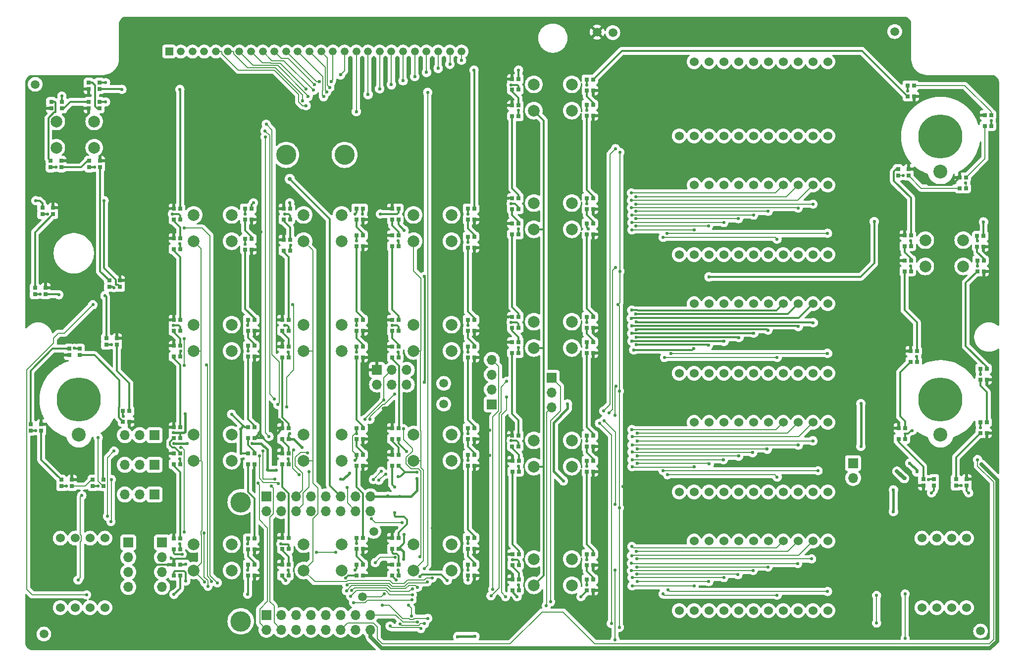
<source format=gbr>
G04 #@! TF.GenerationSoftware,KiCad,Pcbnew,8.0.6*
G04 #@! TF.CreationDate,2024-12-03T12:50:29-05:00*
G04 #@! TF.ProjectId,UFC_Main,5546435f-4d61-4696-9e2e-6b696361645f,6.1.0*
G04 #@! TF.SameCoordinates,Original*
G04 #@! TF.FileFunction,Copper,L1,Top*
G04 #@! TF.FilePolarity,Positive*
%FSLAX46Y46*%
G04 Gerber Fmt 4.6, Leading zero omitted, Abs format (unit mm)*
G04 Created by KiCad (PCBNEW 8.0.6) date 2024-12-03 12:50:29*
%MOMM*%
%LPD*%
G01*
G04 APERTURE LIST*
G04 #@! TA.AperFunction,WasherPad*
%ADD10C,7.540752*%
G04 #@! TD*
G04 #@! TA.AperFunction,WasherPad*
%ADD11C,2.381250*%
G04 #@! TD*
G04 #@! TA.AperFunction,ComponentPad*
%ADD12C,1.500000*%
G04 #@! TD*
G04 #@! TA.AperFunction,ComponentPad*
%ADD13C,1.524000*%
G04 #@! TD*
G04 #@! TA.AperFunction,ComponentPad*
%ADD14C,3.435000*%
G04 #@! TD*
G04 #@! TA.AperFunction,ComponentPad*
%ADD15R,1.337000X1.337000*%
G04 #@! TD*
G04 #@! TA.AperFunction,ComponentPad*
%ADD16C,1.337000*%
G04 #@! TD*
G04 #@! TA.AperFunction,SMDPad,CuDef*
%ADD17R,0.700000X0.700000*%
G04 #@! TD*
G04 #@! TA.AperFunction,ComponentPad*
%ADD18C,2.000000*%
G04 #@! TD*
G04 #@! TA.AperFunction,ComponentPad*
%ADD19R,1.700000X1.700000*%
G04 #@! TD*
G04 #@! TA.AperFunction,ComponentPad*
%ADD20O,1.700000X1.700000*%
G04 #@! TD*
G04 #@! TA.AperFunction,ComponentPad*
%ADD21C,3.500000*%
G04 #@! TD*
G04 #@! TA.AperFunction,ViaPad*
%ADD22C,0.550000*%
G04 #@! TD*
G04 #@! TA.AperFunction,ViaPad*
%ADD23C,0.600000*%
G04 #@! TD*
G04 #@! TA.AperFunction,ViaPad*
%ADD24C,0.731520*%
G04 #@! TD*
G04 #@! TA.AperFunction,Conductor*
%ADD25C,0.304800*%
G04 #@! TD*
G04 #@! TA.AperFunction,Conductor*
%ADD26C,0.457200*%
G04 #@! TD*
G04 #@! TA.AperFunction,Conductor*
%ADD27C,0.305000*%
G04 #@! TD*
G04 #@! TA.AperFunction,Conductor*
%ADD28C,0.203200*%
G04 #@! TD*
G04 #@! TA.AperFunction,Conductor*
%ADD29C,0.635000*%
G04 #@! TD*
G04 APERTURE END LIST*
D10*
X97533000Y-156268000D03*
D11*
X97533000Y-162268000D03*
D10*
X244853000Y-111184000D03*
D11*
X244853000Y-117184000D03*
D10*
X244853000Y-156268000D03*
D11*
X244853000Y-162268000D03*
D12*
X186126640Y-93320000D03*
X188826640Y-93404500D03*
D13*
X94339000Y-191874000D03*
X96879000Y-191874000D03*
X99419000Y-191874000D03*
X101959000Y-191874000D03*
X101959000Y-179974000D03*
X99419000Y-179974000D03*
X96879000Y-179974000D03*
X94339000Y-179974000D03*
X241659000Y-191874000D03*
X244199000Y-191874000D03*
X246739000Y-191874000D03*
X249279000Y-191874000D03*
X249279000Y-179974000D03*
X246739000Y-179974000D03*
X244199000Y-179974000D03*
X241659000Y-179974000D03*
X200176000Y-111094000D03*
X202716000Y-111094000D03*
X205256000Y-111094000D03*
X207796000Y-111094000D03*
X210336000Y-111094000D03*
X212876000Y-111094000D03*
X215416000Y-111094000D03*
X217956000Y-111094000D03*
X220496000Y-111094000D03*
X223036000Y-111094000D03*
X225576000Y-111094000D03*
X225576000Y-98394000D03*
X223036000Y-98394000D03*
X220496000Y-98394000D03*
X217956000Y-98394000D03*
X215416000Y-98394000D03*
X212876000Y-98394000D03*
X210336000Y-98394000D03*
X207796000Y-98394000D03*
X205256000Y-98394000D03*
X202716000Y-98394000D03*
X200176000Y-131414000D03*
X202716000Y-131414000D03*
X205256000Y-131414000D03*
X207796000Y-131414000D03*
X210336000Y-131414000D03*
X212876000Y-131414000D03*
X215416000Y-131414000D03*
X217956000Y-131414000D03*
X220496000Y-131414000D03*
X223036000Y-131414000D03*
X225576000Y-131414000D03*
X225576000Y-119514000D03*
X223036000Y-119514000D03*
X220496000Y-119514000D03*
X217956000Y-119514000D03*
X215416000Y-119514000D03*
X212876000Y-119514000D03*
X210336000Y-119514000D03*
X207796000Y-119514000D03*
X205256000Y-119514000D03*
X202716000Y-119514000D03*
X200176000Y-151734000D03*
X202716000Y-151734000D03*
X205256000Y-151734000D03*
X207796000Y-151734000D03*
X210336000Y-151734000D03*
X212876000Y-151734000D03*
X215416000Y-151734000D03*
X217956000Y-151734000D03*
X220496000Y-151734000D03*
X223036000Y-151734000D03*
X225576000Y-151734000D03*
X225576000Y-139834000D03*
X223036000Y-139834000D03*
X220496000Y-139834000D03*
X217956000Y-139834000D03*
X215416000Y-139834000D03*
X212876000Y-139834000D03*
X210336000Y-139834000D03*
X207796000Y-139834000D03*
X205256000Y-139834000D03*
X202716000Y-139834000D03*
X200176000Y-172054000D03*
X202716000Y-172054000D03*
X205256000Y-172054000D03*
X207796000Y-172054000D03*
X210336000Y-172054000D03*
X212876000Y-172054000D03*
X215416000Y-172054000D03*
X217956000Y-172054000D03*
X220496000Y-172054000D03*
X223036000Y-172054000D03*
X225576000Y-172054000D03*
X225576000Y-160154000D03*
X223036000Y-160154000D03*
X220496000Y-160154000D03*
X217956000Y-160154000D03*
X215416000Y-160154000D03*
X212876000Y-160154000D03*
X210336000Y-160154000D03*
X207796000Y-160154000D03*
X205256000Y-160154000D03*
X202716000Y-160154000D03*
X200176000Y-192374000D03*
X202716000Y-192374000D03*
X205256000Y-192374000D03*
X207796000Y-192374000D03*
X210336000Y-192374000D03*
X212876000Y-192374000D03*
X215416000Y-192374000D03*
X217956000Y-192374000D03*
X220496000Y-192374000D03*
X223036000Y-192374000D03*
X225576000Y-192374000D03*
X225576000Y-180474000D03*
X223036000Y-180474000D03*
X220496000Y-180474000D03*
X217956000Y-180474000D03*
X215416000Y-180474000D03*
X212876000Y-180474000D03*
X210336000Y-180474000D03*
X207796000Y-180474000D03*
X205256000Y-180474000D03*
X202716000Y-180474000D03*
D14*
X132952000Y-114347000D03*
X142952000Y-114347000D03*
D15*
X112950000Y-96643000D03*
D16*
X114950000Y-96643000D03*
X116950000Y-96643000D03*
X118950000Y-96643000D03*
X120950000Y-96643000D03*
X122950000Y-96643000D03*
X124950000Y-96643000D03*
X126950000Y-96643000D03*
X128950000Y-96643000D03*
X130950000Y-96643000D03*
X132950000Y-96643000D03*
X134950000Y-96643000D03*
X136950000Y-96643000D03*
X138950000Y-96643000D03*
X140950000Y-96643000D03*
X142950000Y-96643000D03*
X144950000Y-96643000D03*
X146950000Y-96643000D03*
X148950000Y-96643000D03*
X150950000Y-96643000D03*
X152950000Y-96643000D03*
X154950000Y-96643000D03*
X156950000Y-96643000D03*
X158950000Y-96643000D03*
X160950000Y-96643000D03*
X162950000Y-96643000D03*
D17*
X127025440Y-123545000D03*
X125925440Y-123545000D03*
X125925440Y-125375000D03*
X127025440Y-125375000D03*
X101028440Y-106375200D03*
X101028440Y-105275200D03*
X99198440Y-105275200D03*
X99198440Y-106375200D03*
X146075440Y-179933000D03*
X144975440Y-179933000D03*
X144975440Y-181763000D03*
X146075440Y-181763000D03*
D18*
X175309000Y-122586000D03*
X181809000Y-122586000D03*
X175309000Y-127086000D03*
X181809000Y-127086000D03*
D17*
X151071440Y-181763000D03*
X152171440Y-181763000D03*
X152171440Y-179933000D03*
X151071440Y-179933000D03*
X185445440Y-146405000D03*
X184345440Y-146405000D03*
X184345440Y-148235000D03*
X185445440Y-148235000D03*
X171603440Y-103176000D03*
X172703440Y-103176000D03*
X172703440Y-101346000D03*
X171603440Y-101346000D03*
X99898440Y-169975200D03*
X99898440Y-171075200D03*
X101728440Y-171075200D03*
X101728440Y-169975200D03*
X113733440Y-144425000D03*
X114833440Y-144425000D03*
X114833440Y-142595000D03*
X113733440Y-142595000D03*
X102700440Y-135848000D03*
X102700440Y-136948000D03*
X104530440Y-136948000D03*
X104530440Y-135848000D03*
X151071440Y-129947000D03*
X152171440Y-129947000D03*
X152171440Y-128117000D03*
X151071440Y-128117000D03*
X165125440Y-161137000D03*
X164025440Y-161137000D03*
X164025440Y-162967000D03*
X165125440Y-162967000D03*
X239717440Y-149759000D03*
X240817440Y-149759000D03*
X240817440Y-147929000D03*
X239717440Y-147929000D03*
X101028440Y-103075200D03*
X101028440Y-101975200D03*
X99198440Y-101975200D03*
X99198440Y-103075200D03*
X127533440Y-147040000D03*
X126433440Y-147040000D03*
X126433440Y-148870000D03*
X127533440Y-148870000D03*
X151071440Y-148997000D03*
X152171440Y-148997000D03*
X152171440Y-147167000D03*
X151071440Y-147167000D03*
D18*
X175309000Y-163226000D03*
X181809000Y-163226000D03*
X175309000Y-167726000D03*
X181809000Y-167726000D03*
D17*
X146075440Y-161137000D03*
X144975440Y-161137000D03*
X144975440Y-162967000D03*
X146075440Y-162967000D03*
X94498440Y-169975200D03*
X94498440Y-171075200D03*
X96328440Y-171075200D03*
X96328440Y-169975200D03*
X171603440Y-164237000D03*
X172703440Y-164237000D03*
X172703440Y-162407000D03*
X171603440Y-162407000D03*
X238701440Y-129947000D03*
X239801440Y-129947000D03*
X239801440Y-128117000D03*
X238701440Y-128117000D03*
X165125440Y-147167000D03*
X164025440Y-147167000D03*
X164025440Y-148997000D03*
X165125440Y-148997000D03*
D18*
X154735001Y-162210000D03*
X161235001Y-162210000D03*
X154735001Y-166710000D03*
X161235001Y-166710000D03*
D12*
X90051840Y-102260400D03*
D17*
X146075440Y-165709000D03*
X144975440Y-165709000D03*
X144975440Y-167539000D03*
X146075440Y-167539000D03*
X146075440Y-128117000D03*
X144975440Y-128117000D03*
X144975440Y-129947000D03*
X146075440Y-129947000D03*
X243722440Y-170942000D03*
X243722440Y-169842000D03*
X241892440Y-169842000D03*
X241892440Y-170942000D03*
D18*
X117143000Y-143413996D03*
X123643000Y-143413996D03*
X117143000Y-147913996D03*
X123643000Y-147913996D03*
D17*
X132275440Y-144425000D03*
X133375440Y-144425000D03*
X133375440Y-142595000D03*
X132275440Y-142595000D03*
X127533440Y-161010000D03*
X126433440Y-161010000D03*
X126433440Y-162840000D03*
X127533440Y-162840000D03*
X185445440Y-166725000D03*
X184345440Y-166725000D03*
X184345440Y-168555000D03*
X185445440Y-168555000D03*
X185445440Y-126085000D03*
X184345440Y-126085000D03*
X184345440Y-127915000D03*
X185445440Y-127915000D03*
X146075440Y-123545000D03*
X144975440Y-123545000D03*
X144975440Y-125375000D03*
X146075440Y-125375000D03*
X132275440Y-181763000D03*
X133375440Y-181763000D03*
X133375440Y-179933000D03*
X132275440Y-179933000D03*
X91270440Y-123402000D03*
X91270440Y-124502000D03*
X93100440Y-124502000D03*
X93100440Y-123402000D03*
D18*
X135939002Y-162210000D03*
X142439002Y-162210000D03*
X135939002Y-166710000D03*
X142439002Y-166710000D03*
X117143001Y-162210000D03*
X123643001Y-162210000D03*
X117143001Y-166710000D03*
X123643001Y-166710000D03*
X154735000Y-143413996D03*
X161235000Y-143413996D03*
X154735000Y-147913996D03*
X161235000Y-147913996D03*
D12*
X251697440Y-195884800D03*
D17*
X248099440Y-120041000D03*
X249199440Y-120041000D03*
X249199440Y-118211000D03*
X248099440Y-118211000D03*
X99298440Y-115375200D03*
X99298440Y-116475200D03*
X101128440Y-116475200D03*
X101128440Y-115375200D03*
D18*
X175309000Y-102266000D03*
X181809000Y-102266000D03*
X175309000Y-106766000D03*
X181809000Y-106766000D03*
D17*
X171603440Y-107696000D03*
X172703440Y-107696000D03*
X172703440Y-105866000D03*
X171603440Y-105866000D03*
D18*
X135939002Y-181006001D03*
X142439002Y-181006001D03*
X135939002Y-185506001D03*
X142439002Y-185506001D03*
D17*
X171603440Y-148235000D03*
X172703440Y-148235000D03*
X172703440Y-146405000D03*
X171603440Y-146405000D03*
X92698440Y-115375200D03*
X92698440Y-116475200D03*
X94528440Y-116475200D03*
X94528440Y-115375200D03*
X247480440Y-169884000D03*
X247480440Y-170984000D03*
X249310440Y-170984000D03*
X249310440Y-169884000D03*
X106155440Y-158190000D03*
X105055440Y-158190000D03*
X105055440Y-160020000D03*
X106155440Y-160020000D03*
D18*
X117143001Y-124617999D03*
X123643001Y-124617999D03*
X117143001Y-129117999D03*
X123643001Y-129117999D03*
D17*
X240309440Y-102463000D03*
X239209440Y-102463000D03*
X239209440Y-104293000D03*
X240309440Y-104293000D03*
X252755440Y-160121000D03*
X251655440Y-160121000D03*
X251655440Y-161951000D03*
X252755440Y-161951000D03*
D18*
X135939002Y-143413999D03*
X142439002Y-143413999D03*
X135939002Y-147913999D03*
X142439002Y-147913999D03*
X154735001Y-124617999D03*
X161235001Y-124617999D03*
X154735001Y-129117999D03*
X161235001Y-129117999D03*
D17*
X185445440Y-187045000D03*
X184345440Y-187045000D03*
X184345440Y-188875000D03*
X185445440Y-188875000D03*
X171645440Y-168555000D03*
X172745440Y-168555000D03*
X172745440Y-166725000D03*
X171645440Y-166725000D03*
X127533440Y-142595000D03*
X126433440Y-142595000D03*
X126433440Y-144425000D03*
X127533440Y-144425000D03*
X252205440Y-128218000D03*
X251105440Y-128218000D03*
X251105440Y-130048000D03*
X252205440Y-130048000D03*
D18*
X117143001Y-181006001D03*
X123643001Y-181006001D03*
X117143001Y-185506001D03*
X123643001Y-185506001D03*
D17*
X151071440Y-144425000D03*
X152171440Y-144425000D03*
X152171440Y-142595000D03*
X151071440Y-142595000D03*
X113733440Y-186335000D03*
X114833440Y-186335000D03*
X114833440Y-184505000D03*
X113733440Y-184505000D03*
D12*
X159901840Y-153472800D03*
D17*
X132275440Y-162967000D03*
X133375440Y-162967000D03*
X133375440Y-161137000D03*
X132275440Y-161137000D03*
X127533440Y-184505000D03*
X126433440Y-184505000D03*
X126433440Y-186335000D03*
X127533440Y-186335000D03*
X90000440Y-137118000D03*
X90000440Y-138218000D03*
X91830440Y-138218000D03*
X91830440Y-137118000D03*
X165125440Y-128371000D03*
X164025440Y-128371000D03*
X164025440Y-130201000D03*
X165125440Y-130201000D03*
X237574440Y-116798000D03*
X237574440Y-117898000D03*
X239404440Y-117898000D03*
X239404440Y-116798000D03*
X132275440Y-186335000D03*
X133375440Y-186335000D03*
X133375440Y-184505000D03*
X132275440Y-184505000D03*
X171645440Y-184557000D03*
X172745440Y-184557000D03*
X172745440Y-182727000D03*
X171645440Y-182727000D03*
X185445440Y-105765000D03*
X184345440Y-105765000D03*
X184345440Y-107595000D03*
X185445440Y-107595000D03*
D18*
X242238002Y-128935998D03*
X248738002Y-128935998D03*
X242238002Y-133435998D03*
X248738002Y-133435998D03*
D12*
X146033440Y-189992000D03*
D17*
X165125440Y-165709000D03*
X164025440Y-165709000D03*
X164025440Y-167539000D03*
X165125440Y-167539000D03*
X127067440Y-128726000D03*
X125967440Y-128726000D03*
X125967440Y-130556000D03*
X127067440Y-130556000D03*
X171603440Y-127915000D03*
X172703440Y-127915000D03*
X172703440Y-126085000D03*
X171603440Y-126085000D03*
X165125440Y-142595000D03*
X164025440Y-142595000D03*
X164025440Y-144425000D03*
X165125440Y-144425000D03*
X113733440Y-162840000D03*
X114833440Y-162840000D03*
X114833440Y-161010000D03*
X113733440Y-161010000D03*
X171603440Y-123597000D03*
X172703440Y-123597000D03*
X172703440Y-121767000D03*
X171603440Y-121767000D03*
D18*
X135939002Y-124617999D03*
X142439002Y-124617999D03*
X135939002Y-129117999D03*
X142439002Y-129117999D03*
D17*
X132529440Y-125375000D03*
X133629440Y-125375000D03*
X133629440Y-123545000D03*
X132529440Y-123545000D03*
X185445440Y-121767000D03*
X184345440Y-121767000D03*
X184345440Y-123597000D03*
X185445440Y-123597000D03*
X185445440Y-142087000D03*
X184345440Y-142087000D03*
X184345440Y-143917000D03*
X185445440Y-143917000D03*
X132529440Y-130709000D03*
X133629440Y-130709000D03*
X133629440Y-128879000D03*
X132529440Y-128879000D03*
X151071440Y-162967000D03*
X152171440Y-162967000D03*
X152171440Y-161137000D03*
X151071440Y-161137000D03*
X151071440Y-167539000D03*
X152171440Y-167539000D03*
X152171440Y-165709000D03*
X151071440Y-165709000D03*
X237685440Y-162967000D03*
X238785440Y-162967000D03*
X238785440Y-161137000D03*
X237685440Y-161137000D03*
X97672440Y-148632000D03*
X97672440Y-147532000D03*
X95842440Y-147532000D03*
X95842440Y-148632000D03*
X165125440Y-179933000D03*
X164025440Y-179933000D03*
X164025440Y-181763000D03*
X165125440Y-181763000D03*
X151071440Y-125375000D03*
X152171440Y-125375000D03*
X152171440Y-123545000D03*
X151071440Y-123545000D03*
X252417440Y-109373000D03*
X253517440Y-109373000D03*
X253517440Y-107543000D03*
X252417440Y-107543000D03*
X102192440Y-145754000D03*
X102192440Y-146854000D03*
X104022440Y-146854000D03*
X104022440Y-145754000D03*
X252247440Y-132435000D03*
X251147440Y-132435000D03*
X251147440Y-134265000D03*
X252247440Y-134265000D03*
X113733440Y-181890000D03*
X114833440Y-181890000D03*
X114833440Y-180060000D03*
X113733440Y-180060000D03*
X113733440Y-125375000D03*
X114833440Y-125375000D03*
X114833440Y-123545000D03*
X113733440Y-123545000D03*
X94628440Y-106375200D03*
X94628440Y-105275200D03*
X92798440Y-105275200D03*
X92798440Y-106375200D03*
X185445440Y-101447000D03*
X184345440Y-101447000D03*
X184345440Y-103277000D03*
X185445440Y-103277000D03*
X171645440Y-188875000D03*
X172745440Y-188875000D03*
X172745440Y-187045000D03*
X171645440Y-187045000D03*
D18*
X175309000Y-142906000D03*
X181809000Y-142906000D03*
X175309000Y-147406000D03*
X181809000Y-147406000D03*
D17*
X113733440Y-130455000D03*
X114833440Y-130455000D03*
X114833440Y-128625000D03*
X113733440Y-128625000D03*
X113733440Y-148870000D03*
X114833440Y-148870000D03*
X114833440Y-147040000D03*
X113733440Y-147040000D03*
D18*
X93648000Y-108616000D03*
X100148000Y-108616000D03*
X93648000Y-113116000D03*
X100148000Y-113116000D03*
D17*
X146075440Y-184505000D03*
X144975440Y-184505000D03*
X144975440Y-186335000D03*
X146075440Y-186335000D03*
X252755440Y-150977000D03*
X251655440Y-150977000D03*
X251655440Y-152807000D03*
X252755440Y-152807000D03*
D18*
X154735000Y-181006001D03*
X161235000Y-181006001D03*
X154735000Y-185506001D03*
X161235000Y-185506001D03*
D17*
X113733440Y-167285000D03*
X114833440Y-167285000D03*
X114833440Y-165455000D03*
X113733440Y-165455000D03*
X146075440Y-142595000D03*
X144975440Y-142595000D03*
X144975440Y-144425000D03*
X146075440Y-144425000D03*
X127533440Y-165455000D03*
X126433440Y-165455000D03*
X126433440Y-167285000D03*
X127533440Y-167285000D03*
X185445440Y-182727000D03*
X184345440Y-182727000D03*
X184345440Y-184557000D03*
X185445440Y-184557000D03*
X89238440Y-160475200D03*
X89238440Y-161575200D03*
X91068440Y-161575200D03*
X91068440Y-160475200D03*
D12*
X159901840Y-157022800D03*
D17*
X165125440Y-123545000D03*
X164025440Y-123545000D03*
X164025440Y-125375000D03*
X165125440Y-125375000D03*
D12*
X237016240Y-93218000D03*
D17*
X171603440Y-143917000D03*
X172703440Y-143917000D03*
X172703440Y-142087000D03*
X171603440Y-142087000D03*
X185445440Y-162407000D03*
X184345440Y-162407000D03*
X184345440Y-164237000D03*
X185445440Y-164237000D03*
X132275440Y-148997000D03*
X133375440Y-148997000D03*
X133375440Y-147167000D03*
X132275440Y-147167000D03*
X127533440Y-180060000D03*
X126433440Y-180060000D03*
X126433440Y-181890000D03*
X127533440Y-181890000D03*
D12*
X147938440Y-178816000D03*
X91525040Y-196392800D03*
D17*
X132275440Y-167285000D03*
X133375440Y-167285000D03*
X133375440Y-165455000D03*
X132275440Y-165455000D03*
X146075440Y-147167000D03*
X144975440Y-147167000D03*
X144975440Y-148997000D03*
X146075440Y-148997000D03*
D18*
X175309000Y-183546000D03*
X181809000Y-183546000D03*
X175309000Y-188046000D03*
X181809000Y-188046000D03*
D17*
X151071440Y-186335000D03*
X152171440Y-186335000D03*
X152171440Y-184505000D03*
X151071440Y-184505000D03*
X165125440Y-184505000D03*
X164025440Y-184505000D03*
X164025440Y-186335000D03*
X165125440Y-186335000D03*
X238701440Y-134265000D03*
X239801440Y-134265000D03*
X239801440Y-132435000D03*
X238701440Y-132435000D03*
D19*
X229894204Y-167125200D03*
D20*
X229894204Y-169665200D03*
D19*
X105963440Y-180710000D03*
D20*
X105963440Y-183250000D03*
X105963440Y-185790000D03*
X105963440Y-188330000D03*
D19*
X110458440Y-162333200D03*
D20*
X107918440Y-162333200D03*
X105378440Y-162333200D03*
D19*
X110458440Y-172493200D03*
D20*
X107918440Y-172493200D03*
X105378440Y-172493200D03*
D19*
X148501640Y-151145000D03*
D20*
X148501640Y-153685000D03*
X151041640Y-151145000D03*
X151041640Y-153685000D03*
X153581640Y-151145000D03*
X153581640Y-153685000D03*
D19*
X168131440Y-157050000D03*
D20*
X168131440Y-154510000D03*
X168131440Y-151970000D03*
X168131440Y-149430000D03*
D19*
X111743440Y-180710000D03*
D20*
X111743440Y-183250000D03*
X111743440Y-185790000D03*
X111743440Y-188330000D03*
D19*
X110458440Y-167413200D03*
D20*
X107918440Y-167413200D03*
X105378440Y-167413200D03*
D19*
X178372440Y-152502000D03*
D20*
X178372440Y-155042000D03*
X178372440Y-157582000D03*
D19*
X129600000Y-172798000D03*
D20*
X132140000Y-172798000D03*
X134680000Y-172798000D03*
X137220000Y-172798000D03*
X139760000Y-172798000D03*
X142300000Y-172798000D03*
X144840000Y-172798000D03*
X147380000Y-172798000D03*
X129600000Y-175338000D03*
X132140000Y-175338000D03*
X134680000Y-175338000D03*
X137220000Y-175338000D03*
X139760000Y-175338000D03*
X142300000Y-175338000D03*
X144840000Y-175338000D03*
X147380000Y-175338000D03*
D19*
X129600000Y-193118000D03*
D20*
X132140000Y-193118000D03*
X134680000Y-193118000D03*
X137220000Y-193118000D03*
X139760000Y-193118000D03*
X142300000Y-193118000D03*
X144840000Y-193118000D03*
X147380000Y-193118000D03*
X129600000Y-195658000D03*
X132140000Y-195658000D03*
X134680000Y-195658000D03*
X137220000Y-195658000D03*
X139760000Y-195658000D03*
X142300000Y-195658000D03*
X144840000Y-195658000D03*
X147380000Y-195658000D03*
D21*
X125190000Y-173808000D03*
X125190000Y-194208001D03*
D22*
X184387440Y-122682000D03*
X172703440Y-167640000D03*
X115655040Y-158648400D03*
X171687440Y-183642000D03*
X126348440Y-185420000D03*
X113775440Y-189611000D03*
X126348440Y-180975000D03*
X93582440Y-116459000D03*
X152129440Y-185420000D03*
D23*
X162289440Y-196850000D03*
D22*
X152067932Y-169476616D03*
X184387440Y-163322000D03*
X164067440Y-166624000D03*
X114918440Y-147955000D03*
X100821440Y-171069000D03*
X172703440Y-106690502D03*
X90915440Y-138176000D03*
X125967440Y-124460000D03*
X105139440Y-159131000D03*
X133587440Y-162052000D03*
X164067440Y-129286000D03*
X239251440Y-103378000D03*
X251697440Y-161036000D03*
X172703440Y-127000000D03*
X94598440Y-104267000D03*
X96757440Y-147447000D03*
X152993040Y-183540400D03*
X184387440Y-187960000D03*
X251189440Y-129032000D03*
X153145440Y-179324000D03*
X145017440Y-129032000D03*
X90153440Y-161544000D03*
X133333440Y-166370000D03*
X184387440Y-102362000D03*
X114791440Y-180975000D03*
X171448311Y-163252117D03*
X184641440Y-127000000D03*
X152129440Y-129032000D03*
X145017440Y-143510000D03*
X239759440Y-129032000D03*
X171433440Y-143002000D03*
X251189440Y-133350000D03*
X126475440Y-147955000D03*
X240775440Y-148844000D03*
X126348440Y-143510000D03*
X184387440Y-183642000D03*
X240013440Y-161544000D03*
X133333440Y-185420000D03*
X103506348Y-137088470D03*
X102091440Y-105283000D03*
X152129440Y-148082000D03*
X253517440Y-108500000D03*
X113648440Y-143510000D03*
X249157440Y-119126000D03*
D23*
X237394204Y-168525200D03*
D22*
X125205440Y-161290000D03*
X133333440Y-148082000D03*
X164067440Y-180848000D03*
X153513886Y-165117300D03*
X125967440Y-129667000D03*
X95360440Y-171069000D03*
X164067440Y-185420000D03*
X92185440Y-124460000D03*
X135645805Y-164415165D03*
X184336640Y-147370800D03*
X102091440Y-101981000D03*
X155360171Y-168655999D03*
X164067440Y-148082000D03*
X151113440Y-143510000D03*
X132686641Y-124488943D03*
X238489440Y-117856000D03*
X164067440Y-124460000D03*
X132063440Y-180938498D03*
X172703440Y-147320000D03*
X125256240Y-165455600D03*
X114791440Y-166370000D03*
X123630640Y-158750000D03*
X184387440Y-143002000D03*
X144763440Y-124460000D03*
X184387440Y-106680000D03*
X103107440Y-146812000D03*
X100186440Y-116459000D03*
X171433440Y-122682000D03*
X164067440Y-143510000D03*
X184387440Y-167640000D03*
X144763440Y-185420000D03*
X144763440Y-166624000D03*
X145017440Y-162052000D03*
X242807440Y-169926000D03*
X171433440Y-102351498D03*
X251697440Y-151892000D03*
X145017440Y-148082000D03*
X113648440Y-161925000D03*
X114791440Y-129540000D03*
D23*
X238694204Y-169725200D03*
D22*
X153145440Y-127254000D03*
X172703440Y-187960000D03*
X132686641Y-143539076D03*
X133714440Y-129794000D03*
X239759440Y-133350000D03*
X113521440Y-124460000D03*
X248395440Y-170942000D03*
X164067440Y-162052000D03*
D23*
X165235840Y-196799200D03*
D22*
X145017440Y-180848000D03*
X167725040Y-165760400D03*
X242413440Y-181725200D03*
X190813440Y-150825200D03*
D24*
X239613440Y-177825200D03*
D22*
X157971439Y-178206399D03*
X149945040Y-162661600D03*
X151316640Y-157581600D03*
D23*
X125307040Y-170637200D03*
X128659840Y-127508000D03*
D22*
X94369840Y-148691600D03*
D24*
X237219440Y-177825200D03*
X155380640Y-114401600D03*
D22*
X190913440Y-191025200D03*
X128659840Y-178714400D03*
D24*
X228713440Y-148025200D03*
D23*
X131707840Y-127457200D03*
D22*
X94369840Y-146405600D03*
X153145440Y-157581600D03*
X191113440Y-130525200D03*
D23*
X127389840Y-171653200D03*
X241813440Y-163625200D03*
D22*
X171535040Y-165760400D03*
X131019999Y-101918641D03*
X190513440Y-171125200D03*
X145906440Y-154051000D03*
D24*
X153983642Y-114378000D03*
D22*
X131810758Y-159665012D03*
D24*
X228713440Y-143425200D03*
D23*
X241813440Y-164642800D03*
D22*
X190913440Y-109825200D03*
X149573415Y-157771041D03*
D24*
X238337040Y-177825200D03*
D22*
X167725040Y-161442400D03*
D23*
X129574240Y-102920800D03*
D22*
X151824640Y-178206400D03*
D24*
X152535840Y-114401600D03*
D22*
X131149040Y-178663600D03*
X171281040Y-161442400D03*
X126323040Y-178714400D03*
X146414440Y-154940000D03*
D24*
X231513440Y-145725200D03*
D22*
X154669440Y-157734000D03*
D23*
X241813440Y-165608000D03*
D22*
X123884640Y-157327600D03*
X94913440Y-181825200D03*
X198052640Y-127812800D03*
X225535440Y-127762000D03*
X192769440Y-126542800D03*
X205164640Y-126542800D03*
X192007440Y-120853200D03*
X192769440Y-121513600D03*
X192007440Y-122123200D03*
D23*
X198763840Y-148378300D03*
X225535440Y-148336000D03*
D22*
X223046240Y-122783600D03*
X192718640Y-122783600D03*
X220506240Y-123444000D03*
X192007440Y-123393200D03*
X192718640Y-124002800D03*
X215375440Y-124002800D03*
X212886240Y-124663200D03*
X192058240Y-124663200D03*
X210295440Y-125272800D03*
X192769440Y-125272800D03*
X192058240Y-127203200D03*
X207806240Y-125933200D03*
X202726240Y-127152400D03*
X192058240Y-125933200D03*
D23*
X192845640Y-146871300D03*
X205164640Y-146890000D03*
X192068926Y-140946599D03*
X192770476Y-141598500D03*
X191975295Y-142308000D03*
D22*
X198222025Y-188857415D03*
X225535440Y-189103000D03*
D23*
X192798836Y-142902300D03*
X223071640Y-143080000D03*
X220531640Y-143715000D03*
X192099488Y-143611800D03*
X215324640Y-144350000D03*
X192794983Y-144263700D03*
X212911640Y-144858000D03*
X192067912Y-144915600D03*
X210371640Y-145620000D03*
X192846488Y-145567500D03*
D22*
X94090440Y-138303000D03*
X101964440Y-138430000D03*
D23*
X192412041Y-147726401D03*
X192090303Y-146219400D03*
X202624640Y-147525000D03*
X207831640Y-146255000D03*
D22*
X189264240Y-113284000D03*
X187232240Y-158191200D03*
X190026240Y-113893600D03*
X233917440Y-189788800D03*
X189924640Y-174802800D03*
X99907040Y-140004800D03*
X190026240Y-134264400D03*
X233917440Y-194513200D03*
X134044640Y-140004800D03*
X189924640Y-154787600D03*
X189924640Y-195224400D03*
X98840240Y-189687200D03*
X133028640Y-157530800D03*
X189721440Y-139954000D03*
X189264240Y-133604000D03*
X188146640Y-158496000D03*
X189162640Y-158953200D03*
X189328641Y-153924000D03*
D23*
X136364694Y-105904881D03*
X135771840Y-105105202D03*
X136698538Y-104345717D03*
X136396482Y-103058158D03*
X137629236Y-103273341D03*
X137823806Y-102342034D03*
X138618341Y-101791476D03*
X139366029Y-104358526D03*
X139886640Y-103530400D03*
X140405589Y-102768400D03*
X140648640Y-101752400D03*
X142239274Y-100650634D03*
X144950000Y-106925200D03*
X146950000Y-104025200D03*
X148950000Y-103025200D03*
X150950000Y-102325200D03*
X152950000Y-101625200D03*
X154950000Y-100925200D03*
X156950000Y-100225200D03*
X158950000Y-99525200D03*
X160950000Y-98825200D03*
X162950000Y-98125200D03*
D24*
X133587440Y-118465600D03*
D22*
X151494440Y-155321000D03*
X147303440Y-159639000D03*
X146414440Y-159639000D03*
X149653240Y-156337000D03*
X90153440Y-122174000D03*
X101837440Y-122174000D03*
X177445398Y-191508600D03*
X178164440Y-190881000D03*
X153907440Y-191465200D03*
X154400967Y-193353793D03*
X170671440Y-153111200D03*
X167979040Y-189856400D03*
X170637940Y-155776637D03*
X170468240Y-189992000D03*
X143264840Y-189001400D03*
X155435928Y-188377017D03*
X115553440Y-126873000D03*
X121192240Y-187604400D03*
X157086464Y-187473377D03*
X119007840Y-187502800D03*
X143341040Y-188010800D03*
X157920640Y-186791600D03*
X119346140Y-150271632D03*
X154517040Y-188620400D03*
X115553440Y-145796000D03*
X115553440Y-150368000D03*
X120204565Y-187431454D03*
X144178275Y-188949635D03*
X129548840Y-109093000D03*
X131518330Y-157103141D03*
X129320240Y-110236000D03*
X130952680Y-156152360D03*
X130031440Y-162560000D03*
X129371040Y-111252000D03*
X119583939Y-188201805D03*
X154517040Y-189636400D03*
X114918440Y-164465000D03*
X144001440Y-189941200D03*
X115553440Y-178943000D03*
X118943439Y-179070000D03*
X141461440Y-182372000D03*
X151558841Y-183261000D03*
X144509440Y-191008000D03*
X148192440Y-184150000D03*
X138159440Y-182372000D03*
X154484771Y-190503855D03*
X157155538Y-103635100D03*
X156599840Y-185166000D03*
X181085440Y-156972000D03*
X152383440Y-172798000D03*
X150351440Y-172770800D03*
X152457255Y-194680750D03*
X156613440Y-194625200D03*
X231225040Y-164236400D03*
X142274240Y-169875200D03*
X127085040Y-163728400D03*
X231225040Y-156921200D03*
X131301440Y-168351200D03*
X129746539Y-168294500D03*
X116061440Y-163728400D03*
X143798240Y-168808400D03*
X155306240Y-169773600D03*
X180374240Y-170180000D03*
X113724640Y-163779200D03*
X223913440Y-168425200D03*
X197419840Y-168425200D03*
X168311743Y-188708968D03*
X103539240Y-165074600D03*
X102396240Y-176225200D03*
X103056640Y-169926000D03*
X102990868Y-177153201D03*
X136635440Y-165404800D03*
X136838640Y-168605200D03*
X147862240Y-169926000D03*
X149235599Y-168504397D03*
X150713440Y-195025200D03*
X149726640Y-189491375D03*
X155995820Y-195453500D03*
X149413440Y-191425200D03*
X157173243Y-193708837D03*
X134213264Y-164885000D03*
X135190005Y-169121300D03*
X128964640Y-164998400D03*
X143366440Y-171323000D03*
X130996640Y-169824400D03*
X131631133Y-170646650D03*
X128358431Y-165862000D03*
X104885440Y-103124000D03*
X114791440Y-103124000D03*
X115172440Y-182714502D03*
X115807440Y-184404000D03*
X126362349Y-189566799D03*
X115807440Y-187325000D03*
X128160340Y-170506579D03*
X147559753Y-176665600D03*
X152813440Y-177325200D03*
X155787040Y-183134000D03*
X152995942Y-161239200D03*
X238794240Y-197154800D03*
X238794240Y-189534800D03*
X189213440Y-197408800D03*
X189179940Y-185420000D03*
X98027440Y-172669200D03*
X97367040Y-187147200D03*
X155413440Y-194325200D03*
X133587440Y-122555000D03*
X127364438Y-122555000D03*
D23*
X236794204Y-171725200D03*
X236794204Y-175425200D03*
D22*
X132894885Y-187180855D03*
X143092902Y-186834722D03*
X149081440Y-124460000D03*
X146033440Y-124460000D03*
X151479643Y-171231160D03*
X151508041Y-175643121D03*
X164025440Y-187156000D03*
X160511440Y-187198000D03*
X155787095Y-186574799D03*
X151800803Y-187170904D03*
X172703440Y-99822000D03*
X165083440Y-99822000D03*
D23*
X205266240Y-135229600D03*
X252205440Y-125831600D03*
X156554440Y-135172155D03*
X233511040Y-125780800D03*
X156554440Y-153265890D03*
X202713440Y-167725200D03*
X192113440Y-166523000D03*
X207713440Y-166525200D03*
X192113440Y-167725200D03*
D22*
X216899440Y-128778000D03*
X197392240Y-128475000D03*
D23*
X192972640Y-165912800D03*
X210313440Y-165925200D03*
X192113440Y-165225200D03*
X212713440Y-165325200D03*
X193023440Y-164661172D03*
X215213440Y-164725200D03*
X220513440Y-164025200D03*
X192115408Y-164005400D03*
X223013440Y-163325200D03*
X193023440Y-163325200D03*
X192113440Y-162625200D03*
X192972640Y-162007914D03*
X192097012Y-161404524D03*
X192972640Y-167124100D03*
X205313440Y-167225200D03*
D22*
X216913440Y-149025200D03*
X197646240Y-149047200D03*
X207813440Y-186725200D03*
X192113440Y-188125200D03*
X202713440Y-188125200D03*
X192113440Y-186725200D03*
X198154240Y-169125200D03*
X216913440Y-169525200D03*
X192933919Y-186149100D03*
X210213440Y-186225200D03*
X212813440Y-185525200D03*
X192007440Y-185561500D03*
X215313440Y-184925200D03*
X192913440Y-184925200D03*
X220413440Y-184325200D03*
X192007440Y-184291500D03*
X192913440Y-183525200D03*
X222813440Y-183525200D03*
X192027390Y-182950750D03*
X192855150Y-182242806D03*
X192058240Y-181406800D03*
X205213440Y-187425200D03*
X192972640Y-187425200D03*
X216899440Y-189738000D03*
X197392240Y-189534800D03*
D23*
X240794204Y-168625200D03*
X239594204Y-167125200D03*
D22*
X251808040Y-167325200D03*
X149953287Y-169003355D03*
X148809911Y-170058942D03*
X130421422Y-171065423D03*
X251189440Y-166522368D03*
X189188040Y-174218600D03*
X187290836Y-159847701D03*
X188553040Y-194564000D03*
X186531478Y-160280203D03*
X100821439Y-162750940D03*
X172449440Y-189992000D03*
X183371440Y-189992000D03*
X243315440Y-172212000D03*
X249665440Y-172212000D03*
D25*
X144975440Y-165709000D02*
X144975440Y-166412000D01*
X133375440Y-144425000D02*
X133375440Y-143770200D01*
X126433440Y-180060000D02*
X126433440Y-180890000D01*
X172703440Y-107696000D02*
X172703440Y-106690502D01*
X152171440Y-163774854D02*
X153513886Y-165117300D01*
X144975440Y-179933000D02*
X144975440Y-180806000D01*
X152171440Y-185462000D02*
X152129440Y-185420000D01*
X99898440Y-171075200D02*
X100815240Y-171075200D01*
X103065440Y-146854000D02*
X103107440Y-146812000D01*
X126433440Y-165455000D02*
X125256840Y-165455000D01*
X152067932Y-169476616D02*
X152467824Y-169476616D01*
X152467824Y-169476616D02*
X153288440Y-168656000D01*
X125967440Y-128726000D02*
X125967440Y-129667000D01*
X102083640Y-105275200D02*
X102091440Y-105283000D01*
D26*
X125205440Y-161188400D02*
X125205440Y-161290000D01*
D25*
X238785440Y-162094000D02*
X238743440Y-162052000D01*
X251655440Y-150977000D02*
X251655440Y-151850000D01*
X102192440Y-146854000D02*
X103065440Y-146854000D01*
X239275240Y-162052000D02*
X239783240Y-161544000D01*
X184345440Y-187045000D02*
X184345440Y-187918000D01*
X239801440Y-134265000D02*
X239801440Y-133392000D01*
X114833440Y-166412000D02*
X114791440Y-166370000D01*
D27*
X239209440Y-103336000D02*
X239251440Y-103378000D01*
D25*
X144975440Y-180806000D02*
X145017440Y-180848000D01*
D28*
X144323840Y-165057400D02*
X144323840Y-162491600D01*
D26*
X134197640Y-162967000D02*
X135645805Y-164415165D01*
D28*
X238447440Y-117898000D02*
X238489440Y-117856000D01*
D25*
X101028440Y-101975200D02*
X102085640Y-101975200D01*
D28*
X249199440Y-120041000D02*
X249199440Y-119168000D01*
D25*
X152171440Y-144425000D02*
X152171440Y-143770200D01*
D28*
X144323840Y-162491600D02*
X144763440Y-162052000D01*
D25*
X184345440Y-187918000D02*
X184387440Y-187960000D01*
X133375440Y-162967000D02*
X133375440Y-162264000D01*
D26*
X125205440Y-161290000D02*
X125205440Y-165404800D01*
D25*
X251147440Y-132435000D02*
X251147440Y-133308000D01*
X251105440Y-128948000D02*
X251189440Y-129032000D01*
D26*
X152171440Y-181763000D02*
X152485640Y-181763000D01*
D27*
X239209440Y-102463000D02*
X239209440Y-103336000D01*
D25*
X144975440Y-128990000D02*
X145017440Y-129032000D01*
X238743440Y-162052000D02*
X239275240Y-162052000D01*
X126433440Y-147040000D02*
X126433440Y-147913000D01*
X133398183Y-124488943D02*
X132686641Y-124488943D01*
X144975440Y-148040000D02*
X145017440Y-148082000D01*
X184345440Y-162407000D02*
X184345440Y-163280000D01*
X164025440Y-162010000D02*
X164067440Y-162052000D01*
X96842440Y-147532000D02*
X96757440Y-147447000D01*
X133375440Y-166412000D02*
X133333440Y-166370000D01*
X133327840Y-181060600D02*
X132185542Y-181060600D01*
X251105440Y-128218000D02*
X251105440Y-128948000D01*
X164025440Y-148040000D02*
X164067440Y-148082000D01*
D28*
X144975440Y-165709000D02*
X144323840Y-165057400D01*
D25*
X91270440Y-124502000D02*
X92143440Y-124502000D01*
X184345440Y-142960000D02*
X184387440Y-143002000D01*
D28*
X249199440Y-119168000D02*
X249157440Y-119126000D01*
D25*
X172703440Y-103176000D02*
X172703440Y-102521200D01*
X242891440Y-169842000D02*
X242807440Y-169926000D01*
D26*
X133375440Y-162967000D02*
X134197640Y-162967000D01*
D25*
X151911240Y-143510000D02*
X151113440Y-143510000D01*
X114833440Y-167285000D02*
X114833440Y-166412000D01*
X184345440Y-102320000D02*
X184387440Y-102362000D01*
X239801440Y-129947000D02*
X239801440Y-129074000D01*
X133144316Y-143539076D02*
X132686641Y-143539076D01*
X102085640Y-101975200D02*
X102091440Y-101981000D01*
X114833440Y-144425000D02*
X114833440Y-143770200D01*
X172745440Y-168555000D02*
X172745440Y-167682000D01*
X114833440Y-181017000D02*
X114791440Y-180975000D01*
D29*
X238694204Y-169725200D02*
X238594204Y-169725200D01*
D25*
X239801440Y-129074000D02*
X239759440Y-129032000D01*
X172745440Y-184557000D02*
X172745440Y-183902200D01*
X172703440Y-143262200D02*
X172443240Y-143002000D01*
X133375440Y-148124000D02*
X133333440Y-148082000D01*
D26*
X162340240Y-196799200D02*
X162289440Y-196850000D01*
D25*
X240817440Y-148886000D02*
X240775440Y-148844000D01*
X144975440Y-166412000D02*
X144763440Y-166624000D01*
X94498440Y-171075200D02*
X95354240Y-171075200D01*
X247480440Y-170984000D02*
X248353440Y-170984000D01*
X144975440Y-123545000D02*
X144975440Y-124248000D01*
D26*
X125205440Y-165404800D02*
X125256240Y-165455600D01*
D25*
X114573240Y-143510000D02*
X113648440Y-143510000D01*
X97672440Y-147532000D02*
X96842440Y-147532000D01*
X184345440Y-105765000D02*
X184345440Y-106638000D01*
X152171440Y-143770200D02*
X151911240Y-143510000D01*
X164025440Y-179933000D02*
X164025440Y-180806000D01*
X133375440Y-186335000D02*
X133375440Y-185462000D01*
X155360170Y-168656000D02*
X155360171Y-168655999D01*
X153288440Y-168656000D02*
X155360170Y-168656000D01*
X152171440Y-186335000D02*
X152171440Y-185462000D01*
X164025440Y-185378000D02*
X164067440Y-185420000D01*
X164025440Y-124418000D02*
X164067440Y-124460000D01*
X92698440Y-116475200D02*
X93566240Y-116475200D01*
D26*
X165235840Y-196799200D02*
X162340240Y-196799200D01*
D25*
X125890640Y-161010000D02*
X125637240Y-160756600D01*
X164025440Y-123545000D02*
X164025440Y-124418000D01*
X100170240Y-116475200D02*
X100186440Y-116459000D01*
X184345440Y-142087000D02*
X184345440Y-142960000D01*
X126433440Y-147913000D02*
X126475440Y-147955000D01*
D26*
X113648440Y-161925000D02*
X115475640Y-161925000D01*
D25*
X101028440Y-105275200D02*
X102083640Y-105275200D01*
X184345440Y-126704000D02*
X184641440Y-127000000D01*
X144975440Y-147167000D02*
X144975440Y-148040000D01*
X126433440Y-184505000D02*
X126433440Y-185335000D01*
X144975440Y-161137000D02*
X144975440Y-162010000D01*
X152171440Y-125375000D02*
X152171440Y-126280000D01*
X103365878Y-136948000D02*
X103506348Y-137088470D01*
D26*
X152485640Y-181763000D02*
X152993040Y-182270400D01*
D25*
X172703440Y-102521200D02*
X172533738Y-102351498D01*
X102700440Y-136948000D02*
X103365878Y-136948000D01*
X114833440Y-125375000D02*
X114833440Y-124720200D01*
X164025440Y-147167000D02*
X164025440Y-148040000D01*
X152171440Y-129947000D02*
X152171440Y-129074000D01*
X133629440Y-125375000D02*
X133629440Y-124720200D01*
X184345440Y-167598000D02*
X184387440Y-167640000D01*
D26*
X184345440Y-147362000D02*
X184336640Y-147370800D01*
D25*
X133375440Y-185462000D02*
X133333440Y-185420000D01*
D28*
X144763440Y-162052000D02*
X145017440Y-162052000D01*
D25*
X114573240Y-161925000D02*
X113648440Y-161925000D01*
X164025440Y-128371000D02*
X164025440Y-129244000D01*
X184345440Y-121767000D02*
X184345440Y-122640000D01*
X95354240Y-171075200D02*
X95360440Y-171069000D01*
X152171440Y-167539000D02*
X153288440Y-168656000D01*
X105055440Y-159047000D02*
X105139440Y-159131000D01*
X152171440Y-148124000D02*
X152129440Y-148082000D01*
X126433440Y-142595000D02*
X126433440Y-143425000D01*
X172703440Y-143917000D02*
X172703440Y-143262200D01*
X164025440Y-165709000D02*
X164025440Y-166582000D01*
X164025440Y-143468000D02*
X164067440Y-143510000D01*
X114833440Y-143770200D02*
X114573240Y-143510000D01*
X144975440Y-162010000D02*
X145017440Y-162052000D01*
X184345440Y-126085000D02*
X184345440Y-126704000D01*
X133375440Y-162264000D02*
X133587440Y-162052000D01*
X126433440Y-180890000D02*
X126348440Y-180975000D01*
X133375440Y-167285000D02*
X133375440Y-166412000D01*
X239783240Y-161544000D02*
X240013440Y-161544000D01*
X184345440Y-163280000D02*
X184387440Y-163322000D01*
X152171440Y-148997000D02*
X152171440Y-148124000D01*
X172745440Y-167682000D02*
X172703440Y-167640000D01*
X172745440Y-188875000D02*
X172745440Y-188002000D01*
X133375440Y-143770200D02*
X133144316Y-143539076D01*
X133629440Y-129879000D02*
X133714440Y-129794000D01*
X184345440Y-122640000D02*
X184387440Y-122682000D01*
X172745440Y-183902200D02*
X172485240Y-183642000D01*
X114833440Y-148040000D02*
X114918440Y-147955000D01*
X92143440Y-124502000D02*
X92185440Y-124460000D01*
X243722440Y-169842000D02*
X242891440Y-169842000D01*
X132185542Y-181060600D02*
X132063440Y-180938498D01*
X172533738Y-102351498D02*
X171433440Y-102351498D01*
X133375440Y-181763000D02*
X133375440Y-181108200D01*
X184345440Y-166725000D02*
X184345440Y-167598000D01*
X172485240Y-183642000D02*
X171687440Y-183642000D01*
X144975440Y-128117000D02*
X144975440Y-128990000D01*
X114833440Y-148870000D02*
X114833440Y-148040000D01*
X114833440Y-186335000D02*
X114833440Y-188553000D01*
X164025440Y-142595000D02*
X164025440Y-143468000D01*
X125925440Y-123545000D02*
X125925440Y-124418000D01*
X144975440Y-143468000D02*
X145017440Y-143510000D01*
D26*
X115655040Y-161745600D02*
X115655040Y-158648400D01*
D25*
X238785440Y-162967000D02*
X238785440Y-162094000D01*
X114833440Y-130455000D02*
X114833440Y-129582000D01*
X172703440Y-123292200D02*
X172093240Y-122682000D01*
D27*
X253517440Y-109373000D02*
X253517440Y-108500000D01*
D25*
X94628440Y-105275200D02*
X94628440Y-104297000D01*
X248353440Y-170984000D02*
X248395440Y-170942000D01*
X164025440Y-184505000D02*
X164025440Y-185378000D01*
D29*
X238594204Y-169725200D02*
X237394204Y-168525200D01*
D25*
X164025440Y-166582000D02*
X164067440Y-166624000D01*
D26*
X115475640Y-161925000D02*
X115655040Y-161745600D01*
D25*
X144975440Y-185208000D02*
X144763440Y-185420000D01*
X133375440Y-148997000D02*
X133375440Y-148124000D01*
X239801440Y-133392000D02*
X239759440Y-133350000D01*
X152171440Y-126280000D02*
X153145440Y-127254000D01*
X153145440Y-180789000D02*
X153145440Y-179324000D01*
X114833440Y-181890000D02*
X114833440Y-181017000D01*
X144975440Y-142595000D02*
X144975440Y-143468000D01*
X152171440Y-181763000D02*
X153145440Y-180789000D01*
X125925440Y-124418000D02*
X125967440Y-124460000D01*
X184345440Y-106638000D02*
X184387440Y-106680000D01*
X133375440Y-181108200D02*
X133327840Y-181060600D01*
X184345440Y-182727000D02*
X184345440Y-183600000D01*
X125637240Y-160756600D02*
X123630640Y-158750000D01*
X152171440Y-129074000D02*
X152129440Y-129032000D01*
X144975440Y-184505000D02*
X144975440Y-185208000D01*
X93566240Y-116475200D02*
X93582440Y-116459000D01*
X100815240Y-171075200D02*
X100821440Y-171069000D01*
X114573240Y-124460000D02*
X113521440Y-124460000D01*
X133629440Y-130709000D02*
X133629440Y-129879000D01*
X172703440Y-163582200D02*
X172373357Y-163252117D01*
X114833440Y-188553000D02*
X113775440Y-189611000D01*
D26*
X152993040Y-182270400D02*
X152993040Y-183540400D01*
D25*
X240817440Y-149759000D02*
X240817440Y-148886000D01*
X172703440Y-127915000D02*
X172703440Y-127000000D01*
X251147440Y-133308000D02*
X251189440Y-133350000D01*
X172093240Y-122682000D02*
X171433440Y-122682000D01*
X172443240Y-143002000D02*
X171433440Y-143002000D01*
X164025440Y-129244000D02*
X164067440Y-129286000D01*
X172703440Y-123597000D02*
X172703440Y-123292200D01*
X251655440Y-160121000D02*
X251655440Y-160994000D01*
X90000440Y-138218000D02*
X90873440Y-138218000D01*
X172703440Y-164237000D02*
X172703440Y-163582200D01*
X114833440Y-129582000D02*
X114791440Y-129540000D01*
X99298440Y-116475200D02*
X100170240Y-116475200D01*
X126433440Y-185335000D02*
X126348440Y-185420000D01*
X251655440Y-160994000D02*
X251697440Y-161036000D01*
D26*
X125637240Y-160756600D02*
X125205440Y-161188400D01*
D25*
X89238440Y-161575200D02*
X90122240Y-161575200D01*
X126433440Y-161010000D02*
X125890640Y-161010000D01*
X94628440Y-104297000D02*
X94598440Y-104267000D01*
X133629440Y-124720200D02*
X133398183Y-124488943D01*
D26*
X184345440Y-146405000D02*
X184345440Y-147362000D01*
D25*
X172373357Y-163252117D02*
X171448311Y-163252117D01*
X184345440Y-101447000D02*
X184345440Y-102320000D01*
X105055440Y-158190000D02*
X105055440Y-159047000D01*
X184345440Y-183600000D02*
X184387440Y-183642000D01*
X114833440Y-124720200D02*
X114573240Y-124460000D01*
X251655440Y-151850000D02*
X251697440Y-151892000D01*
X172745440Y-188002000D02*
X172703440Y-187960000D01*
X144975440Y-124248000D02*
X144763440Y-124460000D01*
X126433440Y-143425000D02*
X126348440Y-143510000D01*
X164025440Y-180806000D02*
X164067440Y-180848000D01*
X114833440Y-162840000D02*
X114833440Y-162185200D01*
X125256840Y-165455000D02*
X125256240Y-165455600D01*
X114833440Y-162185200D02*
X114573240Y-161925000D01*
D28*
X237574440Y-117898000D02*
X238447440Y-117898000D01*
D25*
X152171440Y-162967000D02*
X152171440Y-163774854D01*
X172703440Y-148235000D02*
X172703440Y-147320000D01*
X164025440Y-161137000D02*
X164025440Y-162010000D01*
X90873440Y-138218000D02*
X90915440Y-138176000D01*
X90122240Y-161575200D02*
X90153440Y-161544000D01*
D28*
X98595240Y-171075200D02*
X99695240Y-169975200D01*
X96328440Y-171075200D02*
X98595240Y-171075200D01*
D25*
X127533440Y-167285000D02*
X127533440Y-171509600D01*
D26*
X171645440Y-165870800D02*
X171535040Y-165760400D01*
X171603440Y-161764800D02*
X171281040Y-161442400D01*
X132275440Y-160129694D02*
X131810758Y-159665012D01*
D25*
X114068640Y-183515000D02*
X116188440Y-183515000D01*
D26*
X127533440Y-162822800D02*
X128456640Y-161899600D01*
D25*
X113733440Y-184505000D02*
X113733440Y-183850200D01*
D26*
X149762856Y-157581600D02*
X149573415Y-157771041D01*
D25*
X248099440Y-118211000D02*
X246783415Y-119527025D01*
D26*
X132275440Y-161137000D02*
X132275440Y-160129694D01*
X151316640Y-157581600D02*
X149762856Y-157581600D01*
D25*
X113733440Y-184505000D02*
X110931240Y-184505000D01*
D26*
X131149040Y-162204400D02*
X132275440Y-161078000D01*
D28*
X101728440Y-169975200D02*
X101728440Y-165818600D01*
D25*
X104530440Y-135848000D02*
X104530440Y-134773000D01*
D26*
X171645440Y-166725000D02*
X171645440Y-165870800D01*
D25*
X240059240Y-116798000D02*
X239404440Y-116798000D01*
D26*
X132275440Y-161078000D02*
X132275440Y-160129694D01*
D25*
X242788265Y-119527025D02*
X240059240Y-116798000D01*
D26*
X171603440Y-162407000D02*
X171603440Y-161764800D01*
D25*
X113733440Y-183850200D02*
X114068640Y-183515000D01*
X246783415Y-119527025D02*
X242788265Y-119527025D01*
X127533440Y-171509600D02*
X127389840Y-171653200D01*
X91068440Y-166545200D02*
X94498440Y-169975200D01*
X91068440Y-161575200D02*
X91068440Y-166545200D01*
D28*
X198052640Y-127812800D02*
X225484640Y-127812800D01*
X225484640Y-127812800D02*
X225535440Y-127762000D01*
D25*
X95842440Y-147532000D02*
X93021188Y-147532000D01*
X93021188Y-147532000D02*
X89238440Y-151314748D01*
X89238440Y-151314748D02*
X89238440Y-160475200D01*
D28*
X192769440Y-126542800D02*
X205164640Y-126542800D01*
X192159840Y-120853200D02*
X216616800Y-120853200D01*
X216616800Y-120853200D02*
X217956000Y-119514000D01*
X218496400Y-121513600D02*
X220496000Y-119514000D01*
X192769440Y-121513600D02*
X218496400Y-121513600D01*
X220426800Y-122123200D02*
X223036000Y-119514000D01*
X192159840Y-122123200D02*
X220426800Y-122123200D01*
X198806140Y-148336000D02*
X198763840Y-148378300D01*
X225535440Y-148336000D02*
X198806140Y-148336000D01*
X192718640Y-122783600D02*
X223046240Y-122783600D01*
X220455440Y-123393200D02*
X220506240Y-123444000D01*
X192159840Y-123393200D02*
X220455440Y-123393200D01*
X192718640Y-124002800D02*
X215375440Y-124002800D01*
X192210640Y-124663200D02*
X212886240Y-124663200D01*
X192769440Y-125272800D02*
X210295440Y-125272800D01*
D25*
X105055440Y-160020000D02*
X104353040Y-159317600D01*
X104353040Y-159317600D02*
X104353040Y-157589960D01*
X100177240Y-148632000D02*
X97672440Y-148632000D01*
X104455400Y-157487600D02*
X104455400Y-152910160D01*
X104353040Y-157589960D02*
X104455400Y-157487600D01*
X104455400Y-152910160D02*
X100177240Y-148632000D01*
D28*
X202675440Y-127203200D02*
X202726240Y-127152400D01*
X192210640Y-127203200D02*
X202675440Y-127203200D01*
X192210640Y-125933200D02*
X207806240Y-125933200D01*
D25*
X106155440Y-153416000D02*
X104022440Y-151283000D01*
X104022440Y-151283000D02*
X104022440Y-146854000D01*
X106155440Y-158190000D02*
X106155440Y-153416000D01*
X205147740Y-146873100D02*
X192847440Y-146873100D01*
X205164640Y-146890000D02*
X205147740Y-146873100D01*
X192847440Y-146873100D02*
X192845640Y-146871300D01*
X217956000Y-139834000D02*
X216775800Y-141014200D01*
X216775800Y-141014200D02*
X193075577Y-141014200D01*
X193007977Y-140946600D02*
X192210640Y-140946600D01*
X193075577Y-141014200D02*
X193007977Y-140946600D01*
X220496000Y-139834000D02*
X218731500Y-141598500D01*
X218731500Y-141598500D02*
X192770476Y-141598500D01*
X220619600Y-142250400D02*
X192093731Y-142250400D01*
X223036000Y-139834000D02*
X220619600Y-142250400D01*
D28*
X225529714Y-189108726D02*
X198473336Y-189108726D01*
X225535440Y-189103000D02*
X225529714Y-189108726D01*
X198473336Y-189108726D02*
X198222025Y-188857415D01*
D25*
X223007177Y-143015537D02*
X192912073Y-143015537D01*
X223071640Y-143080000D02*
X223007177Y-143015537D01*
X192912073Y-143015537D02*
X192798836Y-142902300D01*
X220403365Y-143586725D02*
X192124563Y-143586725D01*
X220531640Y-143715000D02*
X220403365Y-143586725D01*
X192124563Y-143586725D02*
X192099488Y-143611800D01*
X192852583Y-144206100D02*
X192794983Y-144263700D01*
X215324640Y-144350000D02*
X215180740Y-144206100D01*
X215180740Y-144206100D02*
X192852583Y-144206100D01*
X193122609Y-144858000D02*
X212911640Y-144858000D01*
X192524957Y-144915600D02*
X193065009Y-144915600D01*
X193065009Y-144915600D02*
X193122609Y-144858000D01*
X192467357Y-144858000D02*
X192524957Y-144915600D01*
X192210640Y-144858000D02*
X192467357Y-144858000D01*
X210371640Y-145620000D02*
X210337840Y-145586200D01*
X210337840Y-145586200D02*
X192865188Y-145586200D01*
X192865188Y-145586200D02*
X192846488Y-145567500D01*
X94005440Y-138218000D02*
X94090440Y-138303000D01*
X101964440Y-138430000D02*
X102192440Y-138658000D01*
X91830440Y-138218000D02*
X94005440Y-138218000D01*
X102192440Y-138658000D02*
X102192440Y-145754000D01*
X207831640Y-146255000D02*
X207797840Y-146221200D01*
X202423240Y-147726400D02*
X202624640Y-147525000D01*
X192575614Y-146219400D02*
X192573814Y-146221200D01*
X192573814Y-146221200D02*
X192276496Y-146221200D01*
X193115666Y-146219400D02*
X192575614Y-146219400D01*
X193117466Y-146221200D02*
X193115666Y-146219400D01*
X192276496Y-146221200D02*
X192229896Y-146174600D01*
X207797840Y-146221200D02*
X193117466Y-146221200D01*
X192412040Y-147726400D02*
X202423240Y-147726400D01*
D28*
X188349840Y-114198400D02*
X188349840Y-157073600D01*
X188349840Y-157073600D02*
X187232240Y-158191200D01*
X189264240Y-113284000D02*
X188349840Y-114198400D01*
X91625618Y-148138600D02*
X93149600Y-146614618D01*
X189721440Y-139954000D02*
X190026240Y-139649200D01*
X233917440Y-194513200D02*
X233917440Y-189788800D01*
X91620840Y-148138600D02*
X91625618Y-148138600D01*
X98840240Y-189687200D02*
X89543840Y-189687200D01*
X88586840Y-188730200D02*
X88586840Y-151172600D01*
X189721440Y-139954000D02*
X189924640Y-140157200D01*
X95030240Y-144881600D02*
X99907040Y-140004800D01*
X190026240Y-139649200D02*
X190026240Y-113893600D01*
X93149600Y-146614618D02*
X93149600Y-145746240D01*
X94014240Y-144881600D02*
X95030240Y-144881600D01*
X93149600Y-145746240D02*
X94014240Y-144881600D01*
X134247840Y-140208000D02*
X134044640Y-140004800D01*
X133028640Y-152400000D02*
X134247840Y-151180800D01*
X189924640Y-140157200D02*
X189924640Y-195224400D01*
X134247840Y-151180800D02*
X134247840Y-140208000D01*
X88586840Y-151172600D02*
X91620840Y-148138600D01*
X133028640Y-157530800D02*
X133028640Y-152400000D01*
X89543840Y-189687200D02*
X88586840Y-188730200D01*
X188752541Y-157890099D02*
X188752541Y-134115699D01*
X188146640Y-158496000D02*
X188752541Y-157890099D01*
X188752541Y-134115699D02*
X189264240Y-133604000D01*
X189162640Y-158953200D02*
X189162640Y-154090001D01*
X189162640Y-154090001D02*
X189328641Y-153924000D01*
X135721435Y-105904881D02*
X136364694Y-105904881D01*
X121979900Y-96643000D02*
X121979900Y-97044829D01*
X135119938Y-104007508D02*
X135119938Y-105303384D01*
X121979900Y-97044829D02*
X124772572Y-99837501D01*
X135119938Y-105303384D02*
X135721435Y-105904881D01*
X120950000Y-96643000D02*
X121979900Y-96643000D01*
X124772572Y-99837501D02*
X130949931Y-99837501D01*
X130949931Y-99837501D02*
X135119938Y-104007508D01*
X126369372Y-99434301D02*
X131116941Y-99434301D01*
X123979900Y-96643000D02*
X123979900Y-97044829D01*
X123979900Y-97044829D02*
X126369372Y-99434301D01*
X122950000Y-96643000D02*
X123979900Y-96643000D01*
X131116941Y-99434301D02*
X135771840Y-104089200D01*
X135771840Y-104089200D02*
X135771840Y-105105202D01*
X127326798Y-99019798D02*
X130214623Y-99019798D01*
X130843732Y-99022499D02*
X130852333Y-99031101D01*
X131519341Y-99031101D02*
X136698538Y-104210298D01*
X136698538Y-104210298D02*
X136698538Y-104345717D01*
X130852333Y-99031101D02*
X131519341Y-99031101D01*
X130214623Y-99019798D02*
X130217323Y-99022499D01*
X124950000Y-96643000D02*
X127326798Y-99019798D01*
X130217323Y-99022499D02*
X130843732Y-99022499D01*
X131010537Y-98619798D02*
X131019138Y-98628400D01*
X128924097Y-98617097D02*
X130381428Y-98617097D01*
X131966725Y-98628400D02*
X136396482Y-103058158D01*
X130381428Y-98617097D02*
X130384128Y-98619798D01*
X126950000Y-96643000D02*
X128924097Y-98617097D01*
X130384128Y-98619798D02*
X131010537Y-98619798D01*
X131019138Y-98628400D02*
X131966725Y-98628400D01*
X131177342Y-98217097D02*
X131185444Y-98225200D01*
X132581095Y-98225200D02*
X137629236Y-103273341D01*
X128950000Y-96643000D02*
X130524097Y-98217097D01*
X130524097Y-98217097D02*
X131177342Y-98217097D01*
X131185444Y-98225200D02*
X132581095Y-98225200D01*
X133304271Y-97822499D02*
X137823806Y-102342034D01*
X132129499Y-97822499D02*
X133304271Y-97822499D01*
X130950000Y-96643000D02*
X132129499Y-97822499D01*
X138098476Y-101791476D02*
X138618341Y-101791476D01*
X132950000Y-96643000D02*
X138098476Y-101791476D01*
X139171267Y-104163764D02*
X139366029Y-104358526D01*
X139219441Y-103347515D02*
X139171267Y-103395689D01*
X134950000Y-96643000D02*
X139219441Y-100912441D01*
X139219441Y-100912441D02*
X139219441Y-103347515D01*
X139171267Y-103395689D02*
X139171267Y-104163764D01*
X136950000Y-96643000D02*
X139622142Y-99315142D01*
X139622142Y-103265902D02*
X139886640Y-103530400D01*
X139622142Y-99315142D02*
X139622142Y-103265902D01*
X138950000Y-96643000D02*
X140024843Y-97717843D01*
X140024843Y-102387654D02*
X140405589Y-102768400D01*
X140024843Y-97717843D02*
X140024843Y-102387654D01*
X140950000Y-96643000D02*
X140950000Y-101451040D01*
X140950000Y-101451040D02*
X140648640Y-101752400D01*
X142950000Y-96643000D02*
X142950000Y-99939908D01*
X142950000Y-99939908D02*
X142239274Y-100650634D01*
X144950000Y-96643000D02*
X144950000Y-106925200D01*
X146950000Y-96643000D02*
X146950000Y-104025200D01*
X148950000Y-96643000D02*
X148950000Y-103025200D01*
X150950000Y-96643000D02*
X150950000Y-102325200D01*
X152950000Y-96643000D02*
X152950000Y-101625200D01*
X154950000Y-96643000D02*
X154950000Y-100925200D01*
X156950000Y-96643000D02*
X156950000Y-100225200D01*
X158950000Y-96643000D02*
X158950000Y-99525200D01*
X160950000Y-96643000D02*
X160950000Y-98825200D01*
X162950000Y-96643000D02*
X162950000Y-98125200D01*
D25*
X142300000Y-172798000D02*
X140444000Y-170942000D01*
X140444000Y-170942000D02*
X140444000Y-125322160D01*
X140444000Y-125322160D02*
X133587440Y-118465600D01*
X93100440Y-124502000D02*
X90000440Y-127602000D01*
X90000440Y-127602000D02*
X90000440Y-137118000D01*
D28*
X149477828Y-157051899D02*
X149763541Y-157051899D01*
X147303440Y-159639000D02*
X147303440Y-159226287D01*
X149763541Y-157051899D02*
X151494440Y-155321000D01*
X147303440Y-159226287D02*
X149477828Y-157051899D01*
X146414440Y-159639000D02*
X146414440Y-159545781D01*
X146414440Y-159545781D02*
X149623221Y-156337000D01*
X149653240Y-156337000D02*
X149653240Y-152533400D01*
X149653240Y-152533400D02*
X151041640Y-151145000D01*
X149623221Y-156337000D02*
X149653240Y-156337000D01*
D25*
X104530440Y-136880000D02*
X104200840Y-136550400D01*
X90153440Y-122174000D02*
X90788440Y-122174000D01*
X91270440Y-122656000D02*
X91270440Y-123402000D01*
X90788440Y-122174000D02*
X91270440Y-122656000D01*
X103828040Y-135721600D02*
X101837440Y-133731000D01*
X101837440Y-133731000D02*
X101837440Y-122174000D01*
X103828040Y-136550400D02*
X103828040Y-135721600D01*
X104200840Y-136550400D02*
X103828040Y-136550400D01*
X101128440Y-134276000D02*
X102700440Y-135848000D01*
X101128440Y-116475200D02*
X101128440Y-134276000D01*
D28*
X177498335Y-191455663D02*
X177445398Y-191508600D01*
X177498335Y-158456105D02*
X177498335Y-191455663D01*
X178372440Y-157582000D02*
X177498335Y-158456105D01*
X178164440Y-190881000D02*
X178164440Y-159893000D01*
X179866240Y-153995800D02*
X178372440Y-152502000D01*
X179866240Y-158191200D02*
X179866240Y-153995800D01*
X178164440Y-159893000D02*
X179866240Y-158191200D01*
X154400967Y-193353793D02*
X154400967Y-191958727D01*
X154400967Y-191958727D02*
X153907440Y-191465200D01*
X170671440Y-153111200D02*
X169685741Y-154096899D01*
X169685741Y-154096899D02*
X169685741Y-158368404D01*
X169354339Y-188481101D02*
X167979040Y-189856400D01*
X169354339Y-158699806D02*
X169354339Y-188481101D01*
X169685741Y-158368404D02*
X169354339Y-158699806D01*
X169757040Y-189280800D02*
X170468240Y-189992000D01*
X170637940Y-157985711D02*
X169757040Y-158866611D01*
X170637940Y-155776637D02*
X170637940Y-157985711D01*
X169757040Y-158866611D02*
X169757040Y-189280800D01*
X153404909Y-188613002D02*
X153973611Y-188044300D01*
X153973611Y-188044300D02*
X155103211Y-188044300D01*
X155103211Y-188044300D02*
X155435928Y-188377017D01*
X150842042Y-188613002D02*
X153404909Y-188613002D01*
X143264840Y-189001400D02*
X144156868Y-188109372D01*
X115553440Y-126873000D02*
X118601440Y-126873000D01*
X118601440Y-126873000D02*
X119922240Y-128193800D01*
X119922240Y-128193800D02*
X119922240Y-186334400D01*
X150338412Y-188109372D02*
X150842042Y-188613002D01*
X119922240Y-186334400D02*
X121192240Y-187604400D01*
X144156868Y-188109372D02*
X150338412Y-188109372D01*
X118403597Y-147913996D02*
X118444601Y-147955000D01*
X153238104Y-188210301D02*
X153806807Y-187641599D01*
X117143001Y-185506001D02*
X118468939Y-184180063D01*
X118444601Y-147955000D02*
X118444601Y-130419599D01*
X117143000Y-147913996D02*
X118403597Y-147913996D01*
X118550640Y-166857039D02*
X118444601Y-166751000D01*
X156918242Y-187641599D02*
X157086464Y-187473377D01*
X118444601Y-166751000D02*
X118444601Y-147955000D01*
X143605896Y-187706670D02*
X150545309Y-187706670D01*
X118367339Y-179308629D02*
X118367339Y-178831371D01*
X118468939Y-179410229D02*
X118367339Y-179308629D01*
X119007840Y-187502800D02*
X119007840Y-187370840D01*
X118367339Y-178831371D02*
X118550640Y-178648070D01*
X143341040Y-188010800D02*
X143605896Y-187745944D01*
X150545309Y-187706670D02*
X151048940Y-188210301D01*
X151048940Y-188210301D02*
X153238104Y-188210301D01*
X153806807Y-187641599D02*
X156918242Y-187641599D01*
X118550640Y-178648070D02*
X118550640Y-166857039D01*
X143605896Y-187745944D02*
X143605896Y-187706670D01*
X117143001Y-166710000D02*
X118403601Y-166710000D01*
X118468939Y-184180063D02*
X118468939Y-179410229D01*
X118444601Y-130419599D02*
X117143001Y-129117999D01*
X119007840Y-187370840D02*
X117143001Y-185506001D01*
X118403601Y-166710000D02*
X118444601Y-166751000D01*
X135939002Y-185506001D02*
X137844323Y-187411322D01*
X135939002Y-185506001D02*
X137524440Y-183920563D01*
X135939002Y-147913999D02*
X137483439Y-147913999D01*
X138371600Y-171389108D02*
X137502739Y-170520247D01*
X137502739Y-170520247D02*
X137502739Y-168705030D01*
X153728001Y-187150899D02*
X156594212Y-187150899D01*
X156594212Y-187150899D02*
X156953511Y-186791600D01*
X137483439Y-147913999D02*
X137524440Y-147955000D01*
X137524440Y-130703437D02*
X135939002Y-129117999D01*
X137524440Y-183920563D02*
X137524440Y-176662169D01*
X135939002Y-166710000D02*
X137483440Y-166710000D01*
X137502739Y-168705030D02*
X137524440Y-168683329D01*
X137524440Y-168683329D02*
X137524440Y-166751000D01*
X137524440Y-176662169D02*
X138371600Y-175815009D01*
X151156353Y-187747504D02*
X153131396Y-187747504D01*
X150657650Y-187248800D02*
X151156353Y-187747504D01*
X137524440Y-166751000D02*
X137524440Y-147955000D01*
X156953511Y-186791600D02*
X157920640Y-186791600D01*
X143494260Y-187248800D02*
X150657650Y-187248800D01*
X143331738Y-187411322D02*
X143494260Y-187248800D01*
X137483440Y-166710000D02*
X137524440Y-166751000D01*
X137524440Y-147955000D02*
X137524440Y-130703437D01*
X137844323Y-187411322D02*
X143331738Y-187411322D01*
X153131396Y-187747504D02*
X153728001Y-187150899D01*
X138371600Y-175815009D02*
X138371600Y-171389108D01*
X156036600Y-161670858D02*
X156036600Y-166624000D01*
X154735000Y-185506001D02*
X156443741Y-183797260D01*
X156036600Y-167940360D02*
X156036600Y-166624000D01*
X155950600Y-166710000D02*
X156036600Y-166624000D01*
X156036600Y-147828000D02*
X155953340Y-147911260D01*
X156443741Y-168347501D02*
X156036600Y-167940360D01*
X155953340Y-161587598D02*
X156036600Y-161670858D01*
X156036600Y-135501343D02*
X154735001Y-134199744D01*
X154735000Y-147913996D02*
X155950604Y-147913996D01*
X155950604Y-147913996D02*
X156036600Y-147828000D01*
X154735001Y-166710000D02*
X155950600Y-166710000D01*
X156036600Y-147828000D02*
X156036600Y-135501343D01*
X156443741Y-183797260D02*
X156443741Y-168347501D01*
X155953340Y-147911260D02*
X155953340Y-161587598D01*
X154735001Y-134199744D02*
X154735001Y-129117999D01*
D25*
X175309000Y-106766000D02*
X177021440Y-108478440D01*
X177021440Y-186333560D02*
X175309000Y-188046000D01*
X175309000Y-147406000D02*
X176935440Y-147406000D01*
X176935440Y-127086000D02*
X175309000Y-127086000D01*
X177021440Y-127000000D02*
X176935440Y-127086000D01*
X177021440Y-147320000D02*
X177021440Y-167640000D01*
X177021440Y-127000000D02*
X177021440Y-147320000D01*
X177021440Y-108478440D02*
X177021440Y-127000000D01*
X177021440Y-167640000D02*
X177021440Y-186333560D01*
X176935440Y-167726000D02*
X177021440Y-167640000D01*
X176935440Y-147406000D02*
X177021440Y-147320000D01*
X175309000Y-167726000D02*
X176935440Y-167726000D01*
D28*
X119519539Y-186501204D02*
X119519539Y-150445031D01*
X144178275Y-188949635D02*
X144615837Y-188512073D01*
X119519539Y-150445031D02*
X119346140Y-150271632D01*
X154485194Y-188620400D02*
X154517040Y-188620400D01*
X115553440Y-150368000D02*
X115553440Y-145796000D01*
X144615837Y-188512073D02*
X150143626Y-188512074D01*
X153982554Y-189123040D02*
X154485194Y-188620400D01*
X150754592Y-189123040D02*
X153982554Y-189123040D01*
X120204565Y-187186231D02*
X119519539Y-186501204D01*
X150143626Y-188512074D02*
X150754592Y-189123040D01*
X120204565Y-187431454D02*
X120204565Y-187186231D01*
X131518330Y-157103141D02*
X131805741Y-156815730D01*
X130539440Y-148528495D02*
X130539440Y-110083600D01*
X131805741Y-149794796D02*
X130539440Y-148528495D01*
X131805741Y-156815730D02*
X131805741Y-149794796D01*
X130539440Y-110083600D02*
X129548840Y-109093000D01*
X130136739Y-155336419D02*
X130952680Y-156152360D01*
X129320240Y-110236000D02*
X130136739Y-111052499D01*
X130136739Y-111052499D02*
X130136739Y-155336419D01*
X129371040Y-161899600D02*
X129371040Y-111252000D01*
X130031440Y-162560000D02*
X129371040Y-161899600D01*
X150698446Y-189636400D02*
X154517040Y-189636400D01*
X115146640Y-164465000D02*
X114918440Y-164465000D01*
X149976821Y-188914775D02*
X150698446Y-189636400D01*
X115553440Y-178943000D02*
X115553440Y-164871800D01*
X144001440Y-189941200D02*
X145027865Y-188914775D01*
X145027865Y-188914775D02*
X149976821Y-188914775D01*
X119583940Y-187264171D02*
X118943439Y-186623670D01*
X115553440Y-164871800D02*
X115146640Y-164465000D01*
X119583939Y-188201805D02*
X119583940Y-187264171D01*
X118943439Y-186623670D02*
X118943439Y-179070000D01*
X138212640Y-182425200D02*
X141408240Y-182425200D01*
X149081440Y-183261000D02*
X151558841Y-183261000D01*
X146891492Y-190621135D02*
X154367491Y-190621135D01*
X144509440Y-191008000D02*
X144545040Y-191043600D01*
X148192440Y-184150000D02*
X149081440Y-183261000D01*
X146469027Y-191043600D02*
X146891492Y-190621135D01*
X154367491Y-190621135D02*
X154484771Y-190503855D01*
X144545040Y-191043600D02*
X146469027Y-191043600D01*
X157155540Y-103635100D02*
X157155540Y-184610300D01*
X157155540Y-184610300D02*
X156599840Y-185166000D01*
D26*
X154286640Y-172798000D02*
X155306240Y-171778400D01*
X116061440Y-163728400D02*
X113775440Y-163728400D01*
D28*
X155928169Y-194625200D02*
X155652069Y-194901300D01*
D26*
X129746539Y-168294500D02*
X129746539Y-164785258D01*
X181085440Y-157784800D02*
X178697840Y-160172400D01*
X131301440Y-168351200D02*
X129803239Y-168351200D01*
X129746539Y-164785258D02*
X128689681Y-163728400D01*
X128689681Y-163728400D02*
X127085040Y-163728400D01*
D28*
X156613440Y-194625200D02*
X155928169Y-194625200D01*
D26*
X155306240Y-171778400D02*
X155306240Y-169773600D01*
D28*
X152677805Y-194901300D02*
X152457255Y-194680750D01*
D26*
X181085440Y-156972000D02*
X181085440Y-157784800D01*
X231225040Y-164236400D02*
X231225040Y-156921200D01*
X178697840Y-160172400D02*
X178697840Y-168503600D01*
X142274240Y-169875200D02*
X142731440Y-169875200D01*
X142731440Y-169875200D02*
X143798240Y-168808400D01*
X129803239Y-168351200D02*
X129746539Y-168294500D01*
X113775440Y-163728400D02*
X113724640Y-163779200D01*
X147380000Y-172798000D02*
X152383440Y-172798000D01*
X178697840Y-168503600D02*
X180374240Y-170180000D01*
D28*
X155652069Y-194901300D02*
X152677805Y-194901300D01*
D26*
X152383440Y-172798000D02*
X154286640Y-172798000D01*
D28*
X223913440Y-168425200D02*
X197419840Y-168425200D01*
X168311743Y-159172897D02*
X168311743Y-188708968D01*
X168131440Y-149430000D02*
X169283040Y-150581600D01*
X169283040Y-150581600D02*
X169283040Y-158201600D01*
X169283040Y-158201600D02*
X168311743Y-159172897D01*
X103539240Y-165074600D02*
X102396240Y-166217600D01*
X102396240Y-166217600D02*
X102396240Y-176225200D01*
X103056640Y-169926000D02*
X103056640Y-177087429D01*
X103056640Y-177087429D02*
X102990868Y-177153201D01*
D25*
X94528440Y-116475200D02*
X97893640Y-116475200D01*
X98993640Y-115375200D02*
X99298440Y-115375200D01*
X97893640Y-116475200D02*
X98993640Y-115375200D01*
X92798440Y-105275200D02*
X93453240Y-105275200D01*
X93273817Y-107077600D02*
X92295600Y-108055817D01*
X92295600Y-114972360D02*
X92698440Y-115375200D01*
X92295600Y-108055817D02*
X92295600Y-114972360D01*
X93500840Y-107077600D02*
X93273817Y-107077600D01*
X93500840Y-105322800D02*
X93500840Y-107077600D01*
X93453240Y-105275200D02*
X93500840Y-105322800D01*
X96033240Y-105275200D02*
X94933240Y-106375200D01*
X94933240Y-106375200D02*
X94628440Y-106375200D01*
X99198440Y-105275200D02*
X96033240Y-105275200D01*
X100326040Y-102448000D02*
X100326040Y-106057600D01*
X99198440Y-101975200D02*
X99853240Y-101975200D01*
X100326040Y-106057600D02*
X100643640Y-106375200D01*
X99853240Y-101975200D02*
X100326040Y-102448000D01*
X100643640Y-106375200D02*
X101028440Y-106375200D01*
D28*
X134680000Y-172798000D02*
X135766105Y-171711895D01*
X135766105Y-168882671D02*
X134501840Y-167618406D01*
X134501840Y-167618406D02*
X134501840Y-166166800D01*
X136483040Y-165252400D02*
X136635440Y-165404800D01*
X134501840Y-166166800D02*
X135416240Y-165252400D01*
X135416240Y-165252400D02*
X136483040Y-165252400D01*
X135766105Y-171711895D02*
X135766105Y-168882671D01*
X135831600Y-172253840D02*
X136838640Y-171246800D01*
X136838640Y-171246800D02*
X136838640Y-168605200D01*
X135831600Y-174186400D02*
X135831600Y-172253840D01*
X134680000Y-175338000D02*
X135831600Y-174186400D01*
X149235599Y-168552641D02*
X149235599Y-168504397D01*
X147862240Y-169926000D02*
X149235599Y-168552641D01*
X149226015Y-189992000D02*
X149726640Y-189491375D01*
X146033440Y-189992000D02*
X149226015Y-189992000D01*
X150992241Y-195304001D02*
X155846321Y-195304001D01*
X155846321Y-195304001D02*
X155995820Y-195453500D01*
X150713440Y-195025200D02*
X150992241Y-195304001D01*
X149413440Y-191425200D02*
X150585939Y-191425200D01*
X154860652Y-193708837D02*
X157173243Y-193708837D01*
X150585939Y-191425200D02*
X152869576Y-193708837D01*
X154162338Y-193929893D02*
X154639596Y-193929893D01*
X152869576Y-193708837D02*
X153941282Y-193708837D01*
X153941282Y-193708837D02*
X154162338Y-193929893D01*
X154639596Y-193929893D02*
X154860652Y-193708837D01*
X135190005Y-169121300D02*
X134099139Y-168030434D01*
X134099139Y-168030434D02*
X134099139Y-164999125D01*
X134099139Y-164999125D02*
X134213264Y-164885000D01*
X143366440Y-171323000D02*
X143451600Y-171408160D01*
X128964640Y-169773600D02*
X129015440Y-169824400D01*
X129015440Y-169824400D02*
X130996640Y-169824400D01*
X143451600Y-171408160D02*
X143451600Y-173949600D01*
X128964640Y-164998400D02*
X128964640Y-169773600D01*
X143451600Y-173949600D02*
X144840000Y-175338000D01*
X128358431Y-169736897D02*
X128358431Y-165862000D01*
X129102635Y-170481101D02*
X128358431Y-169736897D01*
X131465584Y-170481101D02*
X129102635Y-170481101D01*
X131631133Y-170646650D02*
X131465584Y-170481101D01*
D25*
X114833440Y-103166000D02*
X114791440Y-103124000D01*
X104885440Y-103124000D02*
X104836640Y-103075200D01*
X104836640Y-103075200D02*
X101028440Y-103075200D01*
X114833440Y-123545000D02*
X114833440Y-103166000D01*
X113733440Y-125679800D02*
X113733440Y-125375000D01*
X114833440Y-126779800D02*
X113733440Y-125679800D01*
X114833440Y-128625000D02*
X114833440Y-126779800D01*
X114833440Y-131859800D02*
X113733440Y-130759800D01*
X114833440Y-142595000D02*
X114833440Y-131859800D01*
X113733440Y-130759800D02*
X113733440Y-130455000D01*
X113733440Y-144729800D02*
X113733440Y-144425000D01*
X114833440Y-147040000D02*
X114833440Y-145829800D01*
X114833440Y-145829800D02*
X113733440Y-144729800D01*
X114833440Y-161010000D02*
X114833440Y-150274800D01*
X114833440Y-150274800D02*
X113733440Y-149174800D01*
X113733440Y-149174800D02*
X113733440Y-148870000D01*
X113886188Y-164406100D02*
X113464969Y-164406100D01*
X113464969Y-164406100D02*
X113097740Y-164038871D01*
X113097740Y-164038871D02*
X113097740Y-163475700D01*
X114833440Y-165353352D02*
X113886188Y-164406100D01*
X113097740Y-163475700D02*
X113733440Y-162840000D01*
X114833440Y-180060000D02*
X114833440Y-168689800D01*
X113733440Y-167589800D02*
X113733440Y-167285000D01*
X114833440Y-168689800D02*
X113733440Y-167589800D01*
X113903142Y-182714502D02*
X113733440Y-182544800D01*
X113733440Y-182544800D02*
X113733440Y-181890000D01*
X115706440Y-184505000D02*
X115807440Y-184404000D01*
X115172440Y-182714502D02*
X113903142Y-182714502D01*
X114833440Y-184505000D02*
X115706440Y-184505000D01*
X126433440Y-186335000D02*
X126433440Y-189495708D01*
X115535840Y-185632600D02*
X113943840Y-185632600D01*
X115807440Y-187325000D02*
X115807440Y-185904200D01*
X115807440Y-185904200D02*
X115535840Y-185632600D01*
X113943840Y-185632600D02*
X113733440Y-185843000D01*
X113733440Y-185843000D02*
X113733440Y-186335000D01*
X126433440Y-189495708D02*
X126362349Y-189566799D01*
X126433440Y-181890000D02*
X126433440Y-183100200D01*
X126433440Y-183100200D02*
X127533440Y-184200200D01*
X127533440Y-184200200D02*
X127533440Y-184505000D01*
D28*
X129777440Y-178206400D02*
X128358739Y-176787699D01*
X128160340Y-170656406D02*
X128160340Y-170506579D01*
X128358739Y-176787699D02*
X128358739Y-170854805D01*
X129777440Y-190804800D02*
X129777440Y-178206400D01*
X129600000Y-195658000D02*
X128448400Y-194506400D01*
X128448400Y-192133840D02*
X129777440Y-190804800D01*
X128358739Y-170854805D02*
X128160340Y-170656406D01*
X128448400Y-194506400D02*
X128448400Y-192133840D01*
X148219353Y-177325200D02*
X147559753Y-176665600D01*
X152813440Y-177325200D02*
X148219353Y-177325200D01*
X152995942Y-161239200D02*
X152995942Y-163121702D01*
X153433401Y-167249141D02*
X154264159Y-168079899D01*
X155598800Y-168079899D02*
X156036600Y-168517699D01*
X238794240Y-197154800D02*
X238794240Y-189534800D01*
X156036600Y-168517699D02*
X156036600Y-182884440D01*
X154517040Y-164642800D02*
X154517040Y-165087220D01*
X152995942Y-163121702D02*
X154517040Y-164642800D01*
X153433401Y-166170859D02*
X153433401Y-167249141D01*
X189179940Y-185420000D02*
X189179940Y-197375300D01*
X189179940Y-197375300D02*
X189213440Y-197408800D01*
X156036600Y-182884440D02*
X155787040Y-183134000D01*
X154517040Y-165087220D02*
X153433401Y-166170859D01*
X154264159Y-168079899D02*
X155598800Y-168079899D01*
D25*
X126433440Y-172078197D02*
X127533440Y-173178197D01*
X126433440Y-167285000D02*
X126433440Y-172078197D01*
X127533440Y-173178197D02*
X127533440Y-180060000D01*
X127533440Y-165150200D02*
X127533440Y-165455000D01*
X126433440Y-164050200D02*
X127533440Y-165150200D01*
X126433440Y-162840000D02*
X126433440Y-164050200D01*
X126433440Y-159605200D02*
X127533440Y-160705200D01*
X126433440Y-148870000D02*
X126433440Y-159605200D01*
X127533440Y-160705200D02*
X127533440Y-161010000D01*
X127533440Y-146735200D02*
X127533440Y-147040000D01*
X126433440Y-145635200D02*
X127533440Y-146735200D01*
X126433440Y-144425000D02*
X126433440Y-145635200D01*
D28*
X98027440Y-172669200D02*
X97773440Y-172923200D01*
X97773440Y-179364282D02*
X97942600Y-179533442D01*
X97773440Y-180583718D02*
X97773440Y-186740800D01*
X97773440Y-172923200D02*
X97773440Y-179364282D01*
X97773440Y-186740800D02*
X97367040Y-187147200D01*
X97942600Y-180414558D02*
X97773440Y-180583718D01*
X97942600Y-179533442D02*
X97942600Y-180414558D01*
X154806401Y-194332594D02*
X154813794Y-194325200D01*
X154813794Y-194325200D02*
X155413440Y-194325200D01*
X153995534Y-194332594D02*
X154806401Y-194332594D01*
X153988139Y-194325200D02*
X153995534Y-194332594D01*
X147380000Y-193118000D02*
X151709234Y-193118000D01*
X152916434Y-194325200D02*
X153988139Y-194325200D01*
X151709234Y-193118000D02*
X152916434Y-194325200D01*
D25*
X125967440Y-140724200D02*
X127533440Y-142290200D01*
X127533440Y-142290200D02*
X127533440Y-142595000D01*
X125967440Y-130556000D02*
X125967440Y-140724200D01*
X125925440Y-127279200D02*
X127067440Y-128421200D01*
X125925440Y-125375000D02*
X125925440Y-127279200D01*
X127067440Y-128421200D02*
X127067440Y-128726000D01*
X133629440Y-122597000D02*
X133587440Y-122555000D01*
X133629440Y-123545000D02*
X133629440Y-122597000D01*
X127025440Y-122894000D02*
X127364438Y-122555000D01*
X127025440Y-123545000D02*
X127025440Y-122894000D01*
X133629440Y-126779800D02*
X132529440Y-125679800D01*
X132529440Y-125679800D02*
X132529440Y-125375000D01*
X133629440Y-128879000D02*
X133629440Y-126779800D01*
X133375440Y-142595000D02*
X133375440Y-131859800D01*
X133375440Y-131859800D02*
X132529440Y-131013800D01*
X132529440Y-131013800D02*
X132529440Y-130709000D01*
X132275440Y-144729800D02*
X132275440Y-144425000D01*
X133375440Y-145829800D02*
X132275440Y-144729800D01*
X133375440Y-147167000D02*
X133375440Y-145829800D01*
X133375440Y-160343123D02*
X132275440Y-159243123D01*
X133375440Y-161137000D02*
X133375440Y-160343123D01*
X132275440Y-159243123D02*
X132275440Y-148997000D01*
X133375440Y-164371800D02*
X132275440Y-163271800D01*
X132275440Y-163271800D02*
X132275440Y-162967000D01*
X133375440Y-165455000D02*
X133375440Y-164371800D01*
X132275440Y-171232989D02*
X132275440Y-167285000D01*
X133375440Y-172332989D02*
X132275440Y-171232989D01*
X133375440Y-179933000D02*
X133375440Y-172332989D01*
D26*
X236794204Y-171725200D02*
X236794204Y-175425200D01*
D25*
X133375440Y-183167800D02*
X132275440Y-182067800D01*
X133375440Y-184505000D02*
X133375440Y-183167800D01*
X132275440Y-182067800D02*
X132275440Y-181763000D01*
X132275440Y-186335000D02*
X132275440Y-186561410D01*
X144975440Y-186335000D02*
X143592624Y-186335000D01*
X132275440Y-186561410D02*
X132894885Y-187180855D01*
X143592624Y-186335000D02*
X143092902Y-186834722D01*
X144975440Y-183100200D02*
X146075440Y-184200200D01*
X146075440Y-184200200D02*
X146075440Y-184505000D01*
X144975440Y-181763000D02*
X144975440Y-183100200D01*
X146075440Y-172332989D02*
X146075440Y-179933000D01*
X144975440Y-171232989D02*
X146075440Y-172332989D01*
X144975440Y-167539000D02*
X144975440Y-171232989D01*
X146075440Y-165404200D02*
X146075440Y-165709000D01*
X144975440Y-164304200D02*
X146075440Y-165404200D01*
X144975440Y-162967000D02*
X144975440Y-164304200D01*
X146075440Y-160832200D02*
X146075440Y-161137000D01*
X144975440Y-148997000D02*
X144975440Y-159732200D01*
X144975440Y-159732200D02*
X146075440Y-160832200D01*
X144975440Y-144425000D02*
X144975440Y-145762200D01*
X146075440Y-146862200D02*
X146075440Y-147167000D01*
X144975440Y-145762200D02*
X146075440Y-146862200D01*
X144975440Y-141190200D02*
X146075440Y-142290200D01*
X144975440Y-129947000D02*
X144975440Y-141190200D01*
X146075440Y-142290200D02*
X146075440Y-142595000D01*
X146075440Y-127812200D02*
X146075440Y-128117000D01*
X144975440Y-125375000D02*
X144975440Y-126712200D01*
X144975440Y-126712200D02*
X146075440Y-127812200D01*
X151911240Y-124460000D02*
X149081440Y-124460000D01*
X152171440Y-123545000D02*
X152171440Y-124199800D01*
X146033440Y-124460000D02*
X146033440Y-123587000D01*
X152171440Y-124199800D02*
X151911240Y-124460000D01*
X152171440Y-127550000D02*
X151071440Y-126450000D01*
X151071440Y-126450000D02*
X151071440Y-125375000D01*
X152171440Y-128117000D02*
X152171440Y-127550000D01*
X151071440Y-140840200D02*
X151071440Y-129947000D01*
X152171440Y-141940200D02*
X151071440Y-140840200D01*
X152171440Y-142595000D02*
X152171440Y-141940200D01*
X151071440Y-144425000D02*
X151071440Y-145762200D01*
X152171440Y-146862200D02*
X152171440Y-147167000D01*
X151071440Y-145762200D02*
X152171440Y-146862200D01*
X152244040Y-150482600D02*
X151071440Y-149310000D01*
X151071440Y-149310000D02*
X151071440Y-148997000D01*
X152244040Y-161064400D02*
X152244040Y-150482600D01*
X152171440Y-164488044D02*
X151071440Y-163388044D01*
X151071440Y-163388044D02*
X151071440Y-162967000D01*
X152171440Y-165709000D02*
X152171440Y-164488044D01*
X151621440Y-176276000D02*
X151508041Y-176162601D01*
X152171440Y-179028000D02*
X153653440Y-177546000D01*
X153653440Y-176784000D02*
X153145440Y-176276000D01*
X153145440Y-176276000D02*
X151621440Y-176276000D01*
X151071440Y-167539000D02*
X151071440Y-170822957D01*
X151508041Y-176162601D02*
X151508041Y-175643121D01*
X152171440Y-179933000D02*
X152171440Y-179028000D01*
X153653440Y-177546000D02*
X153653440Y-176784000D01*
X151071440Y-170822957D02*
X151479643Y-171231160D01*
X152185741Y-183520671D02*
X152185741Y-183001329D01*
X151071440Y-182417800D02*
X151071440Y-181763000D01*
X152171440Y-183534972D02*
X152185741Y-183520671D01*
X152171440Y-184505000D02*
X152171440Y-183534972D01*
X151818512Y-182634100D02*
X151287740Y-182634100D01*
X152185741Y-183001329D02*
X151818512Y-182634100D01*
X151287740Y-182634100D02*
X151071440Y-182417800D01*
X160511440Y-187198000D02*
X159478140Y-186164700D01*
X159478140Y-186164700D02*
X156197194Y-186164700D01*
X156197194Y-186164700D02*
X155787095Y-186574799D01*
X164025440Y-186335000D02*
X164025440Y-187156000D01*
X151071440Y-186441541D02*
X151800803Y-187170904D01*
X164025440Y-183100200D02*
X165125440Y-184200200D01*
X165125440Y-184200200D02*
X165125440Y-184505000D01*
X164025440Y-181763000D02*
X164025440Y-183100200D01*
X164025440Y-178528200D02*
X165125440Y-179628200D01*
X165125440Y-179628200D02*
X165125440Y-179933000D01*
X164025440Y-167539000D02*
X164025440Y-178528200D01*
X165125440Y-165404200D02*
X165125440Y-165709000D01*
X164025440Y-162967000D02*
X164025440Y-164304200D01*
X164025440Y-164304200D02*
X165125440Y-165404200D01*
X164025440Y-148997000D02*
X164025440Y-159732200D01*
X165125440Y-160832200D02*
X165125440Y-161137000D01*
X164025440Y-159732200D02*
X165125440Y-160832200D01*
X164025440Y-144425000D02*
X164025440Y-145762200D01*
X165125440Y-146862200D02*
X165125440Y-147167000D01*
X164025440Y-145762200D02*
X165125440Y-146862200D01*
X164025440Y-141190200D02*
X165125440Y-142290200D01*
X164025440Y-130201000D02*
X164025440Y-141190200D01*
X165125440Y-142290200D02*
X165125440Y-142595000D01*
X164025440Y-125375000D02*
X164025440Y-126966200D01*
X165125440Y-128066200D02*
X165125440Y-128371000D01*
X164025440Y-126966200D02*
X165125440Y-128066200D01*
X165125440Y-123545000D02*
X165125440Y-99864000D01*
X165125440Y-99864000D02*
X165083440Y-99822000D01*
X172703440Y-99822000D02*
X172703440Y-101346000D01*
X172703440Y-104580800D02*
X171603440Y-103480800D01*
X172703440Y-105866000D02*
X172703440Y-104580800D01*
X171603440Y-103480800D02*
X171603440Y-103176000D01*
D27*
X156554440Y-153265890D02*
X156701440Y-153118890D01*
X233511040Y-132892800D02*
X231174240Y-135229600D01*
X156701440Y-153118890D02*
X156701440Y-135319155D01*
X233511040Y-125780800D02*
X233511040Y-132892800D01*
X231174240Y-135229600D02*
X205266240Y-135229600D01*
X252205440Y-128218000D02*
X252205440Y-125831600D01*
X156701440Y-135319155D02*
X156554440Y-135172155D01*
D28*
X192113440Y-167725200D02*
X192203211Y-167814971D01*
X207713440Y-166525200D02*
X207711240Y-166523000D01*
X192721456Y-166525200D02*
X192115640Y-166525200D01*
X207711240Y-166523000D02*
X192723656Y-166523000D01*
X192115640Y-166525200D02*
X192113440Y-166523000D01*
X192723656Y-166523000D02*
X192721456Y-166525200D01*
X202623669Y-167814971D02*
X202713440Y-167725200D01*
X192203211Y-167814971D02*
X202623669Y-167814971D01*
X216594640Y-128473200D02*
X197394040Y-128473200D01*
X216899440Y-128778000D02*
X216594640Y-128473200D01*
X197394040Y-128473200D02*
X197392240Y-128475000D01*
X210301040Y-165912800D02*
X210313440Y-165925200D01*
X192972640Y-165912800D02*
X210301040Y-165912800D01*
X212651012Y-165262772D02*
X212713440Y-165325200D01*
X192113440Y-165225200D02*
X192151012Y-165262772D01*
X192151012Y-165262772D02*
X212651012Y-165262772D01*
X215213440Y-164725200D02*
X215149412Y-164661172D01*
X215149412Y-164661172D02*
X193023440Y-164661172D01*
X192135208Y-164025200D02*
X192115408Y-164005400D01*
X220513440Y-164025200D02*
X192135208Y-164025200D01*
X223013440Y-163325200D02*
X193023440Y-163325200D01*
X192113440Y-162625200D02*
X220564800Y-162625200D01*
X220564800Y-162625200D02*
X223036000Y-160154000D01*
X218642086Y-162007914D02*
X192972640Y-162007914D01*
X220496000Y-160154000D02*
X218642086Y-162007914D01*
X217956000Y-160154000D02*
X216705476Y-161404524D01*
X216705476Y-161404524D02*
X192097012Y-161404524D01*
X205313440Y-167225200D02*
X205212340Y-167124100D01*
X205212340Y-167124100D02*
X192972640Y-167124100D01*
X216891440Y-149047200D02*
X197646240Y-149047200D01*
X216913440Y-149025200D02*
X216891440Y-149047200D01*
X192113440Y-186725200D02*
X207813440Y-186725200D01*
X192113440Y-188125200D02*
X202713440Y-188125200D01*
X216913440Y-169525200D02*
X216513440Y-169125200D01*
X216513440Y-169125200D02*
X198154240Y-169125200D01*
X210137340Y-186149100D02*
X192933919Y-186149100D01*
X210213440Y-186225200D02*
X210137340Y-186149100D01*
X212813440Y-185525200D02*
X192043740Y-185525200D01*
X192043740Y-185525200D02*
X192007440Y-185561500D01*
X192913440Y-184925200D02*
X215313440Y-184925200D01*
X220413440Y-184325200D02*
X192041140Y-184325200D01*
X192041140Y-184325200D02*
X192007440Y-184291500D01*
X192913440Y-183525200D02*
X222813440Y-183525200D01*
X223036000Y-180474000D02*
X220608424Y-182901576D01*
X192076564Y-182901576D02*
X192027390Y-182950750D01*
X220608424Y-182901576D02*
X192076564Y-182901576D01*
X220496000Y-180474000D02*
X218727194Y-182242806D01*
X218727194Y-182242806D02*
X192855150Y-182242806D01*
X192276640Y-181625200D02*
X192058240Y-181406800D01*
X217956000Y-180474000D02*
X216804800Y-181625200D01*
X216804800Y-181625200D02*
X192276640Y-181625200D01*
X205213440Y-187425200D02*
X192972640Y-187425200D01*
X197595440Y-189738000D02*
X197392240Y-189534800D01*
X216899440Y-189738000D02*
X197595440Y-189738000D01*
D26*
X240794204Y-168325200D02*
X239594204Y-167125200D01*
X240794204Y-168625200D02*
X240794204Y-168325200D01*
D29*
X147380000Y-196916594D02*
X149307207Y-198843801D01*
X253304554Y-198843801D02*
X254535372Y-197612983D01*
X254535372Y-170052532D02*
X251808040Y-167325200D01*
X149307207Y-198843801D02*
X253304554Y-198843801D01*
X147380000Y-195658000D02*
X147380000Y-196916594D01*
X254535372Y-197612983D02*
X254535372Y-170052532D01*
D28*
X148809911Y-170058942D02*
X149865498Y-169003355D01*
X149865498Y-169003355D02*
X149953287Y-169003355D01*
X130183840Y-190855600D02*
X130183840Y-176382769D01*
X130895040Y-194413040D02*
X130895040Y-191566800D01*
X132140000Y-195658000D02*
X130895040Y-194413040D01*
X130751600Y-171395601D02*
X130421422Y-171065423D01*
X130895040Y-191566800D02*
X130183840Y-190855600D01*
X130751600Y-175815009D02*
X130751600Y-171395601D01*
X130183840Y-176382769D02*
X130751600Y-175815009D01*
X149416140Y-198077900D02*
X171260740Y-198077900D01*
X180313440Y-192625200D02*
X185719462Y-198031222D01*
X251189440Y-167640000D02*
X251189440Y-166522368D01*
X253157418Y-198031222D02*
X253916272Y-197272368D01*
X148563440Y-197225200D02*
X149416140Y-198077900D01*
X143451600Y-194506400D02*
X147857009Y-194506400D01*
X176713440Y-192625200D02*
X180313440Y-192625200D01*
X253916272Y-197272368D02*
X253916272Y-170366832D01*
X147857009Y-194506400D02*
X148563440Y-195212831D01*
X148563440Y-195212831D02*
X148563440Y-197225200D01*
X185719462Y-198031222D02*
X253157418Y-198031222D01*
X253916272Y-170366832D02*
X251189440Y-167640000D01*
X171260740Y-198077900D02*
X176713440Y-192625200D01*
X142300000Y-195658000D02*
X143451600Y-194506400D01*
X187290836Y-159847701D02*
X189264240Y-161821105D01*
X189264240Y-161821105D02*
X189264240Y-174142400D01*
X189264240Y-174142400D02*
X189188040Y-174218600D01*
X186531478Y-160280203D02*
X188603840Y-162352565D01*
X188603840Y-194513200D02*
X188553040Y-194564000D01*
X188603840Y-162352565D02*
X188603840Y-194513200D01*
X101676240Y-171075200D02*
X100821440Y-170220400D01*
X100821440Y-170220400D02*
X100821439Y-162750940D01*
D25*
X171603440Y-120058000D02*
X171603440Y-107696000D01*
X172703440Y-121767000D02*
X172703440Y-121158000D01*
X172703440Y-121158000D02*
X171603440Y-120058000D01*
X172703440Y-125730000D02*
X171603440Y-124630000D01*
X172703440Y-126085000D02*
X172703440Y-125730000D01*
X171603440Y-124630000D02*
X171603440Y-123597000D01*
X172703440Y-142087000D02*
X172703440Y-141478000D01*
X171603440Y-140378000D02*
X171603440Y-127915000D01*
X172703440Y-141478000D02*
X171603440Y-140378000D01*
X172703440Y-145558900D02*
X171603440Y-144458900D01*
X171603440Y-144458900D02*
X171603440Y-143917000D01*
X172703440Y-146405000D02*
X172703440Y-145558900D01*
X172703440Y-159816800D02*
X171603440Y-158716800D01*
X171603440Y-158716800D02*
X171603440Y-148235000D01*
X172703440Y-162407000D02*
X172703440Y-159816800D01*
X172745440Y-166725000D02*
X172745440Y-165683800D01*
X171603440Y-164541800D02*
X171603440Y-164237000D01*
X172745440Y-165683800D02*
X171603440Y-164541800D01*
X172745440Y-182160000D02*
X171645440Y-181060000D01*
X171645440Y-181060000D02*
X171645440Y-168555000D01*
X172745440Y-182727000D02*
X172745440Y-182160000D01*
X172745440Y-187045000D02*
X172745440Y-185961800D01*
X171645440Y-184861800D02*
X171645440Y-184557000D01*
X172745440Y-185961800D02*
X171645440Y-184861800D01*
X172449440Y-189992000D02*
X171645440Y-189188000D01*
X184345440Y-189018000D02*
X183371440Y-189992000D01*
X171645440Y-189188000D02*
X171645440Y-188875000D01*
X185445440Y-186740200D02*
X185445440Y-187045000D01*
X184345440Y-184557000D02*
X184345440Y-185640200D01*
X184345440Y-185640200D02*
X185445440Y-186740200D01*
X185445440Y-182160000D02*
X185445440Y-182727000D01*
X184345440Y-181060000D02*
X185445440Y-182160000D01*
X184345440Y-168555000D02*
X184345440Y-181060000D01*
X185445440Y-166420200D02*
X185445440Y-166725000D01*
X184345440Y-165320200D02*
X185445440Y-166420200D01*
X184345440Y-164237000D02*
X184345440Y-165320200D01*
X185445440Y-162102200D02*
X185445440Y-162407000D01*
X184345440Y-161002200D02*
X185445440Y-162102200D01*
X184345440Y-148235000D02*
X184345440Y-161002200D01*
X185445440Y-146100200D02*
X185445440Y-146405000D01*
X184345440Y-145000200D02*
X185445440Y-146100200D01*
X184345440Y-143917000D02*
X184345440Y-145000200D01*
X184345440Y-140682200D02*
X185445440Y-141782200D01*
X184345440Y-127915000D02*
X184345440Y-140682200D01*
X185445440Y-141782200D02*
X185445440Y-142087000D01*
X184345440Y-123597000D02*
X184345440Y-124672000D01*
X185445440Y-125772000D02*
X185445440Y-126085000D01*
X184345440Y-124672000D02*
X185445440Y-125772000D01*
X185445440Y-121462200D02*
X185445440Y-121767000D01*
X184345440Y-107595000D02*
X184345440Y-120362200D01*
X184345440Y-120362200D02*
X185445440Y-121462200D01*
X185445440Y-105460200D02*
X185445440Y-105765000D01*
X184345440Y-103277000D02*
X184345440Y-104360200D01*
X184345440Y-104360200D02*
X185445440Y-105460200D01*
X231436440Y-96520000D02*
X190372440Y-96520000D01*
X239209440Y-104293000D02*
X231436440Y-96520000D01*
X190372440Y-96520000D02*
X185445440Y-101447000D01*
D28*
X253517440Y-106989800D02*
X248990640Y-102463000D01*
X253517440Y-107543000D02*
X253517440Y-106989800D01*
X248990640Y-102463000D02*
X240309440Y-102463000D01*
X252417440Y-114993000D02*
X249199440Y-118211000D01*
X252417440Y-109373000D02*
X252417440Y-114993000D01*
X248099440Y-120041000D02*
X241547440Y-120041000D01*
X241547440Y-120041000D02*
X239404440Y-117898000D01*
D25*
X237574440Y-116798000D02*
X237269640Y-116798000D01*
X236872040Y-117195600D02*
X236872040Y-118778600D01*
X236872040Y-118778600D02*
X239801440Y-121708000D01*
X237269640Y-116798000D02*
X236872040Y-117195600D01*
X239801440Y-121708000D02*
X239801440Y-128117000D01*
X238701440Y-129947000D02*
X238701440Y-131030200D01*
X238701440Y-131030200D02*
X239801440Y-132130200D01*
X239801440Y-132130200D02*
X239801440Y-132435000D01*
X238701440Y-134265000D02*
X238701440Y-140928000D01*
X238701440Y-140928000D02*
X240817440Y-143044000D01*
X240817440Y-143044000D02*
X240817440Y-147929000D01*
X238785440Y-159990192D02*
X237930600Y-159135352D01*
X237930600Y-159135352D02*
X237930600Y-151545840D01*
X237930600Y-151545840D02*
X239717440Y-149759000D01*
X238785440Y-161137000D02*
X238785440Y-159990192D01*
X237685440Y-162967000D02*
X237685440Y-163534000D01*
X241892440Y-167741000D02*
X241892440Y-169842000D01*
X237685440Y-163534000D02*
X241892440Y-167741000D01*
X249310440Y-170984000D02*
X249310440Y-171857000D01*
X243722440Y-170942000D02*
X243722440Y-171805000D01*
X249310440Y-171857000D02*
X249665440Y-172212000D01*
X243722440Y-171805000D02*
X243315440Y-172212000D01*
X247480440Y-169884000D02*
X247480440Y-166126000D01*
X247480440Y-166126000D02*
X251655440Y-161951000D01*
X252755440Y-154982000D02*
X252755440Y-160121000D01*
X251655440Y-153882000D02*
X252755440Y-154982000D01*
X251655440Y-152807000D02*
X251655440Y-153882000D01*
X252755440Y-150664000D02*
X252755440Y-150977000D01*
X251147440Y-134265000D02*
X249157440Y-136255000D01*
X249157440Y-147066000D02*
X252755440Y-150664000D01*
X249157440Y-136255000D02*
X249157440Y-147066000D01*
X252247440Y-132130200D02*
X252247440Y-132435000D01*
X251105440Y-130988200D02*
X252247440Y-132130200D01*
X251105440Y-130048000D02*
X251105440Y-130988200D01*
G04 #@! TA.AperFunction,Conductor*
G36*
X170869499Y-158721129D02*
G01*
X170926335Y-158763676D01*
X170949046Y-158814602D01*
X170967938Y-158909577D01*
X171017758Y-159029854D01*
X171090085Y-159138099D01*
X171090087Y-159138101D01*
X172005635Y-160053649D01*
X172039661Y-160115961D01*
X172042540Y-160142744D01*
X172042540Y-161423000D01*
X172022538Y-161491121D01*
X171968882Y-161537614D01*
X171916540Y-161549000D01*
X171857440Y-161549000D01*
X171857440Y-161909008D01*
X171851885Y-161939804D01*
X171853263Y-161940130D01*
X171851450Y-161947799D01*
X171844940Y-162008350D01*
X171844940Y-162383241D01*
X171824938Y-162451362D01*
X171771282Y-162497855D01*
X171701008Y-162507959D01*
X171677326Y-162502171D01*
X171623759Y-162483427D01*
X171448311Y-162463659D01*
X171272863Y-162483427D01*
X171272860Y-162483427D01*
X171272860Y-162483428D01*
X171106211Y-162541741D01*
X171106209Y-162541742D01*
X170950724Y-162639440D01*
X170949537Y-162637551D01*
X170893692Y-162660346D01*
X170880870Y-162661000D01*
X170745440Y-162661000D01*
X170745440Y-162805600D01*
X170749405Y-162842473D01*
X170738985Y-162902889D01*
X170740272Y-162903340D01*
X170737935Y-162910017D01*
X170737935Y-162910018D01*
X170712750Y-162981993D01*
X170680139Y-163075190D01*
X170679621Y-163076669D01*
X170659853Y-163252117D01*
X170679621Y-163427565D01*
X170700626Y-163487594D01*
X170737934Y-163594214D01*
X170756255Y-163623372D01*
X170775560Y-163691693D01*
X170767623Y-163734438D01*
X170751451Y-163777797D01*
X170751449Y-163777804D01*
X170744940Y-163838350D01*
X170744940Y-164635649D01*
X170751449Y-164696196D01*
X170751451Y-164696204D01*
X170802550Y-164833202D01*
X170802552Y-164833207D01*
X170890178Y-164950261D01*
X171007232Y-165037887D01*
X171007234Y-165037888D01*
X171007236Y-165037889D01*
X171056764Y-165056362D01*
X171144235Y-165088988D01*
X171144243Y-165088990D01*
X171180420Y-165092879D01*
X171246013Y-165120047D01*
X171256048Y-165129062D01*
X171862535Y-165735549D01*
X171896561Y-165797861D01*
X171899440Y-165824644D01*
X171899440Y-166227008D01*
X171893885Y-166257804D01*
X171895263Y-166258130D01*
X171893450Y-166265799D01*
X171886940Y-166326350D01*
X171886940Y-166853000D01*
X171866938Y-166921121D01*
X171813282Y-166967614D01*
X171760940Y-166979000D01*
X170787440Y-166979000D01*
X170787440Y-167123597D01*
X170793945Y-167184093D01*
X170844995Y-167320964D01*
X170844995Y-167320965D01*
X170932535Y-167437904D01*
X171049477Y-167525445D01*
X171056210Y-167529122D01*
X171106415Y-167579322D01*
X171121509Y-167648695D01*
X171096702Y-167715216D01*
X171056215Y-167750300D01*
X171049233Y-167754112D01*
X170932178Y-167841738D01*
X170844552Y-167958792D01*
X170844550Y-167958797D01*
X170793451Y-168095795D01*
X170793449Y-168095803D01*
X170786940Y-168156350D01*
X170786940Y-168953649D01*
X170793449Y-169014196D01*
X170793451Y-169014204D01*
X170844550Y-169151202D01*
X170844552Y-169151207D01*
X170932178Y-169268260D01*
X170934048Y-169269660D01*
X170935450Y-169271533D01*
X170938551Y-169274634D01*
X170938105Y-169275079D01*
X170976595Y-169326495D01*
X170984540Y-169370529D01*
X170984540Y-181125095D01*
X171009938Y-181252777D01*
X171009940Y-181252782D01*
X171031116Y-181303906D01*
X171059758Y-181373054D01*
X171132085Y-181481299D01*
X171132087Y-181481301D01*
X171307069Y-181656283D01*
X171341095Y-181718595D01*
X171336030Y-181789410D01*
X171293483Y-181846246D01*
X171231445Y-181870656D01*
X171186345Y-181875505D01*
X171049475Y-181926555D01*
X171049474Y-181926555D01*
X170932535Y-182014095D01*
X170844995Y-182131034D01*
X170844995Y-182131035D01*
X170793945Y-182267906D01*
X170787440Y-182328402D01*
X170787440Y-182473000D01*
X171760940Y-182473000D01*
X171829061Y-182493002D01*
X171875554Y-182546658D01*
X171886940Y-182599000D01*
X171886940Y-182735025D01*
X171866938Y-182803146D01*
X171813282Y-182849639D01*
X171746835Y-182860233D01*
X171687442Y-182853542D01*
X171687441Y-182853542D01*
X171687440Y-182853542D01*
X171511992Y-182873310D01*
X171511989Y-182873310D01*
X171511989Y-182873311D01*
X171345341Y-182931623D01*
X171297496Y-182961687D01*
X171230460Y-182981000D01*
X170787440Y-182981000D01*
X170787440Y-183125597D01*
X170793945Y-183186093D01*
X170844995Y-183322964D01*
X170844996Y-183322965D01*
X170893230Y-183387399D01*
X170918041Y-183453920D01*
X170917570Y-183477014D01*
X170898982Y-183641999D01*
X170898982Y-183642000D01*
X170901895Y-183667851D01*
X170917489Y-183806259D01*
X170905239Y-183876191D01*
X170893150Y-183895874D01*
X170844552Y-183960793D01*
X170844550Y-183960797D01*
X170793451Y-184097795D01*
X170793449Y-184097803D01*
X170786940Y-184158350D01*
X170786940Y-184955649D01*
X170793449Y-185016196D01*
X170793451Y-185016204D01*
X170844550Y-185153202D01*
X170844552Y-185153207D01*
X170932178Y-185270261D01*
X171049232Y-185357887D01*
X171049234Y-185357888D01*
X171049236Y-185357889D01*
X171088487Y-185372529D01*
X171186235Y-185408988D01*
X171186243Y-185408990D01*
X171222420Y-185412879D01*
X171288013Y-185440047D01*
X171298048Y-185449062D01*
X171878617Y-186029631D01*
X171912643Y-186091943D01*
X171907578Y-186162758D01*
X171899440Y-186175421D01*
X171899440Y-186547008D01*
X171893885Y-186577804D01*
X171895263Y-186578130D01*
X171893450Y-186585799D01*
X171886940Y-186646350D01*
X171886940Y-187173000D01*
X171866938Y-187241121D01*
X171813282Y-187287614D01*
X171760940Y-187299000D01*
X170787440Y-187299000D01*
X170787440Y-187443597D01*
X170793945Y-187504093D01*
X170844995Y-187640964D01*
X170844995Y-187640965D01*
X170932535Y-187757904D01*
X171049477Y-187845445D01*
X171056210Y-187849122D01*
X171106415Y-187899322D01*
X171121509Y-187968695D01*
X171096702Y-188035216D01*
X171056215Y-188070300D01*
X171049233Y-188074112D01*
X170932178Y-188161738D01*
X170844552Y-188278792D01*
X170844550Y-188278797D01*
X170793451Y-188415795D01*
X170793449Y-188415803D01*
X170786940Y-188476350D01*
X170786940Y-189098457D01*
X170766938Y-189166578D01*
X170713282Y-189213071D01*
X170646830Y-189223664D01*
X170595843Y-189217918D01*
X170530390Y-189190414D01*
X170520858Y-189181806D01*
X170404045Y-189064993D01*
X170370019Y-189002681D01*
X170367140Y-188975898D01*
X170367140Y-186646402D01*
X170787440Y-186646402D01*
X170787440Y-186791000D01*
X171391440Y-186791000D01*
X171391440Y-186187000D01*
X171246842Y-186187000D01*
X171186346Y-186193505D01*
X171049475Y-186244555D01*
X171049474Y-186244555D01*
X170932535Y-186332095D01*
X170844995Y-186449034D01*
X170844995Y-186449035D01*
X170793945Y-186585906D01*
X170787440Y-186646402D01*
X170367140Y-186646402D01*
X170367140Y-166326402D01*
X170787440Y-166326402D01*
X170787440Y-166471000D01*
X171391440Y-166471000D01*
X171391440Y-165867000D01*
X171246842Y-165867000D01*
X171186346Y-165873505D01*
X171049475Y-165924555D01*
X171049474Y-165924555D01*
X170932535Y-166012095D01*
X170844995Y-166129034D01*
X170844995Y-166129035D01*
X170793945Y-166265906D01*
X170787440Y-166326402D01*
X170367140Y-166326402D01*
X170367140Y-162008402D01*
X170745440Y-162008402D01*
X170745440Y-162153000D01*
X171349440Y-162153000D01*
X171349440Y-161549000D01*
X171204842Y-161549000D01*
X171144346Y-161555505D01*
X171007475Y-161606555D01*
X171007474Y-161606555D01*
X170890535Y-161694095D01*
X170802995Y-161811034D01*
X170802995Y-161811035D01*
X170751945Y-161947906D01*
X170745440Y-162008402D01*
X170367140Y-162008402D01*
X170367140Y-159171513D01*
X170387142Y-159103392D01*
X170404039Y-159082423D01*
X170736375Y-158750087D01*
X170798684Y-158716065D01*
X170869499Y-158721129D01*
G37*
G04 #@! TD.AperFunction*
G04 #@! TA.AperFunction,Conductor*
G36*
X251776565Y-112068797D02*
G01*
X251806058Y-112133377D01*
X251807340Y-112151309D01*
X251807340Y-114688098D01*
X251787338Y-114756219D01*
X251770435Y-114777193D01*
X249232033Y-117315595D01*
X249169721Y-117349621D01*
X249142938Y-117352500D01*
X248800790Y-117352500D01*
X248740244Y-117359009D01*
X248740237Y-117359011D01*
X248692755Y-117376721D01*
X248621939Y-117381785D01*
X248604692Y-117376721D01*
X248558534Y-117359505D01*
X248498037Y-117353000D01*
X248353440Y-117353000D01*
X248353440Y-117713008D01*
X248347885Y-117743804D01*
X248349263Y-117744130D01*
X248347450Y-117751799D01*
X248340940Y-117812350D01*
X248340940Y-118339000D01*
X248320938Y-118407121D01*
X248267282Y-118453614D01*
X248214940Y-118465000D01*
X247241440Y-118465000D01*
X247241440Y-118609597D01*
X247247945Y-118670093D01*
X247298995Y-118806964D01*
X247298995Y-118806965D01*
X247386535Y-118923904D01*
X247503477Y-119011445D01*
X247510210Y-119015122D01*
X247560415Y-119065322D01*
X247575509Y-119134695D01*
X247550702Y-119201216D01*
X247510215Y-119236300D01*
X247503233Y-119240112D01*
X247386182Y-119327736D01*
X247386179Y-119327738D01*
X247376549Y-119340603D01*
X247346749Y-119380410D01*
X247289915Y-119422956D01*
X247245883Y-119430900D01*
X245786257Y-119430900D01*
X245718136Y-119410898D01*
X245671643Y-119357242D01*
X245661539Y-119286968D01*
X245691033Y-119222388D01*
X245736032Y-119189342D01*
X245741517Y-119186960D01*
X245743230Y-119186233D01*
X245823912Y-119152815D01*
X245829182Y-119149771D01*
X245841980Y-119143323D01*
X245863416Y-119134013D01*
X245992459Y-119055539D01*
X245994810Y-119054146D01*
X246072588Y-119009242D01*
X246082448Y-119001674D01*
X246093661Y-118993996D01*
X246119531Y-118978266D01*
X246227249Y-118890631D01*
X246230063Y-118888407D01*
X246251286Y-118872122D01*
X246300396Y-118834439D01*
X246313629Y-118821204D01*
X246323187Y-118812578D01*
X246352054Y-118789095D01*
X246439870Y-118695065D01*
X246442803Y-118692030D01*
X246503439Y-118631396D01*
X246518634Y-118611592D01*
X246526508Y-118602299D01*
X246556652Y-118570024D01*
X246625541Y-118472428D01*
X246628489Y-118468426D01*
X246678242Y-118403588D01*
X246693827Y-118376593D01*
X246699987Y-118366963D01*
X246729514Y-118325134D01*
X246780540Y-118226654D01*
X246783244Y-118221717D01*
X246821815Y-118154912D01*
X246836096Y-118120431D01*
X246840623Y-118110701D01*
X246841999Y-118108046D01*
X246867421Y-118058986D01*
X246901826Y-117962177D01*
X246904120Y-117956208D01*
X246931701Y-117889624D01*
X246942932Y-117847706D01*
X246945907Y-117838142D01*
X246967802Y-117776540D01*
X246987116Y-117683589D01*
X246988767Y-117676648D01*
X246990754Y-117669232D01*
X247027707Y-117608614D01*
X247068425Y-117583796D01*
X247091284Y-117575270D01*
X247162099Y-117570207D01*
X247224411Y-117604232D01*
X247258436Y-117666545D01*
X247253371Y-117737358D01*
X247247945Y-117751904D01*
X247241440Y-117812402D01*
X247241440Y-117957000D01*
X247845440Y-117957000D01*
X247845440Y-117338860D01*
X247865442Y-117270739D01*
X247911054Y-117228273D01*
X247911155Y-117228218D01*
X248309986Y-117010439D01*
X248716831Y-116748975D01*
X249103988Y-116459154D01*
X249469482Y-116142451D01*
X249811451Y-115800482D01*
X250128154Y-115434988D01*
X250417975Y-115047831D01*
X250679439Y-114640986D01*
X250911213Y-114216525D01*
X251112115Y-113776610D01*
X251281122Y-113323484D01*
X251417373Y-112859456D01*
X251468631Y-112623825D01*
X251520166Y-112386925D01*
X251520168Y-112386908D01*
X251520173Y-112386890D01*
X251548160Y-112192236D01*
X251556623Y-112133377D01*
X251586116Y-112068796D01*
X251645842Y-112030413D01*
X251716838Y-112030413D01*
X251776565Y-112068797D01*
G37*
G04 #@! TD.AperFunction*
G04 #@! TA.AperFunction,Conductor*
G36*
X113299013Y-183047137D02*
G01*
X113313741Y-183059755D01*
X113389787Y-183135801D01*
X113481843Y-183227857D01*
X113590088Y-183300184D01*
X113710365Y-183350004D01*
X113838049Y-183375402D01*
X114715301Y-183375402D01*
X114782335Y-183394714D01*
X114812733Y-183413814D01*
X114859769Y-183466992D01*
X114870589Y-183537159D01*
X114841756Y-183602037D01*
X114782424Y-183641028D01*
X114745695Y-183646500D01*
X114434790Y-183646500D01*
X114374244Y-183653009D01*
X114374237Y-183653011D01*
X114326755Y-183670721D01*
X114255939Y-183675785D01*
X114238692Y-183670721D01*
X114192534Y-183653505D01*
X114132037Y-183647000D01*
X113987440Y-183647000D01*
X113987440Y-184007008D01*
X113981885Y-184037804D01*
X113983263Y-184038130D01*
X113981450Y-184045799D01*
X113974940Y-184106350D01*
X113974940Y-184633000D01*
X113954938Y-184701121D01*
X113901282Y-184747614D01*
X113848940Y-184759000D01*
X112875439Y-184759000D01*
X112846132Y-184788307D01*
X112783819Y-184822332D01*
X112713004Y-184817266D01*
X112671603Y-184789426D01*
X112670507Y-184790617D01*
X112666681Y-184787094D01*
X112556223Y-184701121D01*
X112489016Y-184648811D01*
X112455759Y-184630813D01*
X112405369Y-184580802D01*
X112390016Y-184511485D01*
X112414576Y-184444872D01*
X112455760Y-184409186D01*
X112489016Y-184391189D01*
X112666680Y-184252906D01*
X112678715Y-184239832D01*
X112739566Y-184203260D01*
X112810530Y-184205393D01*
X112860512Y-184236073D01*
X112875439Y-184251000D01*
X113479440Y-184251000D01*
X113479440Y-183647000D01*
X113334842Y-183647000D01*
X113274345Y-183653505D01*
X113243645Y-183664956D01*
X113172829Y-183670020D01*
X113110517Y-183635995D01*
X113076492Y-183573682D01*
X113077468Y-183515969D01*
X113088004Y-183474368D01*
X113106596Y-183250000D01*
X113099076Y-183159253D01*
X113113385Y-183089715D01*
X113163017Y-183038950D01*
X113232217Y-183023078D01*
X113299013Y-183047137D01*
G37*
G04 #@! TD.AperFunction*
G04 #@! TA.AperFunction,Conductor*
G36*
X115900452Y-181875700D02*
G01*
X115915320Y-181891900D01*
X115915610Y-181891653D01*
X116073031Y-182075970D01*
X116253581Y-182230174D01*
X116253585Y-182230177D01*
X116456038Y-182354241D01*
X116675407Y-182445106D01*
X116906290Y-182500536D01*
X117143001Y-182519166D01*
X117379712Y-182500536D01*
X117610595Y-182445106D01*
X117684623Y-182414442D01*
X117755211Y-182406854D01*
X117818698Y-182438633D01*
X117854925Y-182499692D01*
X117858839Y-182530852D01*
X117858839Y-183875161D01*
X117838837Y-183943282D01*
X117821938Y-183964251D01*
X117779182Y-184007008D01*
X117746988Y-184039202D01*
X117684675Y-184073227D01*
X117615346Y-184068267D01*
X117615296Y-184068424D01*
X117614663Y-184068218D01*
X117613860Y-184068161D01*
X117610874Y-184066987D01*
X117610598Y-184066897D01*
X117610595Y-184066896D01*
X117379712Y-184011466D01*
X117143001Y-183992836D01*
X116906290Y-184011466D01*
X116675409Y-184066895D01*
X116651146Y-184076945D01*
X116580556Y-184084531D01*
X116517070Y-184052750D01*
X116496245Y-184027570D01*
X116423881Y-183912403D01*
X116299036Y-183787558D01*
X116149541Y-183693625D01*
X116149539Y-183693624D01*
X116137668Y-183689470D01*
X115982888Y-183635310D01*
X115807440Y-183615542D01*
X115807439Y-183615542D01*
X115778270Y-183618828D01*
X115631992Y-183635310D01*
X115631989Y-183635310D01*
X115629370Y-183635606D01*
X115559438Y-183623357D01*
X115507230Y-183575244D01*
X115489321Y-183506543D01*
X115511398Y-183439066D01*
X115548222Y-183403713D01*
X115664036Y-183330943D01*
X115788881Y-183206098D01*
X115882816Y-183056601D01*
X115941130Y-182889950D01*
X115960898Y-182714502D01*
X115941130Y-182539054D01*
X115882816Y-182372403D01*
X115855168Y-182328402D01*
X115788881Y-182222905D01*
X115728845Y-182162869D01*
X115694819Y-182100557D01*
X115691940Y-182073774D01*
X115691940Y-181970924D01*
X115711942Y-181902803D01*
X115765598Y-181856310D01*
X115835872Y-181846206D01*
X115900452Y-181875700D01*
G37*
G04 #@! TD.AperFunction*
G04 #@! TA.AperFunction,Conductor*
G36*
X238524002Y-90666899D02*
G01*
X238597929Y-90666898D01*
X238607813Y-90667285D01*
X238788465Y-90681501D01*
X238807992Y-90684594D01*
X238866650Y-90698675D01*
X238979368Y-90725735D01*
X238998159Y-90731841D01*
X239112171Y-90779064D01*
X239160988Y-90799285D01*
X239178605Y-90808260D01*
X239328874Y-90900343D01*
X239344868Y-90911963D01*
X239478884Y-91026422D01*
X239492865Y-91040403D01*
X239607326Y-91174418D01*
X239618947Y-91190413D01*
X239711029Y-91340676D01*
X239720003Y-91358288D01*
X239787450Y-91521116D01*
X239793561Y-91539921D01*
X239834703Y-91711289D01*
X239837796Y-91730817D01*
X239851984Y-91911087D01*
X239852372Y-91920973D01*
X239852372Y-97996234D01*
X239852402Y-97996842D01*
X239852402Y-98070862D01*
X239886990Y-98377848D01*
X239909899Y-98478218D01*
X239955732Y-98679027D01*
X239955734Y-98679033D01*
X239955733Y-98679033D01*
X240057756Y-98970600D01*
X240057767Y-98970628D01*
X240191797Y-99248947D01*
X240191798Y-99248949D01*
X240191800Y-99248952D01*
X240268476Y-99370983D01*
X240356154Y-99510524D01*
X240356156Y-99510527D01*
X240526473Y-99724100D01*
X240548768Y-99752058D01*
X240767211Y-99970504D01*
X241008738Y-100163119D01*
X241270312Y-100327480D01*
X241270317Y-100327482D01*
X241270318Y-100327483D01*
X241270325Y-100327487D01*
X241433868Y-100406247D01*
X241548644Y-100461522D01*
X241840234Y-100563557D01*
X242141414Y-100632303D01*
X242448398Y-100666896D01*
X242522730Y-100666896D01*
X242522742Y-100666898D01*
X242602861Y-100666898D01*
X242681742Y-100666899D01*
X242681747Y-100666898D01*
X253523997Y-100666898D01*
X253524002Y-100666899D01*
X253597929Y-100666898D01*
X253607813Y-100667285D01*
X253788465Y-100681501D01*
X253807992Y-100684594D01*
X253866650Y-100698675D01*
X253979368Y-100725735D01*
X253998159Y-100731841D01*
X254093823Y-100771465D01*
X254160988Y-100799285D01*
X254178605Y-100808260D01*
X254328874Y-100900343D01*
X254344868Y-100911963D01*
X254478884Y-101026422D01*
X254492865Y-101040403D01*
X254607326Y-101174418D01*
X254618947Y-101190413D01*
X254711029Y-101340676D01*
X254720003Y-101358288D01*
X254787450Y-101521116D01*
X254793561Y-101539921D01*
X254834703Y-101711289D01*
X254837796Y-101730817D01*
X254851984Y-101911087D01*
X254852372Y-101920973D01*
X254852372Y-143468188D01*
X254832370Y-143536309D01*
X254778714Y-143582802D01*
X254708440Y-143592906D01*
X254647813Y-143566699D01*
X254557249Y-143494477D01*
X254319448Y-143345056D01*
X254066417Y-143223203D01*
X254066412Y-143223201D01*
X254066408Y-143223199D01*
X254066402Y-143223196D01*
X254066390Y-143223192D01*
X253801324Y-143130441D01*
X253527513Y-143067945D01*
X253248426Y-143036500D01*
X253248425Y-143036500D01*
X252967575Y-143036500D01*
X252967574Y-143036500D01*
X252688486Y-143067945D01*
X252414675Y-143130441D01*
X252149609Y-143223192D01*
X252149582Y-143223203D01*
X251896551Y-143345056D01*
X251658754Y-143494474D01*
X251439171Y-143669586D01*
X251240586Y-143868171D01*
X251065474Y-144087754D01*
X250916056Y-144325551D01*
X250794203Y-144578582D01*
X250794192Y-144578609D01*
X250701441Y-144843675D01*
X250638945Y-145117486D01*
X250607500Y-145396574D01*
X250607500Y-145677425D01*
X250638945Y-145956513D01*
X250667271Y-146080614D01*
X250701440Y-146230318D01*
X250701442Y-146230324D01*
X250701441Y-146230324D01*
X250794192Y-146495390D01*
X250794203Y-146495417D01*
X250916056Y-146748448D01*
X251065474Y-146986245D01*
X251240586Y-147205828D01*
X251439171Y-147404413D01*
X251658754Y-147579525D01*
X251896551Y-147728943D01*
X251896554Y-147728944D01*
X251896555Y-147728945D01*
X252149592Y-147850801D01*
X252149608Y-147850806D01*
X252149609Y-147850807D01*
X252414675Y-147943558D01*
X252414678Y-147943558D01*
X252414682Y-147943560D01*
X252537950Y-147971695D01*
X252688486Y-148006054D01*
X252688487Y-148006054D01*
X252688491Y-148006055D01*
X252902927Y-148030216D01*
X252967574Y-148037500D01*
X252967575Y-148037500D01*
X253248426Y-148037500D01*
X253295927Y-148032147D01*
X253527509Y-148006055D01*
X253801318Y-147943560D01*
X254066408Y-147850801D01*
X254319445Y-147728945D01*
X254456687Y-147642710D01*
X254557245Y-147579525D01*
X254569010Y-147570143D01*
X254647813Y-147507299D01*
X254713542Y-147480466D01*
X254783345Y-147493428D01*
X254835060Y-147542070D01*
X254852372Y-147605811D01*
X254852372Y-168897201D01*
X254832370Y-168965322D01*
X254778714Y-169011815D01*
X254708440Y-169021919D01*
X254643860Y-168992425D01*
X254637277Y-168986296D01*
X252334589Y-166683608D01*
X252334583Y-166683603D01*
X252269762Y-166640291D01*
X252199298Y-166593208D01*
X252077849Y-166542902D01*
X252044099Y-166528922D01*
X251988818Y-166484373D01*
X251967109Y-166426619D01*
X251966184Y-166418410D01*
X251958130Y-166346920D01*
X251899816Y-166180269D01*
X251867474Y-166128797D01*
X251805881Y-166030771D01*
X251681036Y-165905926D01*
X251531541Y-165811993D01*
X251531539Y-165811992D01*
X251454326Y-165784974D01*
X251364888Y-165753678D01*
X251189440Y-165733910D01*
X251013992Y-165753678D01*
X251013989Y-165753678D01*
X251013989Y-165753679D01*
X250847340Y-165811992D01*
X250847338Y-165811993D01*
X250697843Y-165905926D01*
X250572998Y-166030771D01*
X250479065Y-166180266D01*
X250479064Y-166180268D01*
X250430782Y-166318250D01*
X250420750Y-166346920D01*
X250400982Y-166522368D01*
X250420750Y-166697816D01*
X250433718Y-166734876D01*
X250479064Y-166864467D01*
X250479065Y-166864469D01*
X250505196Y-166906056D01*
X250545743Y-166970587D01*
X250560027Y-166993319D01*
X250579340Y-167060355D01*
X250579340Y-167700095D01*
X250602785Y-167817962D01*
X250628595Y-167880270D01*
X250628594Y-167880270D01*
X250648773Y-167928985D01*
X250648775Y-167928990D01*
X250691499Y-167992930D01*
X250715541Y-168028912D01*
X250715546Y-168028918D01*
X253269267Y-170582639D01*
X253303293Y-170644951D01*
X253306172Y-170671734D01*
X253306172Y-196967466D01*
X253286170Y-197035587D01*
X253269267Y-197056561D01*
X252941611Y-197384217D01*
X252879299Y-197418243D01*
X252852516Y-197421122D01*
X239693685Y-197421122D01*
X239625564Y-197401120D01*
X239579071Y-197347464D01*
X239568477Y-197281015D01*
X239573847Y-197233352D01*
X239582698Y-197154800D01*
X239562930Y-196979352D01*
X239504616Y-196812701D01*
X239504614Y-196812698D01*
X239504614Y-196812697D01*
X239423653Y-196683848D01*
X239404340Y-196616812D01*
X239404340Y-195884800D01*
X250434133Y-195884800D01*
X250453325Y-196104171D01*
X250464160Y-196144606D01*
X250510319Y-196316873D01*
X250510321Y-196316879D01*
X250603382Y-196516450D01*
X250603384Y-196516454D01*
X250704533Y-196660909D01*
X250729691Y-196696838D01*
X250729694Y-196696842D01*
X250885397Y-196852545D01*
X250885401Y-196852548D01*
X250885402Y-196852549D01*
X251065786Y-196978856D01*
X251265364Y-197071920D01*
X251478069Y-197128915D01*
X251697440Y-197148107D01*
X251916811Y-197128915D01*
X252129516Y-197071920D01*
X252329094Y-196978856D01*
X252509478Y-196852549D01*
X252665189Y-196696838D01*
X252791496Y-196516454D01*
X252884560Y-196316876D01*
X252941555Y-196104171D01*
X252960747Y-195884800D01*
X252941555Y-195665429D01*
X252884560Y-195452724D01*
X252791496Y-195253147D01*
X252665189Y-195072762D01*
X252509478Y-194917051D01*
X252478447Y-194895323D01*
X252421290Y-194855301D01*
X252329094Y-194790744D01*
X252230041Y-194744555D01*
X252129519Y-194697681D01*
X252129513Y-194697679D01*
X251970574Y-194655091D01*
X251916811Y-194640685D01*
X251697440Y-194621493D01*
X251478069Y-194640685D01*
X251265366Y-194697679D01*
X251265360Y-194697681D01*
X251065786Y-194790744D01*
X250885405Y-194917048D01*
X250885399Y-194917053D01*
X250729693Y-195072759D01*
X250729688Y-195072765D01*
X250603384Y-195253146D01*
X250510321Y-195452720D01*
X250510319Y-195452726D01*
X250476012Y-195580762D01*
X250453325Y-195665429D01*
X250434133Y-195884800D01*
X239404340Y-195884800D01*
X239404340Y-191874000D01*
X240383647Y-191874000D01*
X240403022Y-192095463D01*
X240443864Y-192247886D01*
X240460559Y-192310193D01*
X240460561Y-192310199D01*
X240554511Y-192511675D01*
X240554512Y-192511677D01*
X240682016Y-192693772D01*
X240682020Y-192693777D01*
X240682023Y-192693781D01*
X240839219Y-192850977D01*
X240839223Y-192850980D01*
X240839227Y-192850983D01*
X240884725Y-192882841D01*
X241021323Y-192978488D01*
X241222804Y-193072440D01*
X241437537Y-193129978D01*
X241659000Y-193149353D01*
X241880463Y-193129978D01*
X242095196Y-193072440D01*
X242296677Y-192978488D01*
X242478781Y-192850977D01*
X242635977Y-192693781D01*
X242763488Y-192511677D01*
X242814805Y-192401626D01*
X242861722Y-192348342D01*
X242929999Y-192328881D01*
X242997959Y-192349423D01*
X243043195Y-192401627D01*
X243094511Y-192511675D01*
X243094512Y-192511677D01*
X243222016Y-192693772D01*
X243222020Y-192693777D01*
X243222023Y-192693781D01*
X243379219Y-192850977D01*
X243379223Y-192850980D01*
X243379227Y-192850983D01*
X243424725Y-192882841D01*
X243561323Y-192978488D01*
X243762804Y-193072440D01*
X243977537Y-193129978D01*
X244199000Y-193149353D01*
X244420463Y-193129978D01*
X244635196Y-193072440D01*
X244836677Y-192978488D01*
X245018781Y-192850977D01*
X245175977Y-192693781D01*
X245303488Y-192511677D01*
X245354805Y-192401626D01*
X245401722Y-192348342D01*
X245469999Y-192328881D01*
X245537959Y-192349423D01*
X245583195Y-192401627D01*
X245634511Y-192511675D01*
X245634512Y-192511677D01*
X245762016Y-192693772D01*
X245762020Y-192693777D01*
X245762023Y-192693781D01*
X245919219Y-192850977D01*
X245919223Y-192850980D01*
X245919227Y-192850983D01*
X245964725Y-192882841D01*
X246101323Y-192978488D01*
X246302804Y-193072440D01*
X246517537Y-193129978D01*
X246739000Y-193149353D01*
X246960463Y-193129978D01*
X247175196Y-193072440D01*
X247376677Y-192978488D01*
X247558781Y-192850977D01*
X247715977Y-192693781D01*
X247843488Y-192511677D01*
X247894805Y-192401626D01*
X247941722Y-192348342D01*
X248009999Y-192328881D01*
X248077959Y-192349423D01*
X248123195Y-192401627D01*
X248174511Y-192511675D01*
X248174512Y-192511677D01*
X248302016Y-192693772D01*
X248302020Y-192693777D01*
X248302023Y-192693781D01*
X248459219Y-192850977D01*
X248459223Y-192850980D01*
X248459227Y-192850983D01*
X248504725Y-192882841D01*
X248641323Y-192978488D01*
X248842804Y-193072440D01*
X249057537Y-193129978D01*
X249279000Y-193149353D01*
X249500463Y-193129978D01*
X249715196Y-193072440D01*
X249916677Y-192978488D01*
X250098781Y-192850977D01*
X250255977Y-192693781D01*
X250383488Y-192511677D01*
X250477440Y-192310196D01*
X250534978Y-192095463D01*
X250554353Y-191874000D01*
X250534978Y-191652537D01*
X250477440Y-191437804D01*
X250383488Y-191236324D01*
X250255977Y-191054219D01*
X250098781Y-190897023D01*
X250098777Y-190897020D01*
X250098772Y-190897016D01*
X249916677Y-190769512D01*
X249916675Y-190769511D01*
X249715199Y-190675561D01*
X249715193Y-190675559D01*
X249638764Y-190655080D01*
X249500463Y-190618022D01*
X249279000Y-190598647D01*
X249057537Y-190618022D01*
X248942463Y-190648856D01*
X248842806Y-190675559D01*
X248842801Y-190675561D01*
X248641323Y-190769512D01*
X248459222Y-190897020D01*
X248459216Y-190897025D01*
X248302025Y-191054216D01*
X248302020Y-191054222D01*
X248174512Y-191236323D01*
X248123195Y-191346373D01*
X248076277Y-191399658D01*
X248008000Y-191419119D01*
X247940040Y-191398577D01*
X247894805Y-191346373D01*
X247850442Y-191251237D01*
X247843488Y-191236324D01*
X247715977Y-191054219D01*
X247558781Y-190897023D01*
X247558777Y-190897020D01*
X247558772Y-190897016D01*
X247376677Y-190769512D01*
X247376675Y-190769511D01*
X247175199Y-190675561D01*
X247175193Y-190675559D01*
X247098764Y-190655080D01*
X246960463Y-190618022D01*
X246739000Y-190598647D01*
X246517537Y-190618022D01*
X246402463Y-190648856D01*
X246302806Y-190675559D01*
X246302801Y-190675561D01*
X246101323Y-190769512D01*
X245919222Y-190897020D01*
X245919216Y-190897025D01*
X245762025Y-191054216D01*
X245762020Y-191054222D01*
X245634512Y-191236323D01*
X245583195Y-191346373D01*
X245536277Y-191399658D01*
X245468000Y-191419119D01*
X245400040Y-191398577D01*
X245354805Y-191346373D01*
X245310442Y-191251237D01*
X245303488Y-191236324D01*
X245175977Y-191054219D01*
X245018781Y-190897023D01*
X245018777Y-190897020D01*
X245018772Y-190897016D01*
X244836677Y-190769512D01*
X244836675Y-190769511D01*
X244635199Y-190675561D01*
X244635193Y-190675559D01*
X244558764Y-190655080D01*
X244420463Y-190618022D01*
X244199000Y-190598647D01*
X243977537Y-190618022D01*
X243862463Y-190648856D01*
X243762806Y-190675559D01*
X243762801Y-190675561D01*
X243561323Y-190769512D01*
X243379222Y-190897020D01*
X243379216Y-190897025D01*
X243222025Y-191054216D01*
X243222020Y-191054222D01*
X243094512Y-191236323D01*
X243043195Y-191346373D01*
X242996277Y-191399658D01*
X242928000Y-191419119D01*
X242860040Y-191398577D01*
X242814805Y-191346373D01*
X242770442Y-191251237D01*
X242763488Y-191236324D01*
X242635977Y-191054219D01*
X242478781Y-190897023D01*
X242478777Y-190897020D01*
X242478772Y-190897016D01*
X242296677Y-190769512D01*
X242296675Y-190769511D01*
X242095199Y-190675561D01*
X242095193Y-190675559D01*
X242018764Y-190655080D01*
X241880463Y-190618022D01*
X241659000Y-190598647D01*
X241437537Y-190618022D01*
X241322463Y-190648856D01*
X241222806Y-190675559D01*
X241222801Y-190675561D01*
X241021323Y-190769512D01*
X240839222Y-190897020D01*
X240839216Y-190897025D01*
X240682025Y-191054216D01*
X240682020Y-191054222D01*
X240554512Y-191236323D01*
X240460561Y-191437801D01*
X240460559Y-191437806D01*
X240441590Y-191508600D01*
X240403022Y-191652537D01*
X240383647Y-191874000D01*
X239404340Y-191874000D01*
X239404340Y-190072787D01*
X239423653Y-190005751D01*
X239437316Y-189984006D01*
X239504616Y-189876899D01*
X239562930Y-189710248D01*
X239582698Y-189534800D01*
X239562930Y-189359352D01*
X239504616Y-189192701D01*
X239475087Y-189145705D01*
X239410681Y-189043203D01*
X239285836Y-188918358D01*
X239136341Y-188824425D01*
X239136339Y-188824424D01*
X239074470Y-188802775D01*
X238969688Y-188766110D01*
X238794240Y-188746342D01*
X238618792Y-188766110D01*
X238618789Y-188766110D01*
X238618789Y-188766111D01*
X238452140Y-188824424D01*
X238452138Y-188824425D01*
X238302643Y-188918358D01*
X238177798Y-189043203D01*
X238083865Y-189192698D01*
X238083864Y-189192700D01*
X238027523Y-189353714D01*
X238025550Y-189359352D01*
X238005782Y-189534800D01*
X238025550Y-189710248D01*
X238076691Y-189856400D01*
X238083864Y-189876899D01*
X238083865Y-189876901D01*
X238164827Y-190005751D01*
X238184140Y-190072787D01*
X238184140Y-196616812D01*
X238164827Y-196683848D01*
X238083865Y-196812697D01*
X238083864Y-196812700D01*
X238046214Y-196920298D01*
X238025550Y-196979352D01*
X238005782Y-197154800D01*
X238011214Y-197203015D01*
X238020003Y-197281015D01*
X238007753Y-197350947D01*
X237959641Y-197403155D01*
X237894795Y-197421122D01*
X190115887Y-197421122D01*
X190047766Y-197401120D01*
X190001273Y-197347464D01*
X189990679Y-197309230D01*
X189990524Y-197307851D01*
X189982130Y-197233352D01*
X189923816Y-197066701D01*
X189876352Y-196991162D01*
X189829881Y-196917203D01*
X189826945Y-196914267D01*
X189825654Y-196911903D01*
X189825469Y-196911671D01*
X189825509Y-196911638D01*
X189792919Y-196851955D01*
X189790040Y-196825172D01*
X189790040Y-196138686D01*
X189810042Y-196070565D01*
X189863698Y-196024072D01*
X189917564Y-196015489D01*
X189917564Y-196012858D01*
X189924637Y-196012858D01*
X189924638Y-196012857D01*
X189924640Y-196012858D01*
X190100088Y-195993090D01*
X190266739Y-195934776D01*
X190416236Y-195840841D01*
X190541081Y-195715996D01*
X190635016Y-195566499D01*
X190693330Y-195399848D01*
X190713098Y-195224400D01*
X190693330Y-195048952D01*
X190635016Y-194882301D01*
X190635014Y-194882298D01*
X190635014Y-194882297D01*
X190554053Y-194753448D01*
X190534740Y-194686412D01*
X190534740Y-192374000D01*
X198900647Y-192374000D01*
X198920022Y-192595463D01*
X198946367Y-192693783D01*
X198977559Y-192810193D01*
X198977561Y-192810199D01*
X199071511Y-193011675D01*
X199071512Y-193011677D01*
X199199016Y-193193772D01*
X199199020Y-193193777D01*
X199199023Y-193193781D01*
X199356219Y-193350977D01*
X199356223Y-193350980D01*
X199356227Y-193350983D01*
X199378728Y-193366738D01*
X199538323Y-193478488D01*
X199739804Y-193572440D01*
X199954537Y-193629978D01*
X200176000Y-193649353D01*
X200397463Y-193629978D01*
X200612196Y-193572440D01*
X200813677Y-193478488D01*
X200995781Y-193350977D01*
X201152977Y-193193781D01*
X201280488Y-193011677D01*
X201331805Y-192901626D01*
X201378722Y-192848342D01*
X201446999Y-192828881D01*
X201514959Y-192849423D01*
X201560195Y-192901627D01*
X201611511Y-193011675D01*
X201611512Y-193011677D01*
X201739016Y-193193772D01*
X201739020Y-193193777D01*
X201739023Y-193193781D01*
X201896219Y-193350977D01*
X201896223Y-193350980D01*
X201896227Y-193350983D01*
X201918728Y-193366738D01*
X202078323Y-193478488D01*
X202279804Y-193572440D01*
X202494537Y-193629978D01*
X202716000Y-193649353D01*
X202937463Y-193629978D01*
X203152196Y-193572440D01*
X203353677Y-193478488D01*
X203535781Y-193350977D01*
X203692977Y-193193781D01*
X203820488Y-193011677D01*
X203871805Y-192901626D01*
X203918722Y-192848342D01*
X203986999Y-192828881D01*
X204054959Y-192849423D01*
X204100195Y-192901627D01*
X204151511Y-193011675D01*
X204151512Y-193011677D01*
X204279016Y-193193772D01*
X204279020Y-193193777D01*
X204279023Y-193193781D01*
X204436219Y-193350977D01*
X204436223Y-193350980D01*
X204436227Y-193350983D01*
X204458728Y-193366738D01*
X204618323Y-193478488D01*
X204819804Y-193572440D01*
X205034537Y-193629978D01*
X205256000Y-193649353D01*
X205477463Y-193629978D01*
X205692196Y-193572440D01*
X205893677Y-193478488D01*
X206075781Y-193350977D01*
X206232977Y-193193781D01*
X206360488Y-193011677D01*
X206411805Y-192901626D01*
X206458722Y-192848342D01*
X206526999Y-192828881D01*
X206594959Y-192849423D01*
X206640195Y-192901627D01*
X206691511Y-193011675D01*
X206691512Y-193011677D01*
X206819016Y-193193772D01*
X206819020Y-193193777D01*
X206819023Y-193193781D01*
X206976219Y-193350977D01*
X206976223Y-193350980D01*
X206976227Y-193350983D01*
X206998728Y-193366738D01*
X207158323Y-193478488D01*
X207359804Y-193572440D01*
X207574537Y-193629978D01*
X207796000Y-193649353D01*
X208017463Y-193629978D01*
X208232196Y-193572440D01*
X208433677Y-193478488D01*
X208615781Y-193350977D01*
X208772977Y-193193781D01*
X208900488Y-193011677D01*
X208951805Y-192901626D01*
X208998722Y-192848342D01*
X209066999Y-192828881D01*
X209134959Y-192849423D01*
X209180195Y-192901627D01*
X209231511Y-193011675D01*
X209231512Y-193011677D01*
X209359016Y-193193772D01*
X209359020Y-193193777D01*
X209359023Y-193193781D01*
X209516219Y-193350977D01*
X209516223Y-193350980D01*
X209516227Y-193350983D01*
X209538728Y-193366738D01*
X209698323Y-193478488D01*
X209899804Y-193572440D01*
X210114537Y-193629978D01*
X210336000Y-193649353D01*
X210557463Y-193629978D01*
X210772196Y-193572440D01*
X210973677Y-193478488D01*
X211155781Y-193350977D01*
X211312977Y-193193781D01*
X211440488Y-193011677D01*
X211491805Y-192901626D01*
X211538722Y-192848342D01*
X211606999Y-192828881D01*
X211674959Y-192849423D01*
X211720195Y-192901627D01*
X211771511Y-193011675D01*
X211771512Y-193011677D01*
X211899016Y-193193772D01*
X211899020Y-193193777D01*
X211899023Y-193193781D01*
X212056219Y-193350977D01*
X212056223Y-193350980D01*
X212056227Y-193350983D01*
X212078728Y-193366738D01*
X212238323Y-193478488D01*
X212439804Y-193572440D01*
X212654537Y-193629978D01*
X212876000Y-193649353D01*
X213097463Y-193629978D01*
X213312196Y-193572440D01*
X213513677Y-193478488D01*
X213695781Y-193350977D01*
X213852977Y-193193781D01*
X213980488Y-193011677D01*
X214031805Y-192901626D01*
X214078722Y-192848342D01*
X214146999Y-192828881D01*
X214214959Y-192849423D01*
X214260195Y-192901627D01*
X214311511Y-193011675D01*
X214311512Y-193011677D01*
X214439016Y-193193772D01*
X214439020Y-193193777D01*
X214439023Y-193193781D01*
X214596219Y-193350977D01*
X214596223Y-193350980D01*
X214596227Y-193350983D01*
X214618728Y-193366738D01*
X214778323Y-193478488D01*
X214979804Y-193572440D01*
X215194537Y-193629978D01*
X215416000Y-193649353D01*
X215637463Y-193629978D01*
X215852196Y-193572440D01*
X216053677Y-193478488D01*
X216235781Y-193350977D01*
X216392977Y-193193781D01*
X216520488Y-193011677D01*
X216571805Y-192901626D01*
X216618722Y-192848342D01*
X216686999Y-192828881D01*
X216754959Y-192849423D01*
X216800195Y-192901627D01*
X216851511Y-193011675D01*
X216851512Y-193011677D01*
X216979016Y-193193772D01*
X216979020Y-193193777D01*
X216979023Y-193193781D01*
X217136219Y-193350977D01*
X217136223Y-193350980D01*
X217136227Y-193350983D01*
X217158728Y-193366738D01*
X217318323Y-193478488D01*
X217519804Y-193572440D01*
X217734537Y-193629978D01*
X217956000Y-193649353D01*
X218177463Y-193629978D01*
X218392196Y-193572440D01*
X218593677Y-193478488D01*
X218775781Y-193350977D01*
X218932977Y-193193781D01*
X219060488Y-193011677D01*
X219111805Y-192901626D01*
X219158722Y-192848342D01*
X219226999Y-192828881D01*
X219294959Y-192849423D01*
X219340195Y-192901627D01*
X219391511Y-193011675D01*
X219391512Y-193011677D01*
X219519016Y-193193772D01*
X219519020Y-193193777D01*
X219519023Y-193193781D01*
X219676219Y-193350977D01*
X219676223Y-193350980D01*
X219676227Y-193350983D01*
X219698728Y-193366738D01*
X219858323Y-193478488D01*
X220059804Y-193572440D01*
X220274537Y-193629978D01*
X220496000Y-193649353D01*
X220717463Y-193629978D01*
X220932196Y-193572440D01*
X221133677Y-193478488D01*
X221315781Y-193350977D01*
X221472977Y-193193781D01*
X221600488Y-193011677D01*
X221651805Y-192901626D01*
X221698722Y-192848342D01*
X221766999Y-192828881D01*
X221834959Y-192849423D01*
X221880195Y-192901627D01*
X221931511Y-193011675D01*
X221931512Y-193011677D01*
X222059016Y-193193772D01*
X222059020Y-193193777D01*
X222059023Y-193193781D01*
X222216219Y-193350977D01*
X222216223Y-193350980D01*
X222216227Y-193350983D01*
X222238728Y-193366738D01*
X222398323Y-193478488D01*
X222599804Y-193572440D01*
X222814537Y-193629978D01*
X223036000Y-193649353D01*
X223257463Y-193629978D01*
X223472196Y-193572440D01*
X223673677Y-193478488D01*
X223855781Y-193350977D01*
X224012977Y-193193781D01*
X224140488Y-193011677D01*
X224191805Y-192901626D01*
X224238722Y-192848342D01*
X224306999Y-192828881D01*
X224374959Y-192849423D01*
X224420195Y-192901627D01*
X224471511Y-193011675D01*
X224471512Y-193011677D01*
X224599016Y-193193772D01*
X224599020Y-193193777D01*
X224599023Y-193193781D01*
X224756219Y-193350977D01*
X224756223Y-193350980D01*
X224756227Y-193350983D01*
X224778728Y-193366738D01*
X224938323Y-193478488D01*
X225139804Y-193572440D01*
X225354537Y-193629978D01*
X225576000Y-193649353D01*
X225797463Y-193629978D01*
X226012196Y-193572440D01*
X226213677Y-193478488D01*
X226395781Y-193350977D01*
X226552977Y-193193781D01*
X226680488Y-193011677D01*
X226774440Y-192810196D01*
X226831978Y-192595463D01*
X226851353Y-192374000D01*
X226831978Y-192152537D01*
X226774440Y-191937804D01*
X226680488Y-191736324D01*
X226552977Y-191554219D01*
X226395781Y-191397023D01*
X226395777Y-191397020D01*
X226395772Y-191397016D01*
X226213677Y-191269512D01*
X226213675Y-191269511D01*
X226012199Y-191175561D01*
X226012193Y-191175559D01*
X225970074Y-191164273D01*
X225797463Y-191118022D01*
X225576000Y-191098647D01*
X225354537Y-191118022D01*
X225239463Y-191148856D01*
X225139806Y-191175559D01*
X225139801Y-191175561D01*
X224938323Y-191269512D01*
X224756222Y-191397020D01*
X224756216Y-191397025D01*
X224599025Y-191554216D01*
X224599020Y-191554222D01*
X224471512Y-191736323D01*
X224420195Y-191846373D01*
X224373277Y-191899658D01*
X224305000Y-191919119D01*
X224237040Y-191898577D01*
X224191805Y-191846373D01*
X224181964Y-191825269D01*
X224140488Y-191736324D01*
X224012977Y-191554219D01*
X223855781Y-191397023D01*
X223855777Y-191397020D01*
X223855772Y-191397016D01*
X223673677Y-191269512D01*
X223673675Y-191269511D01*
X223472199Y-191175561D01*
X223472193Y-191175559D01*
X223430074Y-191164273D01*
X223257463Y-191118022D01*
X223036000Y-191098647D01*
X222814537Y-191118022D01*
X222699463Y-191148856D01*
X222599806Y-191175559D01*
X222599801Y-191175561D01*
X222398323Y-191269512D01*
X222216222Y-191397020D01*
X222216216Y-191397025D01*
X222059025Y-191554216D01*
X222059020Y-191554222D01*
X221931512Y-191736323D01*
X221880195Y-191846373D01*
X221833277Y-191899658D01*
X221765000Y-191919119D01*
X221697040Y-191898577D01*
X221651805Y-191846373D01*
X221641964Y-191825269D01*
X221600488Y-191736324D01*
X221472977Y-191554219D01*
X221315781Y-191397023D01*
X221315777Y-191397020D01*
X221315772Y-191397016D01*
X221133677Y-191269512D01*
X221133675Y-191269511D01*
X220932199Y-191175561D01*
X220932193Y-191175559D01*
X220890074Y-191164273D01*
X220717463Y-191118022D01*
X220496000Y-191098647D01*
X220274537Y-191118022D01*
X220159463Y-191148856D01*
X220059806Y-191175559D01*
X220059801Y-191175561D01*
X219858323Y-191269512D01*
X219676222Y-191397020D01*
X219676216Y-191397025D01*
X219519025Y-191554216D01*
X219519020Y-191554222D01*
X219391512Y-191736323D01*
X219340195Y-191846373D01*
X219293277Y-191899658D01*
X219225000Y-191919119D01*
X219157040Y-191898577D01*
X219111805Y-191846373D01*
X219101964Y-191825269D01*
X219060488Y-191736324D01*
X218932977Y-191554219D01*
X218775781Y-191397023D01*
X218775777Y-191397020D01*
X218775772Y-191397016D01*
X218593677Y-191269512D01*
X218593675Y-191269511D01*
X218392199Y-191175561D01*
X218392193Y-191175559D01*
X218350074Y-191164273D01*
X218177463Y-191118022D01*
X217956000Y-191098647D01*
X217734537Y-191118022D01*
X217619463Y-191148856D01*
X217519806Y-191175559D01*
X217519801Y-191175561D01*
X217318323Y-191269512D01*
X217136222Y-191397020D01*
X217136216Y-191397025D01*
X216979025Y-191554216D01*
X216979020Y-191554222D01*
X216851512Y-191736323D01*
X216800195Y-191846373D01*
X216753277Y-191899658D01*
X216685000Y-191919119D01*
X216617040Y-191898577D01*
X216571805Y-191846373D01*
X216561964Y-191825269D01*
X216520488Y-191736324D01*
X216392977Y-191554219D01*
X216235781Y-191397023D01*
X216235777Y-191397020D01*
X216235772Y-191397016D01*
X216053677Y-191269512D01*
X216053675Y-191269511D01*
X215852199Y-191175561D01*
X215852193Y-191175559D01*
X215810074Y-191164273D01*
X215637463Y-191118022D01*
X215416000Y-191098647D01*
X215194537Y-191118022D01*
X215079463Y-191148856D01*
X214979806Y-191175559D01*
X214979801Y-191175561D01*
X214778323Y-191269512D01*
X214596222Y-191397020D01*
X214596216Y-191397025D01*
X214439025Y-191554216D01*
X214439020Y-191554222D01*
X214311512Y-191736323D01*
X214260195Y-191846373D01*
X214213277Y-191899658D01*
X214145000Y-191919119D01*
X214077040Y-191898577D01*
X214031805Y-191846373D01*
X214021964Y-191825269D01*
X213980488Y-191736324D01*
X213852977Y-191554219D01*
X213695781Y-191397023D01*
X213695777Y-191397020D01*
X213695772Y-191397016D01*
X213513677Y-191269512D01*
X213513675Y-191269511D01*
X213312199Y-191175561D01*
X213312193Y-191175559D01*
X213270074Y-191164273D01*
X213097463Y-191118022D01*
X212876000Y-191098647D01*
X212654537Y-191118022D01*
X212539463Y-191148856D01*
X212439806Y-191175559D01*
X212439801Y-191175561D01*
X212238323Y-191269512D01*
X212056222Y-191397020D01*
X212056216Y-191397025D01*
X211899025Y-191554216D01*
X211899020Y-191554222D01*
X211771512Y-191736323D01*
X211720195Y-191846373D01*
X211673277Y-191899658D01*
X211605000Y-191919119D01*
X211537040Y-191898577D01*
X211491805Y-191846373D01*
X211481964Y-191825269D01*
X211440488Y-191736324D01*
X211312977Y-191554219D01*
X211155781Y-191397023D01*
X211155777Y-191397020D01*
X211155772Y-191397016D01*
X210973677Y-191269512D01*
X210973675Y-191269511D01*
X210772199Y-191175561D01*
X210772193Y-191175559D01*
X210730074Y-191164273D01*
X210557463Y-191118022D01*
X210336000Y-191098647D01*
X210114537Y-191118022D01*
X209999463Y-191148856D01*
X209899806Y-191175559D01*
X209899801Y-191175561D01*
X209698323Y-191269512D01*
X209516222Y-191397020D01*
X209516216Y-191397025D01*
X209359025Y-191554216D01*
X209359020Y-191554222D01*
X209231512Y-191736323D01*
X209180195Y-191846373D01*
X209133277Y-191899658D01*
X209065000Y-191919119D01*
X208997040Y-191898577D01*
X208951805Y-191846373D01*
X208941964Y-191825269D01*
X208900488Y-191736324D01*
X208772977Y-191554219D01*
X208615781Y-191397023D01*
X208615777Y-191397020D01*
X208615772Y-191397016D01*
X208433677Y-191269512D01*
X208433675Y-191269511D01*
X208232199Y-191175561D01*
X208232193Y-191175559D01*
X208190074Y-191164273D01*
X208017463Y-191118022D01*
X207796000Y-191098647D01*
X207574537Y-191118022D01*
X207459463Y-191148856D01*
X207359806Y-191175559D01*
X207359801Y-191175561D01*
X207158323Y-191269512D01*
X206976222Y-191397020D01*
X206976216Y-191397025D01*
X206819025Y-191554216D01*
X206819020Y-191554222D01*
X206691512Y-191736323D01*
X206640195Y-191846373D01*
X206593277Y-191899658D01*
X206525000Y-191919119D01*
X206457040Y-191898577D01*
X206411805Y-191846373D01*
X206401964Y-191825269D01*
X206360488Y-191736324D01*
X206232977Y-191554219D01*
X206075781Y-191397023D01*
X206075777Y-191397020D01*
X206075772Y-191397016D01*
X205893677Y-191269512D01*
X205893675Y-191269511D01*
X205692199Y-191175561D01*
X205692193Y-191175559D01*
X205650074Y-191164273D01*
X205477463Y-191118022D01*
X205256000Y-191098647D01*
X205034537Y-191118022D01*
X204919463Y-191148856D01*
X204819806Y-191175559D01*
X204819801Y-191175561D01*
X204618323Y-191269512D01*
X204436222Y-191397020D01*
X204436216Y-191397025D01*
X204279025Y-191554216D01*
X204279020Y-191554222D01*
X204151512Y-191736323D01*
X204100195Y-191846373D01*
X204053277Y-191899658D01*
X203985000Y-191919119D01*
X203917040Y-191898577D01*
X203871805Y-191846373D01*
X203861964Y-191825269D01*
X203820488Y-191736324D01*
X203692977Y-191554219D01*
X203535781Y-191397023D01*
X203535777Y-191397020D01*
X203535772Y-191397016D01*
X203353677Y-191269512D01*
X203353675Y-191269511D01*
X203152199Y-191175561D01*
X203152193Y-191175559D01*
X203110074Y-191164273D01*
X202937463Y-191118022D01*
X202716000Y-191098647D01*
X202494537Y-191118022D01*
X202379463Y-191148856D01*
X202279806Y-191175559D01*
X202279801Y-191175561D01*
X202078323Y-191269512D01*
X201896222Y-191397020D01*
X201896216Y-191397025D01*
X201739025Y-191554216D01*
X201739020Y-191554222D01*
X201611512Y-191736323D01*
X201560195Y-191846373D01*
X201513277Y-191899658D01*
X201445000Y-191919119D01*
X201377040Y-191898577D01*
X201331805Y-191846373D01*
X201321964Y-191825269D01*
X201280488Y-191736324D01*
X201152977Y-191554219D01*
X200995781Y-191397023D01*
X200995777Y-191397020D01*
X200995772Y-191397016D01*
X200813677Y-191269512D01*
X200813675Y-191269511D01*
X200612199Y-191175561D01*
X200612193Y-191175559D01*
X200570074Y-191164273D01*
X200397463Y-191118022D01*
X200176000Y-191098647D01*
X199954537Y-191118022D01*
X199839463Y-191148856D01*
X199739806Y-191175559D01*
X199739801Y-191175561D01*
X199538323Y-191269512D01*
X199356222Y-191397020D01*
X199356216Y-191397025D01*
X199199025Y-191554216D01*
X199199020Y-191554222D01*
X199071512Y-191736323D01*
X198977561Y-191937801D01*
X198977559Y-191937806D01*
X198967108Y-191976810D01*
X198920022Y-192152537D01*
X198900647Y-192374000D01*
X190534740Y-192374000D01*
X190534740Y-184291500D01*
X191218982Y-184291500D01*
X191238750Y-184466948D01*
X191283603Y-184595129D01*
X191297064Y-184633599D01*
X191297065Y-184633601D01*
X191390998Y-184783096D01*
X191445307Y-184837405D01*
X191479333Y-184899717D01*
X191474268Y-184970532D01*
X191445307Y-185015595D01*
X191391000Y-185069901D01*
X191390998Y-185069903D01*
X191297065Y-185219398D01*
X191297064Y-185219400D01*
X191251946Y-185348340D01*
X191238750Y-185386052D01*
X191218982Y-185561500D01*
X191238750Y-185736948D01*
X191257314Y-185790000D01*
X191297064Y-185903599D01*
X191297065Y-185903601D01*
X191390998Y-186053096D01*
X191454698Y-186116796D01*
X191488724Y-186179108D01*
X191483659Y-186249923D01*
X191472290Y-186272927D01*
X191403065Y-186383097D01*
X191403064Y-186383100D01*
X191349827Y-186535243D01*
X191344750Y-186549752D01*
X191324982Y-186725200D01*
X191344750Y-186900648D01*
X191396135Y-187047498D01*
X191403064Y-187067299D01*
X191403065Y-187067301D01*
X191496998Y-187216796D01*
X191616307Y-187336105D01*
X191650333Y-187398417D01*
X191645268Y-187469232D01*
X191616307Y-187514295D01*
X191497000Y-187633601D01*
X191496998Y-187633603D01*
X191403065Y-187783098D01*
X191403064Y-187783100D01*
X191356599Y-187915890D01*
X191344750Y-187949752D01*
X191324982Y-188125200D01*
X191344750Y-188300648D01*
X191393587Y-188440216D01*
X191403064Y-188467299D01*
X191403065Y-188467301D01*
X191496998Y-188616796D01*
X191621843Y-188741641D01*
X191743760Y-188818246D01*
X191771341Y-188835576D01*
X191937992Y-188893890D01*
X192113440Y-188913658D01*
X192288888Y-188893890D01*
X192455539Y-188835576D01*
X192483120Y-188818246D01*
X192584392Y-188754613D01*
X192651428Y-188735300D01*
X196779512Y-188735300D01*
X196847633Y-188755302D01*
X196894126Y-188808958D01*
X196904230Y-188879232D01*
X196874736Y-188943812D01*
X196868607Y-188950395D01*
X196775800Y-189043201D01*
X196775798Y-189043203D01*
X196681865Y-189192698D01*
X196681864Y-189192700D01*
X196625523Y-189353714D01*
X196623550Y-189359352D01*
X196603782Y-189534800D01*
X196623550Y-189710248D01*
X196674691Y-189856400D01*
X196681864Y-189876899D01*
X196681865Y-189876901D01*
X196775798Y-190026396D01*
X196900643Y-190151241D01*
X197021916Y-190227441D01*
X197050141Y-190245176D01*
X197216792Y-190303490D01*
X197392240Y-190323258D01*
X197392241Y-190323257D01*
X197392243Y-190323258D01*
X197398044Y-190323258D01*
X197422624Y-190325679D01*
X197535342Y-190348099D01*
X197535348Y-190348099D01*
X197535350Y-190348100D01*
X216361452Y-190348100D01*
X216428488Y-190367413D01*
X216557337Y-190448374D01*
X216557338Y-190448374D01*
X216557341Y-190448376D01*
X216723992Y-190506690D01*
X216899440Y-190526458D01*
X217074888Y-190506690D01*
X217241539Y-190448376D01*
X217391036Y-190354441D01*
X217515881Y-190229596D01*
X217609816Y-190080099D01*
X217668130Y-189913448D01*
X217677451Y-189830716D01*
X217704955Y-189765265D01*
X217763479Y-189725072D01*
X217802659Y-189718826D01*
X225006565Y-189718826D01*
X225073601Y-189738139D01*
X225149748Y-189785985D01*
X225193341Y-189813376D01*
X225359992Y-189871690D01*
X225535440Y-189891458D01*
X225710888Y-189871690D01*
X225877539Y-189813376D01*
X225916652Y-189788800D01*
X233128982Y-189788800D01*
X233148750Y-189964248D01*
X233194784Y-190095805D01*
X233207064Y-190130899D01*
X233207065Y-190130901D01*
X233288027Y-190259751D01*
X233307340Y-190326787D01*
X233307340Y-193975212D01*
X233288027Y-194042248D01*
X233207065Y-194171097D01*
X233207064Y-194171100D01*
X233153115Y-194325278D01*
X233148750Y-194337752D01*
X233128982Y-194513200D01*
X233148750Y-194688648D01*
X233186100Y-194795388D01*
X233207064Y-194855299D01*
X233207065Y-194855301D01*
X233300998Y-195004796D01*
X233425843Y-195129641D01*
X233492292Y-195171393D01*
X233575341Y-195223576D01*
X233741992Y-195281890D01*
X233917440Y-195301658D01*
X234092888Y-195281890D01*
X234259539Y-195223576D01*
X234409036Y-195129641D01*
X234533881Y-195004796D01*
X234627816Y-194855299D01*
X234686130Y-194688648D01*
X234705898Y-194513200D01*
X234686130Y-194337752D01*
X234627816Y-194171101D01*
X234627814Y-194171098D01*
X234627814Y-194171097D01*
X234546853Y-194042248D01*
X234527540Y-193975212D01*
X234527540Y-190326787D01*
X234546853Y-190259751D01*
X234556012Y-190245174D01*
X234627816Y-190130899D01*
X234686130Y-189964248D01*
X234705898Y-189788800D01*
X234686130Y-189613352D01*
X234627816Y-189446701D01*
X234593038Y-189391352D01*
X234533881Y-189297203D01*
X234409036Y-189172358D01*
X234259541Y-189078425D01*
X234259539Y-189078424D01*
X234223573Y-189065839D01*
X234092888Y-189020110D01*
X233917440Y-189000342D01*
X233741992Y-189020110D01*
X233741989Y-189020110D01*
X233741989Y-189020111D01*
X233575340Y-189078424D01*
X233575338Y-189078425D01*
X233425843Y-189172358D01*
X233300998Y-189297203D01*
X233207065Y-189446698D01*
X233207064Y-189446700D01*
X233161000Y-189578343D01*
X233148750Y-189613352D01*
X233128982Y-189788800D01*
X225916652Y-189788800D01*
X226027036Y-189719441D01*
X226151881Y-189594596D01*
X226245816Y-189445099D01*
X226304130Y-189278448D01*
X226323898Y-189103000D01*
X226304130Y-188927552D01*
X226245816Y-188760901D01*
X226219561Y-188719116D01*
X226151881Y-188611403D01*
X226027036Y-188486558D01*
X225877541Y-188392625D01*
X225877539Y-188392624D01*
X225821714Y-188373090D01*
X225710888Y-188334310D01*
X225535440Y-188314542D01*
X225359992Y-188334310D01*
X225359989Y-188334310D01*
X225359989Y-188334311D01*
X225193340Y-188392624D01*
X225193337Y-188392625D01*
X225055375Y-188479313D01*
X224988339Y-188498626D01*
X203590434Y-188498626D01*
X203522313Y-188478624D01*
X203475820Y-188424968D01*
X203465716Y-188354694D01*
X203471503Y-188331017D01*
X203482130Y-188300648D01*
X203499420Y-188147191D01*
X203526924Y-188081739D01*
X203585448Y-188041546D01*
X203624628Y-188035300D01*
X204675452Y-188035300D01*
X204742488Y-188054613D01*
X204871337Y-188135574D01*
X204871338Y-188135574D01*
X204871341Y-188135576D01*
X205037992Y-188193890D01*
X205213440Y-188213658D01*
X205388888Y-188193890D01*
X205555539Y-188135576D01*
X205705036Y-188041641D01*
X205829881Y-187916796D01*
X205923816Y-187767299D01*
X205982130Y-187600648D01*
X205999420Y-187447191D01*
X206026924Y-187381739D01*
X206085448Y-187341546D01*
X206124628Y-187335300D01*
X207275452Y-187335300D01*
X207342488Y-187354613D01*
X207471337Y-187435574D01*
X207471338Y-187435574D01*
X207471341Y-187435576D01*
X207637992Y-187493890D01*
X207813440Y-187513658D01*
X207988888Y-187493890D01*
X208155539Y-187435576D01*
X208305036Y-187341641D01*
X208429881Y-187216796D01*
X208523816Y-187067299D01*
X208582130Y-186900648D01*
X208585460Y-186871094D01*
X208612963Y-186805641D01*
X208671486Y-186765447D01*
X208710668Y-186759200D01*
X209587213Y-186759200D01*
X209655334Y-186779202D01*
X209676303Y-186796100D01*
X209699773Y-186819570D01*
X209721845Y-186841642D01*
X209750005Y-186859336D01*
X209871341Y-186935576D01*
X210037992Y-186993890D01*
X210213440Y-187013658D01*
X210388888Y-186993890D01*
X210555539Y-186935576D01*
X210705036Y-186841641D01*
X210829881Y-186716796D01*
X210923816Y-186567299D01*
X210982130Y-186400648D01*
X210999420Y-186247191D01*
X211026924Y-186181739D01*
X211085448Y-186141546D01*
X211124628Y-186135300D01*
X212275452Y-186135300D01*
X212342488Y-186154613D01*
X212471337Y-186235574D01*
X212471338Y-186235574D01*
X212471341Y-186235576D01*
X212637992Y-186293890D01*
X212813440Y-186313658D01*
X212988888Y-186293890D01*
X213155539Y-186235576D01*
X213305036Y-186141641D01*
X213429881Y-186016796D01*
X213523816Y-185867299D01*
X213582130Y-185700648D01*
X213588153Y-185647190D01*
X213615655Y-185581740D01*
X213674179Y-185541547D01*
X213713360Y-185535300D01*
X214775452Y-185535300D01*
X214842488Y-185554613D01*
X214971337Y-185635574D01*
X214971338Y-185635574D01*
X214971341Y-185635576D01*
X215137992Y-185693890D01*
X215313440Y-185713658D01*
X215488888Y-185693890D01*
X215655539Y-185635576D01*
X215805036Y-185541641D01*
X215929881Y-185416796D01*
X216023816Y-185267299D01*
X216082130Y-185100648D01*
X216088153Y-185047190D01*
X216115655Y-184981740D01*
X216174179Y-184941547D01*
X216213360Y-184935300D01*
X219875452Y-184935300D01*
X219942488Y-184954613D01*
X220071337Y-185035574D01*
X220071338Y-185035574D01*
X220071341Y-185035576D01*
X220237992Y-185093890D01*
X220413440Y-185113658D01*
X220588888Y-185093890D01*
X220755539Y-185035576D01*
X220905036Y-184941641D01*
X221029881Y-184816796D01*
X221123816Y-184667299D01*
X221182130Y-184500648D01*
X221201898Y-184325200D01*
X221196287Y-184275405D01*
X221208536Y-184205477D01*
X221256648Y-184153268D01*
X221321495Y-184135300D01*
X222275452Y-184135300D01*
X222342488Y-184154613D01*
X222471337Y-184235574D01*
X222471338Y-184235574D01*
X222471341Y-184235576D01*
X222637992Y-184293890D01*
X222813440Y-184313658D01*
X222988888Y-184293890D01*
X223155539Y-184235576D01*
X223305036Y-184141641D01*
X223429881Y-184016796D01*
X223523816Y-183867299D01*
X223582130Y-183700648D01*
X223601898Y-183525200D01*
X223582130Y-183349752D01*
X223523816Y-183183101D01*
X223500679Y-183146278D01*
X223429881Y-183033603D01*
X223305036Y-182908758D01*
X223155541Y-182814825D01*
X223155539Y-182814824D01*
X223134285Y-182807387D01*
X222988888Y-182756510D01*
X222813440Y-182736742D01*
X222637992Y-182756510D01*
X222637989Y-182756510D01*
X222637989Y-182756511D01*
X222471340Y-182814824D01*
X222471337Y-182814825D01*
X222342488Y-182895787D01*
X222275452Y-182915100D01*
X221761902Y-182915100D01*
X221693781Y-182895098D01*
X221647288Y-182841442D01*
X221637184Y-182771168D01*
X221666678Y-182706588D01*
X221672794Y-182700016D01*
X222627682Y-181745128D01*
X222689991Y-181711106D01*
X222749384Y-181712519D01*
X222814537Y-181729978D01*
X223036000Y-181749353D01*
X223257463Y-181729978D01*
X223472196Y-181672440D01*
X223673677Y-181578488D01*
X223855781Y-181450977D01*
X224012977Y-181293781D01*
X224140488Y-181111677D01*
X224191805Y-181001626D01*
X224238722Y-180948342D01*
X224306999Y-180928881D01*
X224374959Y-180949423D01*
X224420194Y-181001626D01*
X224430370Y-181023448D01*
X224471511Y-181111675D01*
X224471512Y-181111677D01*
X224599016Y-181293772D01*
X224599020Y-181293777D01*
X224599023Y-181293781D01*
X224756219Y-181450977D01*
X224756223Y-181450980D01*
X224756227Y-181450983D01*
X224813969Y-181491414D01*
X224938323Y-181578488D01*
X225139804Y-181672440D01*
X225354537Y-181729978D01*
X225576000Y-181749353D01*
X225797463Y-181729978D01*
X226012196Y-181672440D01*
X226213677Y-181578488D01*
X226395781Y-181450977D01*
X226552977Y-181293781D01*
X226680488Y-181111677D01*
X226774440Y-180910196D01*
X226831978Y-180695463D01*
X226851353Y-180474000D01*
X226831978Y-180252537D01*
X226774440Y-180037804D01*
X226744688Y-179974000D01*
X240383647Y-179974000D01*
X240403022Y-180195463D01*
X240436943Y-180322057D01*
X240460559Y-180410193D01*
X240460561Y-180410199D01*
X240554511Y-180611675D01*
X240554512Y-180611677D01*
X240682016Y-180793772D01*
X240682020Y-180793777D01*
X240682023Y-180793781D01*
X240839219Y-180950977D01*
X240839223Y-180950980D01*
X240839227Y-180950983D01*
X240894845Y-180989927D01*
X241021323Y-181078488D01*
X241222804Y-181172440D01*
X241437537Y-181229978D01*
X241659000Y-181249353D01*
X241880463Y-181229978D01*
X242095196Y-181172440D01*
X242296677Y-181078488D01*
X242478781Y-180950977D01*
X242635977Y-180793781D01*
X242763488Y-180611677D01*
X242814805Y-180501626D01*
X242861722Y-180448342D01*
X242929999Y-180428881D01*
X242997959Y-180449423D01*
X243043194Y-180501626D01*
X243051388Y-180519198D01*
X243094511Y-180611675D01*
X243094512Y-180611677D01*
X243222016Y-180793772D01*
X243222020Y-180793777D01*
X243222023Y-180793781D01*
X243379219Y-180950977D01*
X243379223Y-180950980D01*
X243379227Y-180950983D01*
X243434845Y-180989927D01*
X243561323Y-181078488D01*
X243762804Y-181172440D01*
X243977537Y-181229978D01*
X244199000Y-181249353D01*
X244420463Y-181229978D01*
X244635196Y-181172440D01*
X244836677Y-181078488D01*
X245018781Y-180950977D01*
X245175977Y-180793781D01*
X245303488Y-180611677D01*
X245354805Y-180501626D01*
X245401722Y-180448342D01*
X245469999Y-180428881D01*
X245537959Y-180449423D01*
X245583194Y-180501626D01*
X245591388Y-180519198D01*
X245634511Y-180611675D01*
X245634512Y-180611677D01*
X245762016Y-180793772D01*
X245762020Y-180793777D01*
X245762023Y-180793781D01*
X245919219Y-180950977D01*
X245919223Y-180950980D01*
X245919227Y-180950983D01*
X245974845Y-180989927D01*
X246101323Y-181078488D01*
X246302804Y-181172440D01*
X246517537Y-181229978D01*
X246739000Y-181249353D01*
X246960463Y-181229978D01*
X247175196Y-181172440D01*
X247376677Y-181078488D01*
X247558781Y-180950977D01*
X247715977Y-180793781D01*
X247843488Y-180611677D01*
X247894805Y-180501626D01*
X247941722Y-180448342D01*
X248009999Y-180428881D01*
X248077959Y-180449423D01*
X248123194Y-180501626D01*
X248131388Y-180519198D01*
X248174511Y-180611675D01*
X248174512Y-180611677D01*
X248302016Y-180793772D01*
X248302020Y-180793777D01*
X248302023Y-180793781D01*
X248459219Y-180950977D01*
X248459223Y-180950980D01*
X248459227Y-180950983D01*
X248514845Y-180989927D01*
X248641323Y-181078488D01*
X248842804Y-181172440D01*
X249057537Y-181229978D01*
X249279000Y-181249353D01*
X249500463Y-181229978D01*
X249715196Y-181172440D01*
X249916677Y-181078488D01*
X250098781Y-180950977D01*
X250255977Y-180793781D01*
X250383488Y-180611677D01*
X250477440Y-180410196D01*
X250534978Y-180195463D01*
X250554353Y-179974000D01*
X250534978Y-179752537D01*
X250477440Y-179537804D01*
X250383488Y-179336324D01*
X250255977Y-179154219D01*
X250098781Y-178997023D01*
X250098777Y-178997020D01*
X250098772Y-178997016D01*
X249916677Y-178869512D01*
X249916675Y-178869511D01*
X249715199Y-178775561D01*
X249715193Y-178775559D01*
X249673074Y-178764273D01*
X249500463Y-178718022D01*
X249279000Y-178698647D01*
X249057537Y-178718022D01*
X248942463Y-178748856D01*
X248842806Y-178775559D01*
X248842801Y-178775561D01*
X248641323Y-178869512D01*
X248459222Y-178997020D01*
X248459216Y-178997025D01*
X248302025Y-179154216D01*
X248302020Y-179154222D01*
X248174512Y-179336323D01*
X248123195Y-179446373D01*
X248076277Y-179499658D01*
X248008000Y-179519119D01*
X247940040Y-179498577D01*
X247894805Y-179446373D01*
X247858594Y-179368719D01*
X247843488Y-179336324D01*
X247715977Y-179154219D01*
X247558781Y-178997023D01*
X247558777Y-178997020D01*
X247558772Y-178997016D01*
X247376677Y-178869512D01*
X247376675Y-178869511D01*
X247175199Y-178775561D01*
X247175193Y-178775559D01*
X247133074Y-178764273D01*
X246960463Y-178718022D01*
X246739000Y-178698647D01*
X246517537Y-178718022D01*
X246402463Y-178748856D01*
X246302806Y-178775559D01*
X246302801Y-178775561D01*
X246101323Y-178869512D01*
X245919222Y-178997020D01*
X245919216Y-178997025D01*
X245762025Y-179154216D01*
X245762020Y-179154222D01*
X245634512Y-179336323D01*
X245583195Y-179446373D01*
X245536277Y-179499658D01*
X245468000Y-179519119D01*
X245400040Y-179498577D01*
X245354805Y-179446373D01*
X245318594Y-179368719D01*
X245303488Y-179336324D01*
X245175977Y-179154219D01*
X245018781Y-178997023D01*
X245018777Y-178997020D01*
X245018772Y-178997016D01*
X244836677Y-178869512D01*
X244836675Y-178869511D01*
X244635199Y-178775561D01*
X244635193Y-178775559D01*
X244593074Y-178764273D01*
X244420463Y-178718022D01*
X244199000Y-178698647D01*
X243977537Y-178718022D01*
X243862463Y-178748856D01*
X243762806Y-178775559D01*
X243762801Y-178775561D01*
X243561323Y-178869512D01*
X243379222Y-178997020D01*
X243379216Y-178997025D01*
X243222025Y-179154216D01*
X243222020Y-179154222D01*
X243094512Y-179336323D01*
X243043195Y-179446373D01*
X242996277Y-179499658D01*
X242928000Y-179519119D01*
X242860040Y-179498577D01*
X242814805Y-179446373D01*
X242778594Y-179368719D01*
X242763488Y-179336324D01*
X242635977Y-179154219D01*
X242478781Y-178997023D01*
X242478777Y-178997020D01*
X242478772Y-178997016D01*
X242296677Y-178869512D01*
X242296675Y-178869511D01*
X242095199Y-178775561D01*
X242095193Y-178775559D01*
X242053074Y-178764273D01*
X241880463Y-178718022D01*
X241659000Y-178698647D01*
X241437537Y-178718022D01*
X241322463Y-178748856D01*
X241222806Y-178775559D01*
X241222801Y-178775561D01*
X241021323Y-178869512D01*
X240839222Y-178997020D01*
X240839216Y-178997025D01*
X240682025Y-179154216D01*
X240682020Y-179154222D01*
X240554512Y-179336323D01*
X240460561Y-179537801D01*
X240460559Y-179537806D01*
X240439065Y-179618023D01*
X240403022Y-179752537D01*
X240383647Y-179974000D01*
X226744688Y-179974000D01*
X226680488Y-179836324D01*
X226552977Y-179654219D01*
X226395781Y-179497023D01*
X226395777Y-179497020D01*
X226395772Y-179497016D01*
X226213677Y-179369512D01*
X226213675Y-179369511D01*
X226012199Y-179275561D01*
X226012193Y-179275559D01*
X225952465Y-179259555D01*
X225797463Y-179218022D01*
X225576000Y-179198647D01*
X225354537Y-179218022D01*
X225255833Y-179244470D01*
X225139806Y-179275559D01*
X225139801Y-179275561D01*
X224938323Y-179369512D01*
X224756222Y-179497020D01*
X224756216Y-179497025D01*
X224599025Y-179654216D01*
X224599020Y-179654222D01*
X224471512Y-179836323D01*
X224420195Y-179946373D01*
X224373277Y-179999658D01*
X224305000Y-180019119D01*
X224237040Y-179998577D01*
X224191805Y-179946373D01*
X224181964Y-179925269D01*
X224140488Y-179836324D01*
X224012977Y-179654219D01*
X223855781Y-179497023D01*
X223855777Y-179497020D01*
X223855772Y-179497016D01*
X223673677Y-179369512D01*
X223673675Y-179369511D01*
X223472199Y-179275561D01*
X223472193Y-179275559D01*
X223412465Y-179259555D01*
X223257463Y-179218022D01*
X223036000Y-179198647D01*
X222814537Y-179218022D01*
X222715833Y-179244470D01*
X222599806Y-179275559D01*
X222599801Y-179275561D01*
X222398323Y-179369512D01*
X222216222Y-179497020D01*
X222216216Y-179497025D01*
X222059025Y-179654216D01*
X222059020Y-179654222D01*
X221931512Y-179836323D01*
X221880195Y-179946373D01*
X221833277Y-179999658D01*
X221765000Y-180019119D01*
X221697040Y-179998577D01*
X221651805Y-179946373D01*
X221641964Y-179925269D01*
X221600488Y-179836324D01*
X221472977Y-179654219D01*
X221315781Y-179497023D01*
X221315777Y-179497020D01*
X221315772Y-179497016D01*
X221133677Y-179369512D01*
X221133675Y-179369511D01*
X220932199Y-179275561D01*
X220932193Y-179275559D01*
X220872465Y-179259555D01*
X220717463Y-179218022D01*
X220496000Y-179198647D01*
X220274537Y-179218022D01*
X220175833Y-179244470D01*
X220059806Y-179275559D01*
X220059801Y-179275561D01*
X219858323Y-179369512D01*
X219676222Y-179497020D01*
X219676216Y-179497025D01*
X219519025Y-179654216D01*
X219519020Y-179654222D01*
X219391512Y-179836323D01*
X219340195Y-179946373D01*
X219293277Y-179999658D01*
X219225000Y-180019119D01*
X219157040Y-179998577D01*
X219111805Y-179946373D01*
X219101964Y-179925269D01*
X219060488Y-179836324D01*
X218932977Y-179654219D01*
X218775781Y-179497023D01*
X218775777Y-179497020D01*
X218775772Y-179497016D01*
X218593677Y-179369512D01*
X218593675Y-179369511D01*
X218392199Y-179275561D01*
X218392193Y-179275559D01*
X218332465Y-179259555D01*
X218177463Y-179218022D01*
X217956000Y-179198647D01*
X217734537Y-179218022D01*
X217635833Y-179244470D01*
X217519806Y-179275559D01*
X217519801Y-179275561D01*
X217318323Y-179369512D01*
X217136222Y-179497020D01*
X217136216Y-179497025D01*
X216979025Y-179654216D01*
X216979020Y-179654222D01*
X216851512Y-179836323D01*
X216800195Y-179946373D01*
X216753277Y-179999658D01*
X216685000Y-180019119D01*
X216617040Y-179998577D01*
X216571805Y-179946373D01*
X216561964Y-179925269D01*
X216520488Y-179836324D01*
X216392977Y-179654219D01*
X216235781Y-179497023D01*
X216235777Y-179497020D01*
X216235772Y-179497016D01*
X216053677Y-179369512D01*
X216053675Y-179369511D01*
X215852199Y-179275561D01*
X215852193Y-179275559D01*
X215792465Y-179259555D01*
X215637463Y-179218022D01*
X215416000Y-179198647D01*
X215194537Y-179218022D01*
X215095833Y-179244470D01*
X214979806Y-179275559D01*
X214979801Y-179275561D01*
X214778323Y-179369512D01*
X214596222Y-179497020D01*
X214596216Y-179497025D01*
X214439025Y-179654216D01*
X214439020Y-179654222D01*
X214311512Y-179836323D01*
X214260195Y-179946373D01*
X214213277Y-179999658D01*
X214145000Y-180019119D01*
X214077040Y-179998577D01*
X214031805Y-179946373D01*
X214021964Y-179925269D01*
X213980488Y-179836324D01*
X213852977Y-179654219D01*
X213695781Y-179497023D01*
X213695777Y-179497020D01*
X213695772Y-179497016D01*
X213513677Y-179369512D01*
X213513675Y-179369511D01*
X213312199Y-179275561D01*
X213312193Y-179275559D01*
X213252465Y-179259555D01*
X213097463Y-179218022D01*
X212876000Y-179198647D01*
X212654537Y-179218022D01*
X212555833Y-179244470D01*
X212439806Y-179275559D01*
X212439801Y-179275561D01*
X212238323Y-179369512D01*
X212056222Y-179497020D01*
X212056216Y-179497025D01*
X211899025Y-179654216D01*
X211899020Y-179654222D01*
X211771512Y-179836323D01*
X211720195Y-179946373D01*
X211673277Y-179999658D01*
X211605000Y-180019119D01*
X211537040Y-179998577D01*
X211491805Y-179946373D01*
X211481964Y-179925269D01*
X211440488Y-179836324D01*
X211312977Y-179654219D01*
X211155781Y-179497023D01*
X211155777Y-179497020D01*
X211155772Y-179497016D01*
X210973677Y-179369512D01*
X210973675Y-179369511D01*
X210772199Y-179275561D01*
X210772193Y-179275559D01*
X210712465Y-179259555D01*
X210557463Y-179218022D01*
X210336000Y-179198647D01*
X210114537Y-179218022D01*
X210015833Y-179244470D01*
X209899806Y-179275559D01*
X209899801Y-179275561D01*
X209698323Y-179369512D01*
X209516222Y-179497020D01*
X209516216Y-179497025D01*
X209359025Y-179654216D01*
X209359020Y-179654222D01*
X209231512Y-179836323D01*
X209180195Y-179946373D01*
X209133277Y-179999658D01*
X209065000Y-180019119D01*
X208997040Y-179998577D01*
X208951805Y-179946373D01*
X208941964Y-179925269D01*
X208900488Y-179836324D01*
X208772977Y-179654219D01*
X208615781Y-179497023D01*
X208615777Y-179497020D01*
X208615772Y-179497016D01*
X208433677Y-179369512D01*
X208433675Y-179369511D01*
X208232199Y-179275561D01*
X208232193Y-179275559D01*
X208172465Y-179259555D01*
X208017463Y-179218022D01*
X207796000Y-179198647D01*
X207574537Y-179218022D01*
X207475833Y-179244470D01*
X207359806Y-179275559D01*
X207359801Y-179275561D01*
X207158323Y-179369512D01*
X206976222Y-179497020D01*
X206976216Y-179497025D01*
X206819025Y-179654216D01*
X206819020Y-179654222D01*
X206691512Y-179836323D01*
X206640195Y-179946373D01*
X206593277Y-179999658D01*
X206525000Y-180019119D01*
X206457040Y-179998577D01*
X206411805Y-179946373D01*
X206401964Y-179925269D01*
X206360488Y-179836324D01*
X206232977Y-179654219D01*
X206075781Y-179497023D01*
X206075777Y-179497020D01*
X206075772Y-179497016D01*
X205893677Y-179369512D01*
X205893675Y-179369511D01*
X205692199Y-179275561D01*
X205692193Y-179275559D01*
X205632465Y-179259555D01*
X205477463Y-179218022D01*
X205256000Y-179198647D01*
X205034537Y-179218022D01*
X204935833Y-179244470D01*
X204819806Y-179275559D01*
X204819801Y-179275561D01*
X204618323Y-179369512D01*
X204436222Y-179497020D01*
X204436216Y-179497025D01*
X204279025Y-179654216D01*
X204279020Y-179654222D01*
X204151512Y-179836323D01*
X204100195Y-179946373D01*
X204053277Y-179999658D01*
X203985000Y-180019119D01*
X203917040Y-179998577D01*
X203871805Y-179946373D01*
X203861964Y-179925269D01*
X203820488Y-179836324D01*
X203692977Y-179654219D01*
X203535781Y-179497023D01*
X203535777Y-179497020D01*
X203535772Y-179497016D01*
X203353677Y-179369512D01*
X203353675Y-179369511D01*
X203152199Y-179275561D01*
X203152193Y-179275559D01*
X203092465Y-179259555D01*
X202937463Y-179218022D01*
X202716000Y-179198647D01*
X202494537Y-179218022D01*
X202395833Y-179244470D01*
X202279806Y-179275559D01*
X202279801Y-179275561D01*
X202078323Y-179369512D01*
X201896222Y-179497020D01*
X201896216Y-179497025D01*
X201739025Y-179654216D01*
X201739020Y-179654222D01*
X201611512Y-179836323D01*
X201517561Y-180037801D01*
X201517559Y-180037806D01*
X201495712Y-180119341D01*
X201460022Y-180252537D01*
X201440647Y-180474000D01*
X201460022Y-180695463D01*
X201486367Y-180793783D01*
X201503169Y-180856489D01*
X201501479Y-180927466D01*
X201461685Y-180986261D01*
X201396420Y-181014209D01*
X201381462Y-181015100D01*
X192807088Y-181015100D01*
X192738967Y-180995098D01*
X192700400Y-180956136D01*
X192697162Y-180950983D01*
X192674681Y-180915204D01*
X192674680Y-180915203D01*
X192674679Y-180915201D01*
X192549836Y-180790358D01*
X192400341Y-180696425D01*
X192400339Y-180696424D01*
X192298086Y-180660644D01*
X192233688Y-180638110D01*
X192058240Y-180618342D01*
X191882792Y-180638110D01*
X191882789Y-180638110D01*
X191882789Y-180638111D01*
X191716140Y-180696424D01*
X191716138Y-180696425D01*
X191566643Y-180790358D01*
X191441798Y-180915203D01*
X191347865Y-181064698D01*
X191347864Y-181064700D01*
X191290031Y-181229977D01*
X191289550Y-181231352D01*
X191269782Y-181406800D01*
X191289550Y-181582248D01*
X191344296Y-181738701D01*
X191347864Y-181748899D01*
X191347865Y-181748901D01*
X191441798Y-181898396D01*
X191566643Y-182023241D01*
X191628957Y-182062395D01*
X191675995Y-182115573D01*
X191686815Y-182185740D01*
X191657982Y-182250619D01*
X191628958Y-182275769D01*
X191535790Y-182334311D01*
X191410948Y-182459153D01*
X191317015Y-182608648D01*
X191317014Y-182608650D01*
X191259459Y-182773132D01*
X191258700Y-182775302D01*
X191238932Y-182950750D01*
X191258700Y-183126198D01*
X191302020Y-183250000D01*
X191317014Y-183292849D01*
X191317015Y-183292851D01*
X191410948Y-183442346D01*
X191490657Y-183522055D01*
X191524683Y-183584367D01*
X191519618Y-183655182D01*
X191490657Y-183700245D01*
X191391000Y-183799901D01*
X191390998Y-183799903D01*
X191297065Y-183949398D01*
X191297064Y-183949400D01*
X191253735Y-184073227D01*
X191238750Y-184116052D01*
X191218982Y-184291500D01*
X190534740Y-184291500D01*
X190534740Y-175340787D01*
X190554053Y-175273751D01*
X190635016Y-175144899D01*
X190693330Y-174978248D01*
X190713098Y-174802800D01*
X190693330Y-174627352D01*
X190635016Y-174460701D01*
X190635014Y-174460698D01*
X190635014Y-174460697D01*
X190554053Y-174331848D01*
X190534740Y-174264812D01*
X190534740Y-172054000D01*
X198900647Y-172054000D01*
X198920022Y-172275463D01*
X198966273Y-172448074D01*
X198977559Y-172490193D01*
X198977561Y-172490199D01*
X199071511Y-172691675D01*
X199071512Y-172691677D01*
X199199016Y-172873772D01*
X199199020Y-172873777D01*
X199199023Y-172873781D01*
X199356219Y-173030977D01*
X199356223Y-173030980D01*
X199356227Y-173030983D01*
X199460124Y-173103732D01*
X199538323Y-173158488D01*
X199739804Y-173252440D01*
X199954537Y-173309978D01*
X200176000Y-173329353D01*
X200397463Y-173309978D01*
X200612196Y-173252440D01*
X200813677Y-173158488D01*
X200995781Y-173030977D01*
X201152977Y-172873781D01*
X201280488Y-172691677D01*
X201331805Y-172581626D01*
X201378722Y-172528342D01*
X201446999Y-172508881D01*
X201514959Y-172529423D01*
X201560195Y-172581627D01*
X201611511Y-172691675D01*
X201611512Y-172691677D01*
X201739016Y-172873772D01*
X201739020Y-172873777D01*
X201739023Y-172873781D01*
X201896219Y-173030977D01*
X201896223Y-173030980D01*
X201896227Y-173030983D01*
X202000124Y-173103732D01*
X202078323Y-173158488D01*
X202279804Y-173252440D01*
X202494537Y-173309978D01*
X202716000Y-173329353D01*
X202937463Y-173309978D01*
X203152196Y-173252440D01*
X203353677Y-173158488D01*
X203535781Y-173030977D01*
X203692977Y-172873781D01*
X203820488Y-172691677D01*
X203871805Y-172581626D01*
X203918722Y-172528342D01*
X203986999Y-172508881D01*
X204054959Y-172529423D01*
X204100195Y-172581627D01*
X204151511Y-172691675D01*
X204151512Y-172691677D01*
X204279016Y-172873772D01*
X204279020Y-172873777D01*
X204279023Y-172873781D01*
X204436219Y-173030977D01*
X204436223Y-173030980D01*
X204436227Y-173030983D01*
X204540124Y-173103732D01*
X204618323Y-173158488D01*
X204819804Y-173252440D01*
X205034537Y-173309978D01*
X205256000Y-173329353D01*
X205477463Y-173309978D01*
X205692196Y-173252440D01*
X205893677Y-173158488D01*
X206075781Y-173030977D01*
X206232977Y-172873781D01*
X206360488Y-172691677D01*
X206411805Y-172581626D01*
X206458722Y-172528342D01*
X206526999Y-172508881D01*
X206594959Y-172529423D01*
X206640195Y-172581627D01*
X206691511Y-172691675D01*
X206691512Y-172691677D01*
X206819016Y-172873772D01*
X206819020Y-172873777D01*
X206819023Y-172873781D01*
X206976219Y-173030977D01*
X206976223Y-173030980D01*
X206976227Y-173030983D01*
X207080124Y-173103732D01*
X207158323Y-173158488D01*
X207359804Y-173252440D01*
X207574537Y-173309978D01*
X207796000Y-173329353D01*
X208017463Y-173309978D01*
X208232196Y-173252440D01*
X208433677Y-173158488D01*
X208615781Y-173030977D01*
X208772977Y-172873781D01*
X208900488Y-172691677D01*
X208951805Y-172581626D01*
X208998722Y-172528342D01*
X209066999Y-172508881D01*
X209134959Y-172529423D01*
X209180195Y-172581627D01*
X209231511Y-172691675D01*
X209231512Y-172691677D01*
X209359016Y-172873772D01*
X209359020Y-172873777D01*
X209359023Y-172873781D01*
X209516219Y-173030977D01*
X209516223Y-173030980D01*
X209516227Y-173030983D01*
X209620124Y-173103732D01*
X209698323Y-173158488D01*
X209899804Y-173252440D01*
X210114537Y-173309978D01*
X210336000Y-173329353D01*
X210557463Y-173309978D01*
X210772196Y-173252440D01*
X210973677Y-173158488D01*
X211155781Y-173030977D01*
X211312977Y-172873781D01*
X211440488Y-172691677D01*
X211491805Y-172581626D01*
X211538722Y-172528342D01*
X211606999Y-172508881D01*
X211674959Y-172529423D01*
X211720195Y-172581627D01*
X211771511Y-172691675D01*
X211771512Y-172691677D01*
X211899016Y-172873772D01*
X211899020Y-172873777D01*
X211899023Y-172873781D01*
X212056219Y-173030977D01*
X212056223Y-173030980D01*
X212056227Y-173030983D01*
X212160124Y-173103732D01*
X212238323Y-173158488D01*
X212439804Y-173252440D01*
X212654537Y-173309978D01*
X212876000Y-173329353D01*
X213097463Y-173309978D01*
X213312196Y-173252440D01*
X213513677Y-173158488D01*
X213695781Y-173030977D01*
X213852977Y-172873781D01*
X213980488Y-172691677D01*
X214031805Y-172581626D01*
X214078722Y-172528342D01*
X214146999Y-172508881D01*
X214214959Y-172529423D01*
X214260195Y-172581627D01*
X214311511Y-172691675D01*
X214311512Y-172691677D01*
X214439016Y-172873772D01*
X214439020Y-172873777D01*
X214439023Y-172873781D01*
X214596219Y-173030977D01*
X214596223Y-173030980D01*
X214596227Y-173030983D01*
X214700124Y-173103732D01*
X214778323Y-173158488D01*
X214979804Y-173252440D01*
X215194537Y-173309978D01*
X215416000Y-173329353D01*
X215637463Y-173309978D01*
X215852196Y-173252440D01*
X216053677Y-173158488D01*
X216235781Y-173030977D01*
X216392977Y-172873781D01*
X216520488Y-172691677D01*
X216571805Y-172581626D01*
X216618722Y-172528342D01*
X216686999Y-172508881D01*
X216754959Y-172529423D01*
X216800195Y-172581627D01*
X216851511Y-172691675D01*
X216851512Y-172691677D01*
X216979016Y-172873772D01*
X216979020Y-172873777D01*
X216979023Y-172873781D01*
X217136219Y-173030977D01*
X217136223Y-173030980D01*
X217136227Y-173030983D01*
X217240124Y-173103732D01*
X217318323Y-173158488D01*
X217519804Y-173252440D01*
X217734537Y-173309978D01*
X217956000Y-173329353D01*
X218177463Y-173309978D01*
X218392196Y-173252440D01*
X218593677Y-173158488D01*
X218775781Y-173030977D01*
X218932977Y-172873781D01*
X219060488Y-172691677D01*
X219111805Y-172581626D01*
X219158722Y-172528342D01*
X219226999Y-172508881D01*
X219294959Y-172529423D01*
X219340195Y-172581627D01*
X219391511Y-172691675D01*
X219391512Y-172691677D01*
X219519016Y-172873772D01*
X219519020Y-172873777D01*
X219519023Y-172873781D01*
X219676219Y-173030977D01*
X219676223Y-173030980D01*
X219676227Y-173030983D01*
X219780124Y-173103732D01*
X219858323Y-173158488D01*
X220059804Y-173252440D01*
X220274537Y-173309978D01*
X220496000Y-173329353D01*
X220717463Y-173309978D01*
X220932196Y-173252440D01*
X221133677Y-173158488D01*
X221315781Y-173030977D01*
X221472977Y-172873781D01*
X221600488Y-172691677D01*
X221651805Y-172581626D01*
X221698722Y-172528342D01*
X221766999Y-172508881D01*
X221834959Y-172529423D01*
X221880195Y-172581627D01*
X221931511Y-172691675D01*
X221931512Y-172691677D01*
X222059016Y-172873772D01*
X222059020Y-172873777D01*
X222059023Y-172873781D01*
X222216219Y-173030977D01*
X222216223Y-173030980D01*
X222216227Y-173030983D01*
X222320124Y-173103732D01*
X222398323Y-173158488D01*
X222599804Y-173252440D01*
X222814537Y-173309978D01*
X223036000Y-173329353D01*
X223257463Y-173309978D01*
X223472196Y-173252440D01*
X223673677Y-173158488D01*
X223855781Y-173030977D01*
X224012977Y-172873781D01*
X224140488Y-172691677D01*
X224191805Y-172581626D01*
X224238722Y-172528342D01*
X224306999Y-172508881D01*
X224374959Y-172529423D01*
X224420195Y-172581627D01*
X224471511Y-172691675D01*
X224471512Y-172691677D01*
X224599016Y-172873772D01*
X224599020Y-172873777D01*
X224599023Y-172873781D01*
X224756219Y-173030977D01*
X224756223Y-173030980D01*
X224756227Y-173030983D01*
X224860124Y-173103732D01*
X224938323Y-173158488D01*
X225139804Y-173252440D01*
X225354537Y-173309978D01*
X225576000Y-173329353D01*
X225797463Y-173309978D01*
X226012196Y-173252440D01*
X226213677Y-173158488D01*
X226395781Y-173030977D01*
X226552977Y-172873781D01*
X226680488Y-172691677D01*
X226774440Y-172490196D01*
X226831978Y-172275463D01*
X226851353Y-172054000D01*
X226831978Y-171832537D01*
X226803217Y-171725200D01*
X235980588Y-171725200D01*
X236000987Y-171906247D01*
X236050033Y-172046412D01*
X236057104Y-172088027D01*
X236057104Y-175062371D01*
X236050033Y-175103986D01*
X236033399Y-175151525D01*
X236000987Y-175244153D01*
X235980588Y-175425200D01*
X236000987Y-175606247D01*
X236000987Y-175606249D01*
X236000988Y-175606250D01*
X236061161Y-175778215D01*
X236061162Y-175778218D01*
X236158091Y-175932479D01*
X236158092Y-175932481D01*
X236286922Y-176061311D01*
X236286924Y-176061312D01*
X236441185Y-176158241D01*
X236441186Y-176158241D01*
X236441189Y-176158243D01*
X236613157Y-176218417D01*
X236794204Y-176238816D01*
X236975251Y-176218417D01*
X237147219Y-176158243D01*
X237301485Y-176061311D01*
X237430315Y-175932481D01*
X237527247Y-175778215D01*
X237587421Y-175606247D01*
X237607820Y-175425200D01*
X237587421Y-175244153D01*
X237538375Y-175103986D01*
X237531304Y-175062371D01*
X237531304Y-172088027D01*
X237538375Y-172046412D01*
X237587421Y-171906247D01*
X237607820Y-171725200D01*
X237587421Y-171544153D01*
X237527247Y-171372185D01*
X237527245Y-171372182D01*
X237527245Y-171372181D01*
X237507399Y-171340597D01*
X241034440Y-171340597D01*
X241040945Y-171401093D01*
X241091995Y-171537964D01*
X241091995Y-171537965D01*
X241179535Y-171654904D01*
X241296474Y-171742444D01*
X241433346Y-171793494D01*
X241493842Y-171799999D01*
X241493855Y-171800000D01*
X241638440Y-171800000D01*
X241638440Y-171196000D01*
X241034440Y-171196000D01*
X241034440Y-171340597D01*
X237507399Y-171340597D01*
X237430316Y-171217920D01*
X237430315Y-171217918D01*
X237301485Y-171089088D01*
X237301483Y-171089087D01*
X237147222Y-170992158D01*
X237147219Y-170992157D01*
X236975254Y-170931984D01*
X236975253Y-170931983D01*
X236975251Y-170931983D01*
X236794204Y-170911584D01*
X236613157Y-170931983D01*
X236613154Y-170931983D01*
X236613153Y-170931984D01*
X236441188Y-170992157D01*
X236441185Y-170992158D01*
X236286924Y-171089087D01*
X236286922Y-171089088D01*
X236158092Y-171217918D01*
X236158091Y-171217920D01*
X236061162Y-171372181D01*
X236061161Y-171372184D01*
X236003068Y-171538207D01*
X236000987Y-171544153D01*
X235980588Y-171725200D01*
X226803217Y-171725200D01*
X226774440Y-171617804D01*
X226680488Y-171416324D01*
X226552977Y-171234219D01*
X226395781Y-171077023D01*
X226395777Y-171077020D01*
X226395772Y-171077016D01*
X226213677Y-170949512D01*
X226213675Y-170949511D01*
X226012199Y-170855561D01*
X226012193Y-170855559D01*
X225970074Y-170844273D01*
X225797463Y-170798022D01*
X225576000Y-170778647D01*
X225354537Y-170798022D01*
X225248257Y-170826500D01*
X225139806Y-170855559D01*
X225139801Y-170855561D01*
X224938323Y-170949512D01*
X224756222Y-171077020D01*
X224756216Y-171077025D01*
X224599025Y-171234216D01*
X224599020Y-171234222D01*
X224471512Y-171416323D01*
X224420195Y-171526373D01*
X224373277Y-171579658D01*
X224305000Y-171599119D01*
X224237040Y-171578577D01*
X224191805Y-171526373D01*
X224174981Y-171490294D01*
X224140488Y-171416324D01*
X224012977Y-171234219D01*
X223855781Y-171077023D01*
X223855777Y-171077020D01*
X223855772Y-171077016D01*
X223673677Y-170949512D01*
X223673675Y-170949511D01*
X223472199Y-170855561D01*
X223472193Y-170855559D01*
X223430074Y-170844273D01*
X223257463Y-170798022D01*
X223036000Y-170778647D01*
X222814537Y-170798022D01*
X222708257Y-170826500D01*
X222599806Y-170855559D01*
X222599801Y-170855561D01*
X222398323Y-170949512D01*
X222216222Y-171077020D01*
X222216216Y-171077025D01*
X222059025Y-171234216D01*
X222059020Y-171234222D01*
X221931512Y-171416323D01*
X221880195Y-171526373D01*
X221833277Y-171579658D01*
X221765000Y-171599119D01*
X221697040Y-171578577D01*
X221651805Y-171526373D01*
X221634981Y-171490294D01*
X221600488Y-171416324D01*
X221472977Y-171234219D01*
X221315781Y-171077023D01*
X221315777Y-171077020D01*
X221315772Y-171077016D01*
X221133677Y-170949512D01*
X221133675Y-170949511D01*
X220932199Y-170855561D01*
X220932193Y-170855559D01*
X220890074Y-170844273D01*
X220717463Y-170798022D01*
X220496000Y-170778647D01*
X220274537Y-170798022D01*
X220168257Y-170826500D01*
X220059806Y-170855559D01*
X220059801Y-170855561D01*
X219858323Y-170949512D01*
X219676222Y-171077020D01*
X219676216Y-171077025D01*
X219519025Y-171234216D01*
X219519020Y-171234222D01*
X219391512Y-171416323D01*
X219340195Y-171526373D01*
X219293277Y-171579658D01*
X219225000Y-171599119D01*
X219157040Y-171578577D01*
X219111805Y-171526373D01*
X219094981Y-171490294D01*
X219060488Y-171416324D01*
X218932977Y-171234219D01*
X218775781Y-171077023D01*
X218775777Y-171077020D01*
X218775772Y-171077016D01*
X218593677Y-170949512D01*
X218593675Y-170949511D01*
X218392199Y-170855561D01*
X218392193Y-170855559D01*
X218350074Y-170844273D01*
X218177463Y-170798022D01*
X217956000Y-170778647D01*
X217734537Y-170798022D01*
X217628257Y-170826500D01*
X217519806Y-170855559D01*
X217519801Y-170855561D01*
X217318323Y-170949512D01*
X217136222Y-171077020D01*
X217136216Y-171077025D01*
X216979025Y-171234216D01*
X216979020Y-171234222D01*
X216851512Y-171416323D01*
X216800195Y-171526373D01*
X216753277Y-171579658D01*
X216685000Y-171599119D01*
X216617040Y-171578577D01*
X216571805Y-171526373D01*
X216554981Y-171490294D01*
X216520488Y-171416324D01*
X216392977Y-171234219D01*
X216235781Y-171077023D01*
X216235777Y-171077020D01*
X216235772Y-171077016D01*
X216053677Y-170949512D01*
X216053675Y-170949511D01*
X215852199Y-170855561D01*
X215852193Y-170855559D01*
X215810074Y-170844273D01*
X215637463Y-170798022D01*
X215416000Y-170778647D01*
X215194537Y-170798022D01*
X215088257Y-170826500D01*
X214979806Y-170855559D01*
X214979801Y-170855561D01*
X214778323Y-170949512D01*
X214596222Y-171077020D01*
X214596216Y-171077025D01*
X214439025Y-171234216D01*
X214439020Y-171234222D01*
X214311512Y-171416323D01*
X214260195Y-171526373D01*
X214213277Y-171579658D01*
X214145000Y-171599119D01*
X214077040Y-171578577D01*
X214031805Y-171526373D01*
X214014981Y-171490294D01*
X213980488Y-171416324D01*
X213852977Y-171234219D01*
X213695781Y-171077023D01*
X213695777Y-171077020D01*
X213695772Y-171077016D01*
X213513677Y-170949512D01*
X213513675Y-170949511D01*
X213312199Y-170855561D01*
X213312193Y-170855559D01*
X213270074Y-170844273D01*
X213097463Y-170798022D01*
X212876000Y-170778647D01*
X212654537Y-170798022D01*
X212548257Y-170826500D01*
X212439806Y-170855559D01*
X212439801Y-170855561D01*
X212238323Y-170949512D01*
X212056222Y-171077020D01*
X212056216Y-171077025D01*
X211899025Y-171234216D01*
X211899020Y-171234222D01*
X211771512Y-171416323D01*
X211720195Y-171526373D01*
X211673277Y-171579658D01*
X211605000Y-171599119D01*
X211537040Y-171578577D01*
X211491805Y-171526373D01*
X211474981Y-171490294D01*
X211440488Y-171416324D01*
X211312977Y-171234219D01*
X211155781Y-171077023D01*
X211155777Y-171077020D01*
X211155772Y-171077016D01*
X210973677Y-170949512D01*
X210973675Y-170949511D01*
X210772199Y-170855561D01*
X210772193Y-170855559D01*
X210730074Y-170844273D01*
X210557463Y-170798022D01*
X210336000Y-170778647D01*
X210114537Y-170798022D01*
X210008257Y-170826500D01*
X209899806Y-170855559D01*
X209899801Y-170855561D01*
X209698323Y-170949512D01*
X209516222Y-171077020D01*
X209516216Y-171077025D01*
X209359025Y-171234216D01*
X209359020Y-171234222D01*
X209231512Y-171416323D01*
X209180195Y-171526373D01*
X209133277Y-171579658D01*
X209065000Y-171599119D01*
X208997040Y-171578577D01*
X208951805Y-171526373D01*
X208934981Y-171490294D01*
X208900488Y-171416324D01*
X208772977Y-171234219D01*
X208615781Y-171077023D01*
X208615777Y-171077020D01*
X208615772Y-171077016D01*
X208433677Y-170949512D01*
X208433675Y-170949511D01*
X208232199Y-170855561D01*
X208232193Y-170855559D01*
X208190074Y-170844273D01*
X208017463Y-170798022D01*
X207796000Y-170778647D01*
X207574537Y-170798022D01*
X207468257Y-170826500D01*
X207359806Y-170855559D01*
X207359801Y-170855561D01*
X207158323Y-170949512D01*
X206976222Y-171077020D01*
X206976216Y-171077025D01*
X206819025Y-171234216D01*
X206819020Y-171234222D01*
X206691512Y-171416323D01*
X206640195Y-171526373D01*
X206593277Y-171579658D01*
X206525000Y-171599119D01*
X206457040Y-171578577D01*
X206411805Y-171526373D01*
X206394981Y-171490294D01*
X206360488Y-171416324D01*
X206232977Y-171234219D01*
X206075781Y-171077023D01*
X206075777Y-171077020D01*
X206075772Y-171077016D01*
X205893677Y-170949512D01*
X205893675Y-170949511D01*
X205692199Y-170855561D01*
X205692193Y-170855559D01*
X205650074Y-170844273D01*
X205477463Y-170798022D01*
X205256000Y-170778647D01*
X205034537Y-170798022D01*
X204928257Y-170826500D01*
X204819806Y-170855559D01*
X204819801Y-170855561D01*
X204618323Y-170949512D01*
X204436222Y-171077020D01*
X204436216Y-171077025D01*
X204279025Y-171234216D01*
X204279020Y-171234222D01*
X204151512Y-171416323D01*
X204100195Y-171526373D01*
X204053277Y-171579658D01*
X203985000Y-171599119D01*
X203917040Y-171578577D01*
X203871805Y-171526373D01*
X203854981Y-171490294D01*
X203820488Y-171416324D01*
X203692977Y-171234219D01*
X203535781Y-171077023D01*
X203535777Y-171077020D01*
X203535772Y-171077016D01*
X203353677Y-170949512D01*
X203353675Y-170949511D01*
X203152199Y-170855561D01*
X203152193Y-170855559D01*
X203110074Y-170844273D01*
X202937463Y-170798022D01*
X202716000Y-170778647D01*
X202494537Y-170798022D01*
X202388257Y-170826500D01*
X202279806Y-170855559D01*
X202279801Y-170855561D01*
X202078323Y-170949512D01*
X201896222Y-171077020D01*
X201896216Y-171077025D01*
X201739025Y-171234216D01*
X201739020Y-171234222D01*
X201611512Y-171416323D01*
X201560195Y-171526373D01*
X201513277Y-171579658D01*
X201445000Y-171599119D01*
X201377040Y-171578577D01*
X201331805Y-171526373D01*
X201314981Y-171490294D01*
X201280488Y-171416324D01*
X201152977Y-171234219D01*
X200995781Y-171077023D01*
X200995777Y-171077020D01*
X200995772Y-171077016D01*
X200813677Y-170949512D01*
X200813675Y-170949511D01*
X200612199Y-170855561D01*
X200612193Y-170855559D01*
X200570074Y-170844273D01*
X200397463Y-170798022D01*
X200176000Y-170778647D01*
X199954537Y-170798022D01*
X199848257Y-170826500D01*
X199739806Y-170855559D01*
X199739801Y-170855561D01*
X199538323Y-170949512D01*
X199356222Y-171077020D01*
X199356216Y-171077025D01*
X199199025Y-171234216D01*
X199199020Y-171234222D01*
X199071512Y-171416323D01*
X198977561Y-171617801D01*
X198977559Y-171617806D01*
X198957346Y-171693244D01*
X198920022Y-171832537D01*
X198900647Y-172054000D01*
X190534740Y-172054000D01*
X190534740Y-161404524D01*
X191283396Y-161404524D01*
X191303795Y-161585571D01*
X191303795Y-161585573D01*
X191303796Y-161585574D01*
X191363969Y-161757539D01*
X191363970Y-161757542D01*
X191460897Y-161911801D01*
X191460900Y-161911804D01*
X191460901Y-161911805D01*
X191483076Y-161933980D01*
X191517101Y-161996290D01*
X191512037Y-162067105D01*
X191483081Y-162112166D01*
X191477327Y-162117920D01*
X191380398Y-162272181D01*
X191380397Y-162272184D01*
X191321186Y-162441402D01*
X191320223Y-162444153D01*
X191299824Y-162625200D01*
X191320223Y-162806247D01*
X191320223Y-162806249D01*
X191320224Y-162806250D01*
X191380397Y-162978215D01*
X191380398Y-162978218D01*
X191477327Y-163132479D01*
X191477328Y-163132481D01*
X191572036Y-163227189D01*
X191606062Y-163289501D01*
X191600997Y-163360316D01*
X191572036Y-163405379D01*
X191479296Y-163498118D01*
X191479295Y-163498120D01*
X191382366Y-163652381D01*
X191382365Y-163652384D01*
X191322385Y-163823800D01*
X191322191Y-163824353D01*
X191301792Y-164005400D01*
X191322191Y-164186447D01*
X191322191Y-164186449D01*
X191322192Y-164186450D01*
X191382365Y-164358415D01*
X191382366Y-164358418D01*
X191479295Y-164512679D01*
X191479296Y-164512681D01*
X191491836Y-164525221D01*
X191525862Y-164587533D01*
X191520797Y-164658348D01*
X191491836Y-164703411D01*
X191477328Y-164717918D01*
X191477327Y-164717920D01*
X191380398Y-164872181D01*
X191380397Y-164872184D01*
X191321116Y-165041602D01*
X191320223Y-165044153D01*
X191299824Y-165225200D01*
X191320223Y-165406247D01*
X191320223Y-165406249D01*
X191320224Y-165406250D01*
X191380397Y-165578215D01*
X191380398Y-165578218D01*
X191477327Y-165732479D01*
X191477328Y-165732481D01*
X191529852Y-165785005D01*
X191563878Y-165847317D01*
X191558813Y-165918132D01*
X191529852Y-165963195D01*
X191477328Y-166015718D01*
X191477327Y-166015720D01*
X191380398Y-166169981D01*
X191380397Y-166169984D01*
X191323712Y-166331983D01*
X191320223Y-166341953D01*
X191299824Y-166523000D01*
X191320223Y-166704047D01*
X191320223Y-166704049D01*
X191320224Y-166704050D01*
X191380397Y-166876015D01*
X191380398Y-166876018D01*
X191477327Y-167030279D01*
X191477328Y-167030281D01*
X191482052Y-167035005D01*
X191516078Y-167097317D01*
X191511013Y-167168132D01*
X191482052Y-167213195D01*
X191477328Y-167217918D01*
X191477327Y-167217920D01*
X191380398Y-167372181D01*
X191380397Y-167372184D01*
X191321522Y-167540442D01*
X191320223Y-167544153D01*
X191299824Y-167725200D01*
X191320223Y-167906247D01*
X191320223Y-167906249D01*
X191320224Y-167906250D01*
X191380397Y-168078215D01*
X191380398Y-168078218D01*
X191477327Y-168232479D01*
X191477328Y-168232481D01*
X191606158Y-168361311D01*
X191606160Y-168361312D01*
X191760421Y-168458241D01*
X191760422Y-168458241D01*
X191760425Y-168458243D01*
X191932393Y-168518417D01*
X192113440Y-168538816D01*
X192294487Y-168518417D01*
X192466455Y-168458243D01*
X192488511Y-168444383D01*
X192555548Y-168425071D01*
X196518767Y-168425071D01*
X196586888Y-168445073D01*
X196633381Y-168498729D01*
X196643974Y-168536960D01*
X196651150Y-168600648D01*
X196701107Y-168743417D01*
X196709464Y-168767299D01*
X196709465Y-168767301D01*
X196803398Y-168916796D01*
X196928243Y-169041641D01*
X197041006Y-169112494D01*
X197077741Y-169135576D01*
X197244392Y-169193890D01*
X197275423Y-169197386D01*
X197340877Y-169224888D01*
X197381071Y-169283410D01*
X197384160Y-169294557D01*
X197385550Y-169300651D01*
X197443864Y-169467299D01*
X197443865Y-169467301D01*
X197537798Y-169616796D01*
X197662643Y-169741641D01*
X197775086Y-169812293D01*
X197812141Y-169835576D01*
X197978792Y-169893890D01*
X198154240Y-169913658D01*
X198329688Y-169893890D01*
X198496339Y-169835576D01*
X198533394Y-169812293D01*
X198625192Y-169754613D01*
X198692228Y-169735300D01*
X216067474Y-169735300D01*
X216135595Y-169755302D01*
X216182088Y-169808958D01*
X216186402Y-169819683D01*
X216190599Y-169831676D01*
X216203064Y-169867299D01*
X216203065Y-169867301D01*
X216296998Y-170016796D01*
X216421843Y-170141641D01*
X216497642Y-170189268D01*
X216571341Y-170235576D01*
X216737992Y-170293890D01*
X216913440Y-170313658D01*
X217088888Y-170293890D01*
X217255539Y-170235576D01*
X217405036Y-170141641D01*
X217529881Y-170016796D01*
X217623816Y-169867299D01*
X217682130Y-169700648D01*
X217686124Y-169665200D01*
X228531048Y-169665200D01*
X228548613Y-169877177D01*
X228549641Y-169889575D01*
X228604906Y-170107812D01*
X228604907Y-170107813D01*
X228604908Y-170107816D01*
X228695198Y-170313658D01*
X228695345Y-170313993D01*
X228818479Y-170502465D01*
X228818483Y-170502470D01*
X228970966Y-170668108D01*
X229001890Y-170692177D01*
X229148628Y-170806389D01*
X229346630Y-170913542D01*
X229346631Y-170913542D01*
X229346632Y-170913543D01*
X229405721Y-170933828D01*
X229559569Y-170986644D01*
X229781635Y-171023700D01*
X229781639Y-171023700D01*
X230006769Y-171023700D01*
X230006773Y-171023700D01*
X230228839Y-170986644D01*
X230441778Y-170913542D01*
X230639780Y-170806389D01*
X230817444Y-170668106D01*
X230969926Y-170502468D01*
X231093064Y-170313991D01*
X231183500Y-170107816D01*
X231238768Y-169889568D01*
X231257360Y-169665200D01*
X231238768Y-169440832D01*
X231238517Y-169439839D01*
X231183501Y-169222587D01*
X231183500Y-169222586D01*
X231183500Y-169222584D01*
X231093064Y-169016409D01*
X231077904Y-168993205D01*
X230969928Y-168827934D01*
X230969923Y-168827929D01*
X230954990Y-168811708D01*
X230826728Y-168672379D01*
X230795307Y-168608714D01*
X230803294Y-168538168D01*
X230848152Y-168483139D01*
X230875387Y-168468989D01*
X230942812Y-168443841D01*
X236568204Y-168443841D01*
X236568204Y-168606558D01*
X236579291Y-168662294D01*
X236599946Y-168766135D01*
X236662212Y-168916458D01*
X236713495Y-168993208D01*
X236752607Y-169051743D01*
X236752612Y-169051749D01*
X237949432Y-170248568D01*
X237949446Y-170248583D01*
X237952607Y-170251744D01*
X237952608Y-170251745D01*
X238067659Y-170366796D01*
X238104545Y-170391442D01*
X238109876Y-170395004D01*
X238109877Y-170395006D01*
X238202943Y-170457191D01*
X238202944Y-170457191D01*
X238202945Y-170457192D01*
X238255035Y-170478768D01*
X238353269Y-170519458D01*
X238490673Y-170546788D01*
X238512844Y-170551199D01*
X238512847Y-170551199D01*
X238512850Y-170551200D01*
X238512851Y-170551200D01*
X238775557Y-170551200D01*
X238775558Y-170551200D01*
X238935139Y-170519458D01*
X239085462Y-170457192D01*
X239220749Y-170366796D01*
X239335800Y-170251745D01*
X239426196Y-170116458D01*
X239488462Y-169966135D01*
X239520204Y-169806554D01*
X239520204Y-169643846D01*
X239519712Y-169641375D01*
X239515792Y-169621669D01*
X239488462Y-169484265D01*
X239426196Y-169333942D01*
X239335800Y-169198655D01*
X239220749Y-169083604D01*
X239134447Y-169025939D01*
X239085461Y-168993207D01*
X239085457Y-168993205D01*
X239014535Y-168963828D01*
X238973659Y-168936515D01*
X237920753Y-167883608D01*
X237920747Y-167883603D01*
X237858093Y-167841739D01*
X237785462Y-167793208D01*
X237646643Y-167735707D01*
X237635144Y-167730944D01*
X237635143Y-167730943D01*
X237635139Y-167730942D01*
X237589544Y-167721872D01*
X237475562Y-167699200D01*
X237475557Y-167699200D01*
X237312851Y-167699200D01*
X237312845Y-167699200D01*
X237178120Y-167725999D01*
X237153269Y-167730942D01*
X237153266Y-167730942D01*
X237153263Y-167730944D01*
X237002946Y-167793208D01*
X236867660Y-167883603D01*
X236867654Y-167883608D01*
X236752612Y-167998650D01*
X236752607Y-167998656D01*
X236662212Y-168133942D01*
X236599948Y-168284259D01*
X236599946Y-168284266D01*
X236568204Y-168443841D01*
X230942812Y-168443841D01*
X230990408Y-168426089D01*
X230999411Y-168419350D01*
X231107465Y-168338461D01*
X231195091Y-168221407D01*
X231195091Y-168221406D01*
X231195093Y-168221404D01*
X231246193Y-168084401D01*
X231246334Y-168083098D01*
X231252703Y-168023849D01*
X231252704Y-168023832D01*
X231252704Y-166226567D01*
X231252703Y-166226550D01*
X231246194Y-166166003D01*
X231246192Y-166165995D01*
X231206994Y-166060904D01*
X231195093Y-166028996D01*
X231195092Y-166028994D01*
X231195091Y-166028992D01*
X231107465Y-165911938D01*
X230990411Y-165824312D01*
X230990406Y-165824310D01*
X230853408Y-165773211D01*
X230853400Y-165773209D01*
X230792853Y-165766700D01*
X230792842Y-165766700D01*
X228995566Y-165766700D01*
X228995554Y-165766700D01*
X228935007Y-165773209D01*
X228934999Y-165773211D01*
X228798001Y-165824310D01*
X228797996Y-165824312D01*
X228680942Y-165911938D01*
X228593316Y-166028992D01*
X228593314Y-166028997D01*
X228542215Y-166165995D01*
X228542213Y-166166003D01*
X228535704Y-166226550D01*
X228535704Y-168023849D01*
X228542213Y-168084396D01*
X228542215Y-168084404D01*
X228593314Y-168221402D01*
X228593316Y-168221407D01*
X228680942Y-168338461D01*
X228797995Y-168426086D01*
X228797996Y-168426086D01*
X228798000Y-168426089D01*
X228913014Y-168468987D01*
X228969846Y-168511532D01*
X228994657Y-168578052D01*
X228979566Y-168647426D01*
X228961679Y-168672379D01*
X228818484Y-168827929D01*
X228818479Y-168827934D01*
X228695345Y-169016406D01*
X228604907Y-169222586D01*
X228604906Y-169222587D01*
X228549641Y-169440824D01*
X228549640Y-169440830D01*
X228549640Y-169440832D01*
X228531048Y-169665200D01*
X217686124Y-169665200D01*
X217701898Y-169525200D01*
X217682130Y-169349752D01*
X217630748Y-169202914D01*
X217627129Y-169132011D01*
X217662418Y-169070406D01*
X217725412Y-169037659D01*
X217749678Y-169035300D01*
X223375452Y-169035300D01*
X223442488Y-169054613D01*
X223571337Y-169135574D01*
X223571338Y-169135574D01*
X223571341Y-169135576D01*
X223737992Y-169193890D01*
X223913440Y-169213658D01*
X224088888Y-169193890D01*
X224255539Y-169135576D01*
X224405036Y-169041641D01*
X224529881Y-168916796D01*
X224623816Y-168767299D01*
X224682130Y-168600648D01*
X224701898Y-168425200D01*
X224682130Y-168249752D01*
X224623816Y-168083101D01*
X224589771Y-168028918D01*
X224529881Y-167933603D01*
X224405036Y-167808758D01*
X224255541Y-167714825D01*
X224255539Y-167714824D01*
X224088888Y-167656510D01*
X223913440Y-167636742D01*
X223737992Y-167656510D01*
X223737989Y-167656510D01*
X223737989Y-167656511D01*
X223571340Y-167714824D01*
X223571337Y-167714825D01*
X223442488Y-167795787D01*
X223375452Y-167815100D01*
X206125619Y-167815100D01*
X206057498Y-167795098D01*
X206011005Y-167741442D01*
X206000901Y-167671168D01*
X206018931Y-167622065D01*
X206036503Y-167594098D01*
X206046483Y-167578215D01*
X206106657Y-167406247D01*
X206124826Y-167244992D01*
X206152330Y-167179539D01*
X206210854Y-167139346D01*
X206250034Y-167133100D01*
X207126694Y-167133100D01*
X207194815Y-167153102D01*
X207205260Y-167160594D01*
X207206164Y-167161315D01*
X207360421Y-167258241D01*
X207360422Y-167258241D01*
X207360425Y-167258243D01*
X207532393Y-167318417D01*
X207713440Y-167338816D01*
X207894487Y-167318417D01*
X208066455Y-167258243D01*
X208220721Y-167161311D01*
X208349551Y-167032481D01*
X208446483Y-166878215D01*
X208506657Y-166706247D01*
X208514708Y-166634790D01*
X208542210Y-166569340D01*
X208600734Y-166529147D01*
X208639915Y-166522900D01*
X209715557Y-166522900D01*
X209783678Y-166542902D01*
X209804652Y-166559805D01*
X209806158Y-166561311D01*
X209806160Y-166561312D01*
X209960421Y-166658241D01*
X209960422Y-166658241D01*
X209960425Y-166658243D01*
X210132393Y-166718417D01*
X210313440Y-166738816D01*
X210494487Y-166718417D01*
X210666455Y-166658243D01*
X210820721Y-166561311D01*
X210949551Y-166432481D01*
X211046483Y-166278215D01*
X211106657Y-166106247D01*
X211120344Y-165984762D01*
X211147848Y-165919312D01*
X211206371Y-165879119D01*
X211245552Y-165872872D01*
X212065530Y-165872872D01*
X212133651Y-165892874D01*
X212154620Y-165909772D01*
X212196462Y-165951614D01*
X212206161Y-165961313D01*
X212360421Y-166058241D01*
X212360422Y-166058241D01*
X212360425Y-166058243D01*
X212532393Y-166118417D01*
X212713440Y-166138816D01*
X212894487Y-166118417D01*
X213066455Y-166058243D01*
X213220721Y-165961311D01*
X213349551Y-165832481D01*
X213446483Y-165678215D01*
X213506657Y-165506247D01*
X213520525Y-165383163D01*
X213548029Y-165317711D01*
X213606553Y-165277518D01*
X213645733Y-165271272D01*
X214563930Y-165271272D01*
X214632051Y-165291274D01*
X214653020Y-165308172D01*
X214689967Y-165345119D01*
X214706161Y-165361313D01*
X214860421Y-165458241D01*
X214860422Y-165458241D01*
X214860425Y-165458243D01*
X215032393Y-165518417D01*
X215213440Y-165538816D01*
X215394487Y-165518417D01*
X215566455Y-165458243D01*
X215720721Y-165361311D01*
X215849551Y-165232481D01*
X215946483Y-165078215D01*
X216006657Y-164906247D01*
X216024578Y-164747191D01*
X216052082Y-164681739D01*
X216110606Y-164641546D01*
X216149786Y-164635300D01*
X219929452Y-164635300D01*
X219997573Y-164655302D01*
X220004491Y-164660264D01*
X220160421Y-164758241D01*
X220160422Y-164758241D01*
X220160425Y-164758243D01*
X220332393Y-164818417D01*
X220513440Y-164838816D01*
X220694487Y-164818417D01*
X220866455Y-164758243D01*
X221020721Y-164661311D01*
X221149551Y-164532481D01*
X221246483Y-164378215D01*
X221306657Y-164206247D01*
X221324578Y-164047191D01*
X221352082Y-163981739D01*
X221410606Y-163941546D01*
X221449786Y-163935300D01*
X222429452Y-163935300D01*
X222497573Y-163955302D01*
X222504491Y-163960264D01*
X222660421Y-164058241D01*
X222660422Y-164058241D01*
X222660425Y-164058243D01*
X222832393Y-164118417D01*
X223013440Y-164138816D01*
X223194487Y-164118417D01*
X223366455Y-164058243D01*
X223520721Y-163961311D01*
X223649551Y-163832481D01*
X223746483Y-163678215D01*
X223806657Y-163506247D01*
X223827056Y-163325200D01*
X223806657Y-163144153D01*
X223746483Y-162972185D01*
X223746481Y-162972182D01*
X223746481Y-162972181D01*
X223649552Y-162817920D01*
X223649551Y-162817918D01*
X223520721Y-162689088D01*
X223520719Y-162689087D01*
X223366458Y-162592158D01*
X223366455Y-162592157D01*
X223194490Y-162531984D01*
X223194489Y-162531983D01*
X223194487Y-162531983D01*
X223013440Y-162511584D01*
X222832393Y-162531983D01*
X222832390Y-162531983D01*
X222832389Y-162531984D01*
X222660424Y-162592157D01*
X222660421Y-162592158D01*
X222500167Y-162692853D01*
X222499147Y-162691229D01*
X222442284Y-162714445D01*
X222429452Y-162715100D01*
X221641903Y-162715100D01*
X221573782Y-162695098D01*
X221527289Y-162641442D01*
X221517185Y-162571168D01*
X221546679Y-162506588D01*
X221552807Y-162500005D01*
X222079522Y-161973289D01*
X222627679Y-161425130D01*
X222689990Y-161391107D01*
X222749383Y-161392519D01*
X222814537Y-161409978D01*
X223036000Y-161429353D01*
X223257463Y-161409978D01*
X223472196Y-161352440D01*
X223673677Y-161258488D01*
X223855781Y-161130977D01*
X224012977Y-160973781D01*
X224140488Y-160791677D01*
X224191805Y-160681626D01*
X224238722Y-160628342D01*
X224306999Y-160608881D01*
X224374959Y-160629423D01*
X224420194Y-160681626D01*
X224448816Y-160743006D01*
X224471511Y-160791675D01*
X224471512Y-160791677D01*
X224599016Y-160973772D01*
X224599020Y-160973777D01*
X224599023Y-160973781D01*
X224756219Y-161130977D01*
X224756223Y-161130980D01*
X224756227Y-161130983D01*
X224821304Y-161176550D01*
X224938323Y-161258488D01*
X225139804Y-161352440D01*
X225354537Y-161409978D01*
X225576000Y-161429353D01*
X225797463Y-161409978D01*
X226012196Y-161352440D01*
X226213677Y-161258488D01*
X226395781Y-161130977D01*
X226552977Y-160973781D01*
X226680488Y-160791677D01*
X226774440Y-160590196D01*
X226831978Y-160375463D01*
X226851353Y-160154000D01*
X226831978Y-159932537D01*
X226774440Y-159717804D01*
X226680488Y-159516324D01*
X226552977Y-159334219D01*
X226395781Y-159177023D01*
X226395777Y-159177020D01*
X226395772Y-159177016D01*
X226213677Y-159049512D01*
X226213675Y-159049511D01*
X226012199Y-158955561D01*
X226012193Y-158955559D01*
X225952924Y-158939678D01*
X225797463Y-158898022D01*
X225576000Y-158878647D01*
X225354537Y-158898022D01*
X225283043Y-158917179D01*
X225139806Y-158955559D01*
X225139801Y-158955561D01*
X224938323Y-159049512D01*
X224756222Y-159177020D01*
X224756216Y-159177025D01*
X224599025Y-159334216D01*
X224599020Y-159334222D01*
X224471512Y-159516323D01*
X224420195Y-159626373D01*
X224373277Y-159679658D01*
X224305000Y-159699119D01*
X224237040Y-159678577D01*
X224191805Y-159626373D01*
X224159072Y-159556177D01*
X224140488Y-159516324D01*
X224012977Y-159334219D01*
X223855781Y-159177023D01*
X223855777Y-159177020D01*
X223855772Y-159177016D01*
X223673677Y-159049512D01*
X223673675Y-159049511D01*
X223472199Y-158955561D01*
X223472193Y-158955559D01*
X223412924Y-158939678D01*
X223257463Y-158898022D01*
X223036000Y-158878647D01*
X222814537Y-158898022D01*
X222743043Y-158917179D01*
X222599806Y-158955559D01*
X222599801Y-158955561D01*
X222398323Y-159049512D01*
X222216222Y-159177020D01*
X222216216Y-159177025D01*
X222059025Y-159334216D01*
X222059020Y-159334222D01*
X221931512Y-159516323D01*
X221880195Y-159626373D01*
X221833277Y-159679658D01*
X221765000Y-159699119D01*
X221697040Y-159678577D01*
X221651805Y-159626373D01*
X221619072Y-159556177D01*
X221600488Y-159516324D01*
X221472977Y-159334219D01*
X221315781Y-159177023D01*
X221315777Y-159177020D01*
X221315772Y-159177016D01*
X221133677Y-159049512D01*
X221133675Y-159049511D01*
X220932199Y-158955561D01*
X220932193Y-158955559D01*
X220872924Y-158939678D01*
X220717463Y-158898022D01*
X220496000Y-158878647D01*
X220274537Y-158898022D01*
X220203043Y-158917179D01*
X220059806Y-158955559D01*
X220059801Y-158955561D01*
X219858323Y-159049512D01*
X219676222Y-159177020D01*
X219676216Y-159177025D01*
X219519025Y-159334216D01*
X219519020Y-159334222D01*
X219391512Y-159516323D01*
X219340195Y-159626373D01*
X219293277Y-159679658D01*
X219225000Y-159699119D01*
X219157040Y-159678577D01*
X219111805Y-159626373D01*
X219079072Y-159556177D01*
X219060488Y-159516324D01*
X218932977Y-159334219D01*
X218775781Y-159177023D01*
X218775777Y-159177020D01*
X218775772Y-159177016D01*
X218593677Y-159049512D01*
X218593675Y-159049511D01*
X218392199Y-158955561D01*
X218392193Y-158955559D01*
X218332924Y-158939678D01*
X218177463Y-158898022D01*
X217956000Y-158878647D01*
X217734537Y-158898022D01*
X217663043Y-158917179D01*
X217519806Y-158955559D01*
X217519801Y-158955561D01*
X217318323Y-159049512D01*
X217136222Y-159177020D01*
X217136216Y-159177025D01*
X216979025Y-159334216D01*
X216979020Y-159334222D01*
X216851512Y-159516323D01*
X216800195Y-159626373D01*
X216753277Y-159679658D01*
X216685000Y-159699119D01*
X216617040Y-159678577D01*
X216571805Y-159626373D01*
X216539072Y-159556177D01*
X216520488Y-159516324D01*
X216392977Y-159334219D01*
X216235781Y-159177023D01*
X216235777Y-159177020D01*
X216235772Y-159177016D01*
X216053677Y-159049512D01*
X216053675Y-159049511D01*
X215852199Y-158955561D01*
X215852193Y-158955559D01*
X215792924Y-158939678D01*
X215637463Y-158898022D01*
X215416000Y-158878647D01*
X215194537Y-158898022D01*
X215123043Y-158917179D01*
X214979806Y-158955559D01*
X214979801Y-158955561D01*
X214778323Y-159049512D01*
X214596222Y-159177020D01*
X214596216Y-159177025D01*
X214439025Y-159334216D01*
X214439020Y-159334222D01*
X214311512Y-159516323D01*
X214260195Y-159626373D01*
X214213277Y-159679658D01*
X214145000Y-159699119D01*
X214077040Y-159678577D01*
X214031805Y-159626373D01*
X213999072Y-159556177D01*
X213980488Y-159516324D01*
X213852977Y-159334219D01*
X213695781Y-159177023D01*
X213695777Y-159177020D01*
X213695772Y-159177016D01*
X213513677Y-159049512D01*
X213513675Y-159049511D01*
X213312199Y-158955561D01*
X213312193Y-158955559D01*
X213252924Y-158939678D01*
X213097463Y-158898022D01*
X212876000Y-158878647D01*
X212654537Y-158898022D01*
X212583043Y-158917179D01*
X212439806Y-158955559D01*
X212439801Y-158955561D01*
X212238323Y-159049512D01*
X212056222Y-159177020D01*
X212056216Y-159177025D01*
X211899025Y-159334216D01*
X211899020Y-159334222D01*
X211771512Y-159516323D01*
X211720195Y-159626373D01*
X211673277Y-159679658D01*
X211605000Y-159699119D01*
X211537040Y-159678577D01*
X211491805Y-159626373D01*
X211459072Y-159556177D01*
X211440488Y-159516324D01*
X211312977Y-159334219D01*
X211155781Y-159177023D01*
X211155777Y-159177020D01*
X211155772Y-159177016D01*
X210973677Y-159049512D01*
X210973675Y-159049511D01*
X210772199Y-158955561D01*
X210772193Y-158955559D01*
X210712924Y-158939678D01*
X210557463Y-158898022D01*
X210336000Y-158878647D01*
X210114537Y-158898022D01*
X210043043Y-158917179D01*
X209899806Y-158955559D01*
X209899801Y-158955561D01*
X209698323Y-159049512D01*
X209516222Y-159177020D01*
X209516216Y-159177025D01*
X209359025Y-159334216D01*
X209359020Y-159334222D01*
X209231512Y-159516323D01*
X209180195Y-159626373D01*
X209133277Y-159679658D01*
X209065000Y-159699119D01*
X208997040Y-159678577D01*
X208951805Y-159626373D01*
X208919072Y-159556177D01*
X208900488Y-159516324D01*
X208772977Y-159334219D01*
X208615781Y-159177023D01*
X208615777Y-159177020D01*
X208615772Y-159177016D01*
X208433677Y-159049512D01*
X208433675Y-159049511D01*
X208232199Y-158955561D01*
X208232193Y-158955559D01*
X208172924Y-158939678D01*
X208017463Y-158898022D01*
X207796000Y-158878647D01*
X207574537Y-158898022D01*
X207503043Y-158917179D01*
X207359806Y-158955559D01*
X207359801Y-158955561D01*
X207158323Y-159049512D01*
X206976222Y-159177020D01*
X206976216Y-159177025D01*
X206819025Y-159334216D01*
X206819020Y-159334222D01*
X206691512Y-159516323D01*
X206640195Y-159626373D01*
X206593277Y-159679658D01*
X206525000Y-159699119D01*
X206457040Y-159678577D01*
X206411805Y-159626373D01*
X206379072Y-159556177D01*
X206360488Y-159516324D01*
X206232977Y-159334219D01*
X206075781Y-159177023D01*
X206075777Y-159177020D01*
X206075772Y-159177016D01*
X205893677Y-159049512D01*
X205893675Y-159049511D01*
X205692199Y-158955561D01*
X205692193Y-158955559D01*
X205632924Y-158939678D01*
X205477463Y-158898022D01*
X205256000Y-158878647D01*
X205034537Y-158898022D01*
X204963043Y-158917179D01*
X204819806Y-158955559D01*
X204819801Y-158955561D01*
X204618323Y-159049512D01*
X204436222Y-159177020D01*
X204436216Y-159177025D01*
X204279025Y-159334216D01*
X204279020Y-159334222D01*
X204151512Y-159516323D01*
X204100195Y-159626373D01*
X204053277Y-159679658D01*
X203985000Y-159699119D01*
X203917040Y-159678577D01*
X203871805Y-159626373D01*
X203839072Y-159556177D01*
X203820488Y-159516324D01*
X203692977Y-159334219D01*
X203535781Y-159177023D01*
X203535777Y-159177020D01*
X203535772Y-159177016D01*
X203353677Y-159049512D01*
X203353675Y-159049511D01*
X203152199Y-158955561D01*
X203152193Y-158955559D01*
X203092924Y-158939678D01*
X202937463Y-158898022D01*
X202716000Y-158878647D01*
X202494537Y-158898022D01*
X202423043Y-158917179D01*
X202279806Y-158955559D01*
X202279801Y-158955561D01*
X202078323Y-159049512D01*
X201896222Y-159177020D01*
X201896216Y-159177025D01*
X201739025Y-159334216D01*
X201739020Y-159334222D01*
X201611512Y-159516323D01*
X201517561Y-159717801D01*
X201517559Y-159717806D01*
X201495350Y-159800691D01*
X201460022Y-159932537D01*
X201440647Y-160154000D01*
X201460022Y-160375463D01*
X201504387Y-160541034D01*
X201514882Y-160580204D01*
X201517560Y-160590196D01*
X201529207Y-160615173D01*
X201539869Y-160685364D01*
X201510890Y-160750177D01*
X201451471Y-160789034D01*
X201415013Y-160794424D01*
X192681000Y-160794424D01*
X192612879Y-160774422D01*
X192605960Y-160769459D01*
X192450030Y-160671482D01*
X192450027Y-160671481D01*
X192278062Y-160611308D01*
X192278061Y-160611307D01*
X192278059Y-160611307D01*
X192097012Y-160590908D01*
X191915965Y-160611307D01*
X191915962Y-160611307D01*
X191915961Y-160611308D01*
X191743996Y-160671481D01*
X191743993Y-160671482D01*
X191589732Y-160768411D01*
X191589730Y-160768412D01*
X191460900Y-160897242D01*
X191460899Y-160897244D01*
X191363970Y-161051505D01*
X191363969Y-161051508D01*
X191306893Y-161214624D01*
X191303795Y-161223477D01*
X191283396Y-161404524D01*
X190534740Y-161404524D01*
X190534740Y-156921200D01*
X230436582Y-156921200D01*
X230456350Y-157096648D01*
X230458622Y-157103141D01*
X230480869Y-157166718D01*
X230487940Y-157208334D01*
X230487940Y-163949265D01*
X230480869Y-163990880D01*
X230456349Y-164060953D01*
X230438430Y-164219995D01*
X230436582Y-164236400D01*
X230456350Y-164411848D01*
X230493095Y-164516858D01*
X230514664Y-164578499D01*
X230514665Y-164578501D01*
X230608598Y-164727996D01*
X230733443Y-164852841D01*
X230839460Y-164919455D01*
X230882941Y-164946776D01*
X231049592Y-165005090D01*
X231225040Y-165024858D01*
X231400488Y-165005090D01*
X231567139Y-164946776D01*
X231716636Y-164852841D01*
X231841481Y-164727996D01*
X231935416Y-164578499D01*
X231993730Y-164411848D01*
X232013498Y-164236400D01*
X231993730Y-164060952D01*
X231969211Y-163990880D01*
X231962140Y-163949265D01*
X231962140Y-160738402D01*
X236827440Y-160738402D01*
X236827440Y-160883000D01*
X237431440Y-160883000D01*
X237431440Y-160279000D01*
X237286842Y-160279000D01*
X237226346Y-1
... [610767 chars truncated]
</source>
